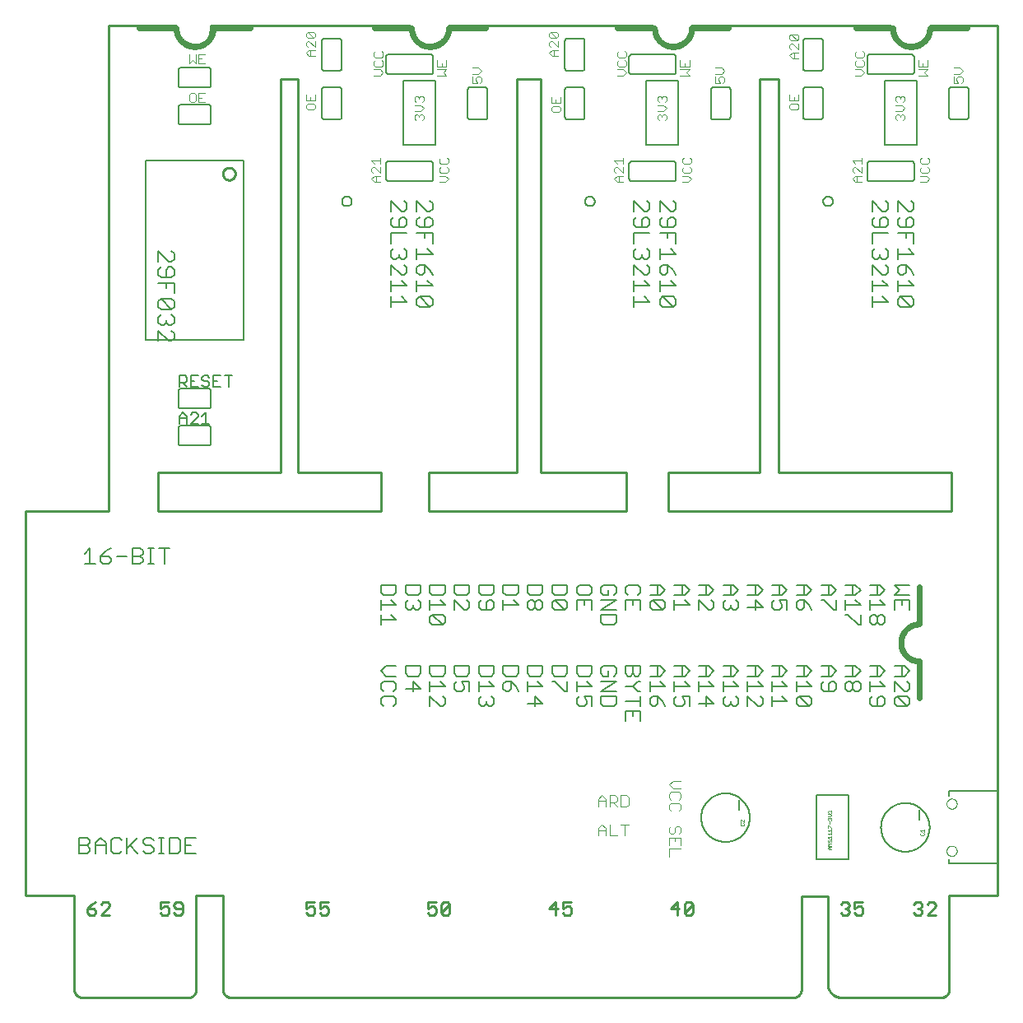
<source format=gto>
G75*
%MOIN*%
%OFA0B0*%
%FSLAX25Y25*%
%IPPOS*%
%LPD*%
%AMOC8*
5,1,8,0,0,1.08239X$1,22.5*
%
%ADD10C,0.00500*%
%ADD11C,0.01000*%
%ADD12C,0.00400*%
%ADD13C,0.00600*%
%ADD14C,0.00300*%
%ADD15C,0.02400*%
%ADD16C,0.00800*%
%ADD17C,0.00100*%
%ADD18C,0.00900*%
%ADD19C,0.00000*%
D10*
X0145751Y0121960D02*
X0146768Y0120943D01*
X0145751Y0121960D02*
X0145751Y0123995D01*
X0146768Y0125013D01*
X0150838Y0125013D01*
X0151856Y0123995D01*
X0151856Y0121960D01*
X0150838Y0120943D01*
X0150838Y0127020D02*
X0151856Y0128038D01*
X0151856Y0130073D01*
X0150838Y0131090D01*
X0146768Y0131090D01*
X0145751Y0130073D01*
X0145751Y0128038D01*
X0146768Y0127020D01*
X0147786Y0133097D02*
X0151856Y0133097D01*
X0155651Y0134115D02*
X0155651Y0137167D01*
X0161756Y0137167D01*
X0161756Y0134115D01*
X0160738Y0133097D01*
X0156668Y0133097D01*
X0155651Y0134115D01*
X0158703Y0131090D02*
X0158703Y0127020D01*
X0155651Y0128038D02*
X0161756Y0128038D01*
X0158703Y0131090D01*
X0165551Y0131090D02*
X0165551Y0127020D01*
X0165551Y0125013D02*
X0169621Y0120943D01*
X0170638Y0120943D01*
X0171656Y0121960D01*
X0171656Y0123995D01*
X0170638Y0125013D01*
X0171656Y0129055D02*
X0165551Y0129055D01*
X0165551Y0125013D02*
X0165551Y0120943D01*
X0171656Y0129055D02*
X0169621Y0131090D01*
X0170638Y0133097D02*
X0166568Y0133097D01*
X0165551Y0134115D01*
X0165551Y0137167D01*
X0171656Y0137167D01*
X0171656Y0134115D01*
X0170638Y0133097D01*
X0175451Y0134115D02*
X0175451Y0137167D01*
X0181556Y0137167D01*
X0181556Y0134115D01*
X0180538Y0133097D01*
X0176468Y0133097D01*
X0175451Y0134115D01*
X0176468Y0131090D02*
X0175451Y0130073D01*
X0175451Y0128038D01*
X0176468Y0127020D01*
X0178503Y0127020D01*
X0179521Y0128038D01*
X0179521Y0129055D01*
X0178503Y0131090D01*
X0181556Y0131090D01*
X0181556Y0127020D01*
X0185351Y0127020D02*
X0185351Y0131090D01*
X0185351Y0129055D02*
X0191456Y0129055D01*
X0189421Y0131090D01*
X0190438Y0133097D02*
X0186368Y0133097D01*
X0185351Y0134115D01*
X0185351Y0137167D01*
X0191456Y0137167D01*
X0191456Y0134115D01*
X0190438Y0133097D01*
X0195251Y0134115D02*
X0195251Y0137167D01*
X0201356Y0137167D01*
X0201356Y0134115D01*
X0200338Y0133097D01*
X0196268Y0133097D01*
X0195251Y0134115D01*
X0196268Y0131090D02*
X0195251Y0130073D01*
X0195251Y0128038D01*
X0196268Y0127020D01*
X0197286Y0127020D01*
X0198303Y0128038D01*
X0198303Y0131090D01*
X0196268Y0131090D01*
X0198303Y0131090D02*
X0200338Y0129055D01*
X0201356Y0127020D01*
X0205151Y0127020D02*
X0205151Y0131090D01*
X0205151Y0129055D02*
X0211256Y0129055D01*
X0209221Y0131090D01*
X0210238Y0133097D02*
X0206168Y0133097D01*
X0205151Y0134115D01*
X0205151Y0137167D01*
X0211256Y0137167D01*
X0211256Y0134115D01*
X0210238Y0133097D01*
X0215051Y0134115D02*
X0215051Y0137167D01*
X0221156Y0137167D01*
X0221156Y0134115D01*
X0220138Y0133097D01*
X0216068Y0133097D01*
X0215051Y0134115D01*
X0215051Y0131090D02*
X0216068Y0131090D01*
X0220138Y0127020D01*
X0221156Y0127020D01*
X0221156Y0131090D01*
X0224951Y0131090D02*
X0224951Y0127020D01*
X0224951Y0129055D02*
X0231056Y0129055D01*
X0229021Y0131090D01*
X0230038Y0133097D02*
X0225968Y0133097D01*
X0224951Y0134115D01*
X0224951Y0137167D01*
X0231056Y0137167D01*
X0231056Y0134115D01*
X0230038Y0133097D01*
X0234851Y0134115D02*
X0234851Y0136150D01*
X0235868Y0137167D01*
X0239938Y0137167D01*
X0240956Y0136150D01*
X0240956Y0134115D01*
X0239938Y0133097D01*
X0237903Y0133097D02*
X0237903Y0135132D01*
X0237903Y0133097D02*
X0235868Y0133097D01*
X0234851Y0134115D01*
X0234851Y0131090D02*
X0240956Y0131090D01*
X0234851Y0127020D01*
X0240956Y0127020D01*
X0240956Y0125013D02*
X0240956Y0121960D01*
X0239938Y0120943D01*
X0235868Y0120943D01*
X0234851Y0121960D01*
X0234851Y0125013D01*
X0240956Y0125013D01*
X0244751Y0122978D02*
X0250856Y0122978D01*
X0250856Y0125013D02*
X0250856Y0120943D01*
X0250856Y0118936D02*
X0244751Y0118936D01*
X0244751Y0114866D01*
X0247803Y0116901D02*
X0247803Y0118936D01*
X0250856Y0118936D02*
X0250856Y0114866D01*
X0255668Y0120943D02*
X0256686Y0120943D01*
X0257703Y0121960D01*
X0257703Y0125013D01*
X0255668Y0125013D01*
X0254651Y0123995D01*
X0254651Y0121960D01*
X0255668Y0120943D01*
X0259738Y0122978D02*
X0257703Y0125013D01*
X0259738Y0122978D02*
X0260756Y0120943D01*
X0264551Y0121960D02*
X0264551Y0123995D01*
X0265568Y0125013D01*
X0267603Y0125013D02*
X0268621Y0122978D01*
X0268621Y0121960D01*
X0267603Y0120943D01*
X0265568Y0120943D01*
X0264551Y0121960D01*
X0267603Y0125013D02*
X0270656Y0125013D01*
X0270656Y0120943D01*
X0274451Y0121960D02*
X0280556Y0121960D01*
X0277503Y0125013D01*
X0277503Y0120943D01*
X0274451Y0127020D02*
X0274451Y0131090D01*
X0274451Y0133097D02*
X0278521Y0133097D01*
X0280556Y0135132D01*
X0278521Y0137167D01*
X0274451Y0137167D01*
X0277503Y0137167D02*
X0277503Y0133097D01*
X0278521Y0131090D02*
X0280556Y0129055D01*
X0274451Y0129055D01*
X0270656Y0129055D02*
X0264551Y0129055D01*
X0264551Y0131090D02*
X0264551Y0127020D01*
X0260756Y0129055D02*
X0254651Y0129055D01*
X0254651Y0131090D02*
X0254651Y0127020D01*
X0250856Y0127020D02*
X0249838Y0127020D01*
X0247803Y0129055D01*
X0244751Y0129055D01*
X0247803Y0129055D02*
X0249838Y0131090D01*
X0250856Y0131090D01*
X0249838Y0133097D02*
X0248821Y0133097D01*
X0247803Y0134115D01*
X0247803Y0137167D01*
X0244751Y0137167D02*
X0244751Y0134115D01*
X0245768Y0133097D01*
X0246786Y0133097D01*
X0247803Y0134115D01*
X0249838Y0133097D02*
X0250856Y0134115D01*
X0250856Y0137167D01*
X0244751Y0137167D01*
X0254651Y0137167D02*
X0258721Y0137167D01*
X0260756Y0135132D01*
X0258721Y0133097D01*
X0254651Y0133097D01*
X0257703Y0133097D02*
X0257703Y0137167D01*
X0258721Y0131090D02*
X0260756Y0129055D01*
X0264551Y0133097D02*
X0268621Y0133097D01*
X0270656Y0135132D01*
X0268621Y0137167D01*
X0264551Y0137167D01*
X0267603Y0137167D02*
X0267603Y0133097D01*
X0268621Y0131090D02*
X0270656Y0129055D01*
X0284351Y0129055D02*
X0290456Y0129055D01*
X0288421Y0131090D01*
X0288421Y0133097D02*
X0284351Y0133097D01*
X0284351Y0131090D02*
X0284351Y0127020D01*
X0285368Y0125013D02*
X0284351Y0123995D01*
X0284351Y0121960D01*
X0285368Y0120943D01*
X0286386Y0120943D01*
X0287403Y0121960D01*
X0287403Y0122978D01*
X0287403Y0121960D02*
X0288421Y0120943D01*
X0289438Y0120943D01*
X0290456Y0121960D01*
X0290456Y0123995D01*
X0289438Y0125013D01*
X0294251Y0125013D02*
X0294251Y0120943D01*
X0294251Y0125013D02*
X0298321Y0120943D01*
X0299338Y0120943D01*
X0300356Y0121960D01*
X0300356Y0123995D01*
X0299338Y0125013D01*
X0300356Y0129055D02*
X0294251Y0129055D01*
X0294251Y0131090D02*
X0294251Y0127020D01*
X0298321Y0131090D02*
X0300356Y0129055D01*
X0304151Y0129055D02*
X0310256Y0129055D01*
X0308221Y0131090D01*
X0308221Y0133097D02*
X0304151Y0133097D01*
X0304151Y0131090D02*
X0304151Y0127020D01*
X0304151Y0125013D02*
X0304151Y0120943D01*
X0304151Y0122978D02*
X0310256Y0122978D01*
X0308221Y0125013D01*
X0314051Y0123995D02*
X0314051Y0121960D01*
X0315068Y0120943D01*
X0319138Y0120943D01*
X0315068Y0125013D01*
X0314051Y0123995D01*
X0315068Y0125013D02*
X0319138Y0125013D01*
X0320156Y0123995D01*
X0320156Y0121960D01*
X0319138Y0120943D01*
X0314051Y0127020D02*
X0314051Y0131090D01*
X0314051Y0133097D02*
X0318121Y0133097D01*
X0320156Y0135132D01*
X0318121Y0137167D01*
X0314051Y0137167D01*
X0317103Y0137167D02*
X0317103Y0133097D01*
X0318121Y0131090D02*
X0320156Y0129055D01*
X0314051Y0129055D01*
X0308221Y0133097D02*
X0310256Y0135132D01*
X0308221Y0137167D01*
X0304151Y0137167D01*
X0307203Y0137167D02*
X0307203Y0133097D01*
X0300356Y0135132D02*
X0298321Y0133097D01*
X0294251Y0133097D01*
X0297303Y0133097D02*
X0297303Y0137167D01*
X0298321Y0137167D02*
X0300356Y0135132D01*
X0298321Y0137167D02*
X0294251Y0137167D01*
X0290456Y0135132D02*
X0288421Y0133097D01*
X0287403Y0133097D02*
X0287403Y0137167D01*
X0288421Y0137167D02*
X0290456Y0135132D01*
X0288421Y0137167D02*
X0284351Y0137167D01*
X0285368Y0159894D02*
X0284351Y0160912D01*
X0284351Y0162947D01*
X0285368Y0163964D01*
X0284351Y0165971D02*
X0288421Y0165971D01*
X0290456Y0168006D01*
X0288421Y0170041D01*
X0284351Y0170041D01*
X0287403Y0170041D02*
X0287403Y0165971D01*
X0289438Y0163964D02*
X0290456Y0162947D01*
X0290456Y0160912D01*
X0289438Y0159894D01*
X0288421Y0159894D01*
X0287403Y0160912D01*
X0286386Y0159894D01*
X0285368Y0159894D01*
X0287403Y0160912D02*
X0287403Y0161929D01*
X0280556Y0160912D02*
X0280556Y0162947D01*
X0279538Y0163964D01*
X0278521Y0165971D02*
X0274451Y0165971D01*
X0274451Y0163964D02*
X0278521Y0159894D01*
X0279538Y0159894D01*
X0280556Y0160912D01*
X0278521Y0165971D02*
X0280556Y0168006D01*
X0278521Y0170041D01*
X0274451Y0170041D01*
X0277503Y0170041D02*
X0277503Y0165971D01*
X0274451Y0163964D02*
X0274451Y0159894D01*
X0270656Y0161929D02*
X0268621Y0163964D01*
X0268621Y0165971D02*
X0264551Y0165971D01*
X0264551Y0163964D02*
X0264551Y0159894D01*
X0264551Y0161929D02*
X0270656Y0161929D01*
X0268621Y0165971D02*
X0270656Y0168006D01*
X0268621Y0170041D01*
X0264551Y0170041D01*
X0267603Y0170041D02*
X0267603Y0165971D01*
X0260756Y0168006D02*
X0258721Y0165971D01*
X0254651Y0165971D01*
X0255668Y0163964D02*
X0259738Y0159894D01*
X0255668Y0159894D01*
X0254651Y0160912D01*
X0254651Y0162947D01*
X0255668Y0163964D01*
X0259738Y0163964D01*
X0260756Y0162947D01*
X0260756Y0160912D01*
X0259738Y0159894D01*
X0257703Y0165971D02*
X0257703Y0170041D01*
X0258721Y0170041D02*
X0260756Y0168006D01*
X0258721Y0170041D02*
X0254651Y0170041D01*
X0250856Y0169024D02*
X0250856Y0166989D01*
X0249838Y0165971D01*
X0250856Y0163964D02*
X0244751Y0163964D01*
X0244751Y0159894D01*
X0247803Y0161929D02*
X0247803Y0163964D01*
X0245768Y0165971D02*
X0244751Y0166989D01*
X0244751Y0169024D01*
X0245768Y0170041D01*
X0249838Y0170041D01*
X0250856Y0169024D01*
X0250856Y0163964D02*
X0250856Y0159894D01*
X0240956Y0159894D02*
X0234851Y0159894D01*
X0240956Y0163964D01*
X0234851Y0163964D01*
X0235868Y0165971D02*
X0237903Y0165971D01*
X0237903Y0168006D01*
X0235868Y0165971D02*
X0234851Y0166989D01*
X0234851Y0169024D01*
X0235868Y0170041D01*
X0239938Y0170041D01*
X0240956Y0169024D01*
X0240956Y0166989D01*
X0239938Y0165971D01*
X0240956Y0157887D02*
X0234851Y0157887D01*
X0234851Y0154834D01*
X0235868Y0153817D01*
X0239938Y0153817D01*
X0240956Y0154834D01*
X0240956Y0157887D01*
X0231056Y0159894D02*
X0231056Y0163964D01*
X0224951Y0163964D01*
X0224951Y0159894D01*
X0228003Y0161929D02*
X0228003Y0163964D01*
X0225968Y0165971D02*
X0230038Y0165971D01*
X0231056Y0166989D01*
X0231056Y0169024D01*
X0230038Y0170041D01*
X0225968Y0170041D01*
X0224951Y0169024D01*
X0224951Y0166989D01*
X0225968Y0165971D01*
X0221156Y0166989D02*
X0221156Y0170041D01*
X0215051Y0170041D01*
X0215051Y0166989D01*
X0216068Y0165971D01*
X0220138Y0165971D01*
X0221156Y0166989D01*
X0220138Y0163964D02*
X0221156Y0162947D01*
X0221156Y0160912D01*
X0220138Y0159894D01*
X0216068Y0163964D01*
X0215051Y0162947D01*
X0215051Y0160912D01*
X0216068Y0159894D01*
X0220138Y0159894D01*
X0220138Y0163964D02*
X0216068Y0163964D01*
X0211256Y0162947D02*
X0211256Y0160912D01*
X0210238Y0159894D01*
X0209221Y0159894D01*
X0208203Y0160912D01*
X0208203Y0162947D01*
X0209221Y0163964D01*
X0210238Y0163964D01*
X0211256Y0162947D01*
X0208203Y0162947D02*
X0207186Y0163964D01*
X0206168Y0163964D01*
X0205151Y0162947D01*
X0205151Y0160912D01*
X0206168Y0159894D01*
X0207186Y0159894D01*
X0208203Y0160912D01*
X0206168Y0165971D02*
X0210238Y0165971D01*
X0211256Y0166989D01*
X0211256Y0170041D01*
X0205151Y0170041D01*
X0205151Y0166989D01*
X0206168Y0165971D01*
X0201356Y0166989D02*
X0201356Y0170041D01*
X0195251Y0170041D01*
X0195251Y0166989D01*
X0196268Y0165971D01*
X0200338Y0165971D01*
X0201356Y0166989D01*
X0199321Y0163964D02*
X0201356Y0161929D01*
X0195251Y0161929D01*
X0195251Y0163964D02*
X0195251Y0159894D01*
X0191456Y0160912D02*
X0191456Y0162947D01*
X0190438Y0163964D01*
X0189421Y0163964D01*
X0188403Y0162947D01*
X0188403Y0159894D01*
X0186368Y0159894D02*
X0190438Y0159894D01*
X0191456Y0160912D01*
X0190438Y0165971D02*
X0186368Y0165971D01*
X0185351Y0166989D01*
X0185351Y0170041D01*
X0191456Y0170041D01*
X0191456Y0166989D01*
X0190438Y0165971D01*
X0186368Y0163964D02*
X0185351Y0162947D01*
X0185351Y0160912D01*
X0186368Y0159894D01*
X0181556Y0160912D02*
X0181556Y0162947D01*
X0180538Y0163964D01*
X0180538Y0165971D02*
X0181556Y0166989D01*
X0181556Y0170041D01*
X0175451Y0170041D01*
X0175451Y0166989D01*
X0176468Y0165971D01*
X0180538Y0165971D01*
X0181556Y0160912D02*
X0180538Y0159894D01*
X0179521Y0159894D01*
X0175451Y0163964D01*
X0175451Y0159894D01*
X0171656Y0161929D02*
X0169621Y0163964D01*
X0170638Y0165971D02*
X0171656Y0166989D01*
X0171656Y0170041D01*
X0165551Y0170041D01*
X0165551Y0166989D01*
X0166568Y0165971D01*
X0170638Y0165971D01*
X0171656Y0161929D02*
X0165551Y0161929D01*
X0165551Y0163964D02*
X0165551Y0159894D01*
X0166568Y0157887D02*
X0170638Y0153817D01*
X0166568Y0153817D01*
X0165551Y0154834D01*
X0165551Y0156869D01*
X0166568Y0157887D01*
X0170638Y0157887D01*
X0171656Y0156869D01*
X0171656Y0154834D01*
X0170638Y0153817D01*
X0161756Y0160912D02*
X0160738Y0159894D01*
X0159721Y0159894D01*
X0158703Y0160912D01*
X0157686Y0159894D01*
X0156668Y0159894D01*
X0155651Y0160912D01*
X0155651Y0162947D01*
X0156668Y0163964D01*
X0156668Y0165971D02*
X0160738Y0165971D01*
X0161756Y0166989D01*
X0161756Y0170041D01*
X0155651Y0170041D01*
X0155651Y0166989D01*
X0156668Y0165971D01*
X0158703Y0161929D02*
X0158703Y0160912D01*
X0161756Y0160912D02*
X0161756Y0162947D01*
X0160738Y0163964D01*
X0151856Y0161929D02*
X0145751Y0161929D01*
X0145751Y0163964D02*
X0145751Y0159894D01*
X0145751Y0157887D02*
X0145751Y0153817D01*
X0145751Y0155852D02*
X0151856Y0155852D01*
X0149821Y0157887D01*
X0151856Y0161929D02*
X0149821Y0163964D01*
X0150838Y0165971D02*
X0151856Y0166989D01*
X0151856Y0170041D01*
X0145751Y0170041D01*
X0145751Y0166989D01*
X0146768Y0165971D01*
X0150838Y0165971D01*
X0151856Y0137167D02*
X0147786Y0137167D01*
X0145751Y0135132D01*
X0147786Y0133097D01*
X0185351Y0123995D02*
X0185351Y0121960D01*
X0186368Y0120943D01*
X0187386Y0120943D01*
X0188403Y0121960D01*
X0188403Y0122978D01*
X0188403Y0121960D02*
X0189421Y0120943D01*
X0190438Y0120943D01*
X0191456Y0121960D01*
X0191456Y0123995D01*
X0190438Y0125013D01*
X0186368Y0125013D02*
X0185351Y0123995D01*
X0205151Y0121960D02*
X0211256Y0121960D01*
X0208203Y0125013D01*
X0208203Y0120943D01*
X0224951Y0121960D02*
X0224951Y0123995D01*
X0225968Y0125013D01*
X0228003Y0125013D02*
X0229021Y0122978D01*
X0229021Y0121960D01*
X0228003Y0120943D01*
X0225968Y0120943D01*
X0224951Y0121960D01*
X0228003Y0125013D02*
X0231056Y0125013D01*
X0231056Y0120943D01*
X0294251Y0160912D02*
X0300356Y0160912D01*
X0297303Y0163964D01*
X0297303Y0159894D01*
X0297303Y0165971D02*
X0297303Y0170041D01*
X0298321Y0170041D02*
X0300356Y0168006D01*
X0298321Y0165971D01*
X0294251Y0165971D01*
X0294251Y0170041D02*
X0298321Y0170041D01*
X0304151Y0170041D02*
X0308221Y0170041D01*
X0310256Y0168006D01*
X0308221Y0165971D01*
X0304151Y0165971D01*
X0305168Y0163964D02*
X0304151Y0162947D01*
X0304151Y0160912D01*
X0305168Y0159894D01*
X0307203Y0159894D01*
X0308221Y0160912D01*
X0308221Y0161929D01*
X0307203Y0163964D01*
X0310256Y0163964D01*
X0310256Y0159894D01*
X0314051Y0160912D02*
X0315068Y0159894D01*
X0316086Y0159894D01*
X0317103Y0160912D01*
X0317103Y0163964D01*
X0315068Y0163964D01*
X0314051Y0162947D01*
X0314051Y0160912D01*
X0317103Y0163964D02*
X0319138Y0161929D01*
X0320156Y0159894D01*
X0323951Y0163964D02*
X0324968Y0163964D01*
X0329038Y0159894D01*
X0330056Y0159894D01*
X0330056Y0163964D01*
X0328021Y0165971D02*
X0330056Y0168006D01*
X0328021Y0170041D01*
X0323951Y0170041D01*
X0327003Y0170041D02*
X0327003Y0165971D01*
X0328021Y0165971D02*
X0323951Y0165971D01*
X0320156Y0168006D02*
X0318121Y0165971D01*
X0314051Y0165971D01*
X0317103Y0165971D02*
X0317103Y0170041D01*
X0318121Y0170041D02*
X0320156Y0168006D01*
X0318121Y0170041D02*
X0314051Y0170041D01*
X0307203Y0170041D02*
X0307203Y0165971D01*
X0333851Y0165971D02*
X0337921Y0165971D01*
X0339956Y0168006D01*
X0337921Y0170041D01*
X0333851Y0170041D01*
X0336903Y0170041D02*
X0336903Y0165971D01*
X0337921Y0163964D02*
X0339956Y0161929D01*
X0333851Y0161929D01*
X0333851Y0163964D02*
X0333851Y0159894D01*
X0333851Y0157887D02*
X0334868Y0157887D01*
X0338938Y0153817D01*
X0339956Y0153817D01*
X0339956Y0157887D01*
X0343751Y0156869D02*
X0343751Y0154834D01*
X0344768Y0153817D01*
X0345786Y0153817D01*
X0346803Y0154834D01*
X0346803Y0156869D01*
X0347821Y0157887D01*
X0348838Y0157887D01*
X0349856Y0156869D01*
X0349856Y0154834D01*
X0348838Y0153817D01*
X0347821Y0153817D01*
X0346803Y0154834D01*
X0346803Y0156869D02*
X0345786Y0157887D01*
X0344768Y0157887D01*
X0343751Y0156869D01*
X0343751Y0159894D02*
X0343751Y0163964D01*
X0343751Y0165971D02*
X0347821Y0165971D01*
X0349856Y0168006D01*
X0347821Y0170041D01*
X0343751Y0170041D01*
X0346803Y0170041D02*
X0346803Y0165971D01*
X0347821Y0163964D02*
X0349856Y0161929D01*
X0343751Y0161929D01*
X0353651Y0163964D02*
X0353651Y0159894D01*
X0356703Y0161929D02*
X0356703Y0163964D01*
X0353651Y0163964D02*
X0359756Y0163964D01*
X0359756Y0159894D01*
X0359756Y0165971D02*
X0353651Y0165971D01*
X0355686Y0168006D01*
X0353651Y0170041D01*
X0359756Y0170041D01*
X0357721Y0137167D02*
X0353651Y0137167D01*
X0356703Y0137167D02*
X0356703Y0133097D01*
X0357721Y0133097D02*
X0353651Y0133097D01*
X0353651Y0131090D02*
X0357721Y0127020D01*
X0358738Y0127020D01*
X0359756Y0128038D01*
X0359756Y0130073D01*
X0358738Y0131090D01*
X0357721Y0133097D02*
X0359756Y0135132D01*
X0357721Y0137167D01*
X0353651Y0131090D02*
X0353651Y0127020D01*
X0354668Y0125013D02*
X0358738Y0120943D01*
X0354668Y0120943D01*
X0353651Y0121960D01*
X0353651Y0123995D01*
X0354668Y0125013D01*
X0358738Y0125013D01*
X0359756Y0123995D01*
X0359756Y0121960D01*
X0358738Y0120943D01*
X0349856Y0121960D02*
X0349856Y0123995D01*
X0348838Y0125013D01*
X0347821Y0125013D01*
X0346803Y0123995D01*
X0346803Y0120943D01*
X0344768Y0120943D02*
X0348838Y0120943D01*
X0349856Y0121960D01*
X0344768Y0120943D02*
X0343751Y0121960D01*
X0343751Y0123995D01*
X0344768Y0125013D01*
X0343751Y0127020D02*
X0343751Y0131090D01*
X0343751Y0133097D02*
X0347821Y0133097D01*
X0349856Y0135132D01*
X0347821Y0137167D01*
X0343751Y0137167D01*
X0346803Y0137167D02*
X0346803Y0133097D01*
X0347821Y0131090D02*
X0349856Y0129055D01*
X0343751Y0129055D01*
X0339956Y0128038D02*
X0338938Y0127020D01*
X0337921Y0127020D01*
X0336903Y0128038D01*
X0336903Y0130073D01*
X0337921Y0131090D01*
X0338938Y0131090D01*
X0339956Y0130073D01*
X0339956Y0128038D01*
X0336903Y0128038D02*
X0335886Y0127020D01*
X0334868Y0127020D01*
X0333851Y0128038D01*
X0333851Y0130073D01*
X0334868Y0131090D01*
X0335886Y0131090D01*
X0336903Y0130073D01*
X0336903Y0133097D02*
X0336903Y0137167D01*
X0337921Y0137167D02*
X0339956Y0135132D01*
X0337921Y0133097D01*
X0333851Y0133097D01*
X0333851Y0137167D02*
X0337921Y0137167D01*
X0330056Y0135132D02*
X0328021Y0133097D01*
X0323951Y0133097D01*
X0324968Y0131090D02*
X0323951Y0130073D01*
X0323951Y0128038D01*
X0324968Y0127020D01*
X0329038Y0127020D01*
X0330056Y0128038D01*
X0330056Y0130073D01*
X0329038Y0131090D01*
X0328021Y0131090D01*
X0327003Y0130073D01*
X0327003Y0127020D01*
X0327003Y0133097D02*
X0327003Y0137167D01*
X0328021Y0137167D02*
X0330056Y0135132D01*
X0328021Y0137167D02*
X0323951Y0137167D01*
X0375816Y0086630D02*
X0375816Y0084661D01*
X0375816Y0086630D02*
X0395501Y0086630D01*
X0395501Y0057102D02*
X0375816Y0057102D01*
X0375816Y0059071D01*
X0085433Y0254821D02*
X0082430Y0254821D01*
X0083932Y0254821D02*
X0083932Y0250317D01*
X0080829Y0250317D02*
X0077826Y0250317D01*
X0077826Y0254821D01*
X0080829Y0254821D01*
X0079328Y0252569D02*
X0077826Y0252569D01*
X0076225Y0251818D02*
X0076225Y0251068D01*
X0075474Y0250317D01*
X0073973Y0250317D01*
X0073222Y0251068D01*
X0073973Y0252569D02*
X0075474Y0252569D01*
X0076225Y0251818D01*
X0076225Y0254070D02*
X0075474Y0254821D01*
X0073973Y0254821D01*
X0073222Y0254070D01*
X0073222Y0253319D01*
X0073973Y0252569D01*
X0071621Y0254821D02*
X0068618Y0254821D01*
X0068618Y0250317D01*
X0071621Y0250317D01*
X0070120Y0252569D02*
X0068618Y0252569D01*
X0067017Y0252569D02*
X0066266Y0251818D01*
X0064015Y0251818D01*
X0065516Y0251818D02*
X0067017Y0250317D01*
X0067017Y0252569D02*
X0067017Y0254070D01*
X0066266Y0254821D01*
X0064015Y0254821D01*
X0064015Y0250317D01*
X0065516Y0239821D02*
X0067017Y0238319D01*
X0067017Y0235317D01*
X0068618Y0235317D02*
X0071621Y0238319D01*
X0071621Y0239070D01*
X0070870Y0239821D01*
X0069369Y0239821D01*
X0068618Y0239070D01*
X0067017Y0237569D02*
X0064015Y0237569D01*
X0064015Y0238319D02*
X0065516Y0239821D01*
X0064015Y0238319D02*
X0064015Y0235317D01*
X0068618Y0235317D02*
X0071621Y0235317D01*
X0073222Y0235317D02*
X0076225Y0235317D01*
X0074724Y0235317D02*
X0074724Y0239821D01*
X0073222Y0238319D01*
D11*
X0021485Y0006118D02*
X0021485Y0005724D01*
X0021485Y0006118D01*
X0021485Y0044307D01*
X0001800Y0044307D01*
X0001800Y0199819D01*
X0035265Y0199819D01*
X0035265Y0215567D01*
X0035265Y0396669D01*
X0062824Y0396669D01*
X0062826Y0396479D01*
X0062833Y0396289D01*
X0062845Y0396099D01*
X0062861Y0395909D01*
X0062881Y0395720D01*
X0062907Y0395531D01*
X0062936Y0395343D01*
X0062971Y0395156D01*
X0063010Y0394970D01*
X0063053Y0394785D01*
X0063101Y0394600D01*
X0063153Y0394417D01*
X0063209Y0394236D01*
X0063270Y0394056D01*
X0063336Y0393877D01*
X0063405Y0393700D01*
X0063479Y0393524D01*
X0063557Y0393351D01*
X0063640Y0393179D01*
X0063726Y0393010D01*
X0063816Y0392842D01*
X0063911Y0392677D01*
X0064009Y0392514D01*
X0064112Y0392354D01*
X0064218Y0392196D01*
X0064328Y0392041D01*
X0064441Y0391888D01*
X0064559Y0391738D01*
X0064680Y0391592D01*
X0064804Y0391448D01*
X0064932Y0391307D01*
X0065063Y0391169D01*
X0065198Y0391034D01*
X0065336Y0390903D01*
X0065477Y0390775D01*
X0065621Y0390651D01*
X0065767Y0390530D01*
X0065917Y0390412D01*
X0066070Y0390299D01*
X0066225Y0390189D01*
X0066383Y0390083D01*
X0066543Y0389980D01*
X0066706Y0389882D01*
X0066871Y0389787D01*
X0067039Y0389697D01*
X0067208Y0389611D01*
X0067380Y0389528D01*
X0067553Y0389450D01*
X0067729Y0389376D01*
X0067906Y0389307D01*
X0068085Y0389241D01*
X0068265Y0389180D01*
X0068446Y0389124D01*
X0068629Y0389072D01*
X0068814Y0389024D01*
X0068999Y0388981D01*
X0069185Y0388942D01*
X0069372Y0388907D01*
X0069560Y0388878D01*
X0069749Y0388852D01*
X0069938Y0388832D01*
X0070128Y0388816D01*
X0070318Y0388804D01*
X0070508Y0388797D01*
X0070698Y0388795D01*
X0070850Y0388797D01*
X0071002Y0388803D01*
X0071154Y0388813D01*
X0071305Y0388826D01*
X0071456Y0388844D01*
X0071607Y0388865D01*
X0071757Y0388891D01*
X0071906Y0388920D01*
X0072055Y0388953D01*
X0072202Y0388990D01*
X0072349Y0389030D01*
X0072494Y0389075D01*
X0072638Y0389123D01*
X0072781Y0389175D01*
X0072923Y0389230D01*
X0073063Y0389289D01*
X0073202Y0389352D01*
X0073339Y0389418D01*
X0073474Y0389488D01*
X0073607Y0389561D01*
X0073738Y0389638D01*
X0073868Y0389718D01*
X0073995Y0389801D01*
X0074120Y0389887D01*
X0074243Y0389977D01*
X0074363Y0390070D01*
X0074481Y0390166D01*
X0074597Y0390265D01*
X0074710Y0390367D01*
X0074820Y0390471D01*
X0074928Y0390579D01*
X0075032Y0390689D01*
X0075134Y0390802D01*
X0075233Y0390918D01*
X0075329Y0391036D01*
X0075422Y0391156D01*
X0075512Y0391279D01*
X0075598Y0391404D01*
X0075681Y0391531D01*
X0075761Y0391661D01*
X0075838Y0391792D01*
X0075911Y0391925D01*
X0075981Y0392060D01*
X0076047Y0392197D01*
X0076110Y0392336D01*
X0076169Y0392476D01*
X0076224Y0392618D01*
X0076276Y0392761D01*
X0076324Y0392905D01*
X0076369Y0393050D01*
X0076409Y0393197D01*
X0076446Y0393344D01*
X0076479Y0393493D01*
X0076508Y0393642D01*
X0076534Y0393792D01*
X0076555Y0393943D01*
X0076573Y0394094D01*
X0076586Y0394245D01*
X0076596Y0394397D01*
X0076602Y0394549D01*
X0076604Y0394701D01*
X0076603Y0394701D02*
X0076603Y0396669D01*
X0105146Y0396669D01*
X0157312Y0396669D01*
X0157314Y0396479D01*
X0157321Y0396289D01*
X0157333Y0396099D01*
X0157349Y0395909D01*
X0157369Y0395720D01*
X0157395Y0395531D01*
X0157424Y0395343D01*
X0157459Y0395156D01*
X0157498Y0394970D01*
X0157541Y0394785D01*
X0157589Y0394600D01*
X0157641Y0394417D01*
X0157697Y0394236D01*
X0157758Y0394056D01*
X0157824Y0393877D01*
X0157893Y0393700D01*
X0157967Y0393524D01*
X0158045Y0393351D01*
X0158128Y0393179D01*
X0158214Y0393010D01*
X0158304Y0392842D01*
X0158399Y0392677D01*
X0158497Y0392514D01*
X0158600Y0392354D01*
X0158706Y0392196D01*
X0158816Y0392041D01*
X0158929Y0391888D01*
X0159047Y0391738D01*
X0159168Y0391592D01*
X0159292Y0391448D01*
X0159420Y0391307D01*
X0159551Y0391169D01*
X0159686Y0391034D01*
X0159824Y0390903D01*
X0159965Y0390775D01*
X0160109Y0390651D01*
X0160255Y0390530D01*
X0160405Y0390412D01*
X0160558Y0390299D01*
X0160713Y0390189D01*
X0160871Y0390083D01*
X0161031Y0389980D01*
X0161194Y0389882D01*
X0161359Y0389787D01*
X0161527Y0389697D01*
X0161696Y0389611D01*
X0161868Y0389528D01*
X0162041Y0389450D01*
X0162217Y0389376D01*
X0162394Y0389307D01*
X0162573Y0389241D01*
X0162753Y0389180D01*
X0162934Y0389124D01*
X0163117Y0389072D01*
X0163302Y0389024D01*
X0163487Y0388981D01*
X0163673Y0388942D01*
X0163860Y0388907D01*
X0164048Y0388878D01*
X0164237Y0388852D01*
X0164426Y0388832D01*
X0164616Y0388816D01*
X0164806Y0388804D01*
X0164996Y0388797D01*
X0165186Y0388795D01*
X0165376Y0388797D01*
X0165566Y0388804D01*
X0165756Y0388816D01*
X0165946Y0388832D01*
X0166135Y0388852D01*
X0166324Y0388878D01*
X0166512Y0388907D01*
X0166699Y0388942D01*
X0166885Y0388981D01*
X0167070Y0389024D01*
X0167255Y0389072D01*
X0167438Y0389124D01*
X0167619Y0389180D01*
X0167799Y0389241D01*
X0167978Y0389307D01*
X0168155Y0389376D01*
X0168331Y0389450D01*
X0168504Y0389528D01*
X0168676Y0389611D01*
X0168845Y0389697D01*
X0169013Y0389787D01*
X0169178Y0389882D01*
X0169341Y0389980D01*
X0169501Y0390083D01*
X0169659Y0390189D01*
X0169814Y0390299D01*
X0169967Y0390412D01*
X0170117Y0390530D01*
X0170263Y0390651D01*
X0170407Y0390775D01*
X0170548Y0390903D01*
X0170686Y0391034D01*
X0170821Y0391169D01*
X0170952Y0391307D01*
X0171080Y0391448D01*
X0171204Y0391592D01*
X0171325Y0391738D01*
X0171443Y0391888D01*
X0171556Y0392041D01*
X0171666Y0392196D01*
X0171772Y0392354D01*
X0171875Y0392514D01*
X0171973Y0392677D01*
X0172068Y0392842D01*
X0172158Y0393010D01*
X0172244Y0393179D01*
X0172327Y0393351D01*
X0172405Y0393524D01*
X0172479Y0393700D01*
X0172548Y0393877D01*
X0172614Y0394056D01*
X0172675Y0394236D01*
X0172731Y0394417D01*
X0172783Y0394600D01*
X0172831Y0394785D01*
X0172874Y0394970D01*
X0172913Y0395156D01*
X0172948Y0395343D01*
X0172977Y0395531D01*
X0173003Y0395720D01*
X0173023Y0395909D01*
X0173039Y0396099D01*
X0173051Y0396289D01*
X0173058Y0396479D01*
X0173060Y0396669D01*
X0255737Y0396669D01*
X0255739Y0396479D01*
X0255746Y0396289D01*
X0255758Y0396099D01*
X0255774Y0395909D01*
X0255794Y0395720D01*
X0255820Y0395531D01*
X0255849Y0395343D01*
X0255884Y0395156D01*
X0255923Y0394970D01*
X0255966Y0394785D01*
X0256014Y0394600D01*
X0256066Y0394417D01*
X0256122Y0394236D01*
X0256183Y0394056D01*
X0256249Y0393877D01*
X0256318Y0393700D01*
X0256392Y0393524D01*
X0256470Y0393351D01*
X0256553Y0393179D01*
X0256639Y0393010D01*
X0256729Y0392842D01*
X0256824Y0392677D01*
X0256922Y0392514D01*
X0257025Y0392354D01*
X0257131Y0392196D01*
X0257241Y0392041D01*
X0257354Y0391888D01*
X0257472Y0391738D01*
X0257593Y0391592D01*
X0257717Y0391448D01*
X0257845Y0391307D01*
X0257976Y0391169D01*
X0258111Y0391034D01*
X0258249Y0390903D01*
X0258390Y0390775D01*
X0258534Y0390651D01*
X0258680Y0390530D01*
X0258830Y0390412D01*
X0258983Y0390299D01*
X0259138Y0390189D01*
X0259296Y0390083D01*
X0259456Y0389980D01*
X0259619Y0389882D01*
X0259784Y0389787D01*
X0259952Y0389697D01*
X0260121Y0389611D01*
X0260293Y0389528D01*
X0260466Y0389450D01*
X0260642Y0389376D01*
X0260819Y0389307D01*
X0260998Y0389241D01*
X0261178Y0389180D01*
X0261359Y0389124D01*
X0261542Y0389072D01*
X0261727Y0389024D01*
X0261912Y0388981D01*
X0262098Y0388942D01*
X0262285Y0388907D01*
X0262473Y0388878D01*
X0262662Y0388852D01*
X0262851Y0388832D01*
X0263041Y0388816D01*
X0263231Y0388804D01*
X0263421Y0388797D01*
X0263611Y0388795D01*
X0263801Y0388797D01*
X0263991Y0388804D01*
X0264181Y0388816D01*
X0264371Y0388832D01*
X0264560Y0388852D01*
X0264749Y0388878D01*
X0264937Y0388907D01*
X0265124Y0388942D01*
X0265310Y0388981D01*
X0265495Y0389024D01*
X0265680Y0389072D01*
X0265863Y0389124D01*
X0266044Y0389180D01*
X0266224Y0389241D01*
X0266403Y0389307D01*
X0266580Y0389376D01*
X0266756Y0389450D01*
X0266929Y0389528D01*
X0267101Y0389611D01*
X0267270Y0389697D01*
X0267438Y0389787D01*
X0267603Y0389882D01*
X0267766Y0389980D01*
X0267926Y0390083D01*
X0268084Y0390189D01*
X0268239Y0390299D01*
X0268392Y0390412D01*
X0268542Y0390530D01*
X0268688Y0390651D01*
X0268832Y0390775D01*
X0268973Y0390903D01*
X0269111Y0391034D01*
X0269246Y0391169D01*
X0269377Y0391307D01*
X0269505Y0391448D01*
X0269629Y0391592D01*
X0269750Y0391738D01*
X0269868Y0391888D01*
X0269981Y0392041D01*
X0270091Y0392196D01*
X0270197Y0392354D01*
X0270300Y0392514D01*
X0270398Y0392677D01*
X0270493Y0392842D01*
X0270583Y0393010D01*
X0270669Y0393179D01*
X0270752Y0393351D01*
X0270830Y0393524D01*
X0270904Y0393700D01*
X0270973Y0393877D01*
X0271039Y0394056D01*
X0271100Y0394236D01*
X0271156Y0394417D01*
X0271208Y0394600D01*
X0271256Y0394785D01*
X0271299Y0394970D01*
X0271338Y0395156D01*
X0271373Y0395343D01*
X0271402Y0395531D01*
X0271428Y0395720D01*
X0271448Y0395909D01*
X0271464Y0396099D01*
X0271476Y0396289D01*
X0271483Y0396479D01*
X0271485Y0396669D01*
X0352194Y0396669D01*
X0352196Y0396479D01*
X0352203Y0396289D01*
X0352215Y0396099D01*
X0352231Y0395909D01*
X0352251Y0395720D01*
X0352277Y0395531D01*
X0352306Y0395343D01*
X0352341Y0395156D01*
X0352380Y0394970D01*
X0352423Y0394785D01*
X0352471Y0394600D01*
X0352523Y0394417D01*
X0352579Y0394236D01*
X0352640Y0394056D01*
X0352706Y0393877D01*
X0352775Y0393700D01*
X0352849Y0393524D01*
X0352927Y0393351D01*
X0353010Y0393179D01*
X0353096Y0393010D01*
X0353186Y0392842D01*
X0353281Y0392677D01*
X0353379Y0392514D01*
X0353482Y0392354D01*
X0353588Y0392196D01*
X0353698Y0392041D01*
X0353811Y0391888D01*
X0353929Y0391738D01*
X0354050Y0391592D01*
X0354174Y0391448D01*
X0354302Y0391307D01*
X0354433Y0391169D01*
X0354568Y0391034D01*
X0354706Y0390903D01*
X0354847Y0390775D01*
X0354991Y0390651D01*
X0355137Y0390530D01*
X0355287Y0390412D01*
X0355440Y0390299D01*
X0355595Y0390189D01*
X0355753Y0390083D01*
X0355913Y0389980D01*
X0356076Y0389882D01*
X0356241Y0389787D01*
X0356409Y0389697D01*
X0356578Y0389611D01*
X0356750Y0389528D01*
X0356923Y0389450D01*
X0357099Y0389376D01*
X0357276Y0389307D01*
X0357455Y0389241D01*
X0357635Y0389180D01*
X0357816Y0389124D01*
X0357999Y0389072D01*
X0358184Y0389024D01*
X0358369Y0388981D01*
X0358555Y0388942D01*
X0358742Y0388907D01*
X0358930Y0388878D01*
X0359119Y0388852D01*
X0359308Y0388832D01*
X0359498Y0388816D01*
X0359688Y0388804D01*
X0359878Y0388797D01*
X0360068Y0388795D01*
X0360258Y0388797D01*
X0360448Y0388804D01*
X0360638Y0388816D01*
X0360828Y0388832D01*
X0361017Y0388852D01*
X0361206Y0388878D01*
X0361394Y0388907D01*
X0361581Y0388942D01*
X0361767Y0388981D01*
X0361952Y0389024D01*
X0362137Y0389072D01*
X0362320Y0389124D01*
X0362501Y0389180D01*
X0362681Y0389241D01*
X0362860Y0389307D01*
X0363037Y0389376D01*
X0363213Y0389450D01*
X0363386Y0389528D01*
X0363558Y0389611D01*
X0363727Y0389697D01*
X0363895Y0389787D01*
X0364060Y0389882D01*
X0364223Y0389980D01*
X0364383Y0390083D01*
X0364541Y0390189D01*
X0364696Y0390299D01*
X0364849Y0390412D01*
X0364999Y0390530D01*
X0365145Y0390651D01*
X0365289Y0390775D01*
X0365430Y0390903D01*
X0365568Y0391034D01*
X0365703Y0391169D01*
X0365834Y0391307D01*
X0365962Y0391448D01*
X0366086Y0391592D01*
X0366207Y0391738D01*
X0366325Y0391888D01*
X0366438Y0392041D01*
X0366548Y0392196D01*
X0366654Y0392354D01*
X0366757Y0392514D01*
X0366855Y0392677D01*
X0366950Y0392842D01*
X0367040Y0393010D01*
X0367126Y0393179D01*
X0367209Y0393351D01*
X0367287Y0393524D01*
X0367361Y0393700D01*
X0367430Y0393877D01*
X0367496Y0394056D01*
X0367557Y0394236D01*
X0367613Y0394417D01*
X0367665Y0394600D01*
X0367713Y0394785D01*
X0367756Y0394970D01*
X0367795Y0395156D01*
X0367830Y0395343D01*
X0367859Y0395531D01*
X0367885Y0395720D01*
X0367905Y0395909D01*
X0367921Y0396099D01*
X0367933Y0396289D01*
X0367940Y0396479D01*
X0367942Y0396669D01*
X0395501Y0396669D01*
X0395501Y0044307D01*
X0375816Y0044307D01*
X0375816Y0006118D01*
X0375814Y0006008D01*
X0375808Y0005898D01*
X0375799Y0005789D01*
X0375785Y0005680D01*
X0375768Y0005571D01*
X0375747Y0005463D01*
X0375722Y0005356D01*
X0375694Y0005250D01*
X0375662Y0005145D01*
X0375626Y0005041D01*
X0375587Y0004938D01*
X0375544Y0004837D01*
X0375497Y0004737D01*
X0375447Y0004639D01*
X0375394Y0004543D01*
X0375337Y0004449D01*
X0375277Y0004357D01*
X0375214Y0004266D01*
X0375148Y0004179D01*
X0375079Y0004093D01*
X0375007Y0004010D01*
X0374932Y0003930D01*
X0374854Y0003852D01*
X0374774Y0003777D01*
X0374691Y0003705D01*
X0374605Y0003636D01*
X0374518Y0003570D01*
X0374427Y0003507D01*
X0374335Y0003447D01*
X0374241Y0003390D01*
X0374145Y0003337D01*
X0374047Y0003287D01*
X0373947Y0003240D01*
X0373846Y0003197D01*
X0373743Y0003158D01*
X0373639Y0003122D01*
X0373534Y0003090D01*
X0373428Y0003062D01*
X0373321Y0003037D01*
X0373213Y0003016D01*
X0373104Y0002999D01*
X0372995Y0002985D01*
X0372886Y0002976D01*
X0372776Y0002970D01*
X0372666Y0002968D01*
X0372666Y0002969D02*
X0332115Y0002969D01*
X0332115Y0002968D02*
X0331968Y0002970D01*
X0331822Y0002976D01*
X0331675Y0002986D01*
X0331529Y0002999D01*
X0331383Y0003017D01*
X0331238Y0003038D01*
X0331094Y0003063D01*
X0330950Y0003093D01*
X0330807Y0003125D01*
X0330665Y0003162D01*
X0330524Y0003203D01*
X0330384Y0003247D01*
X0330245Y0003295D01*
X0330108Y0003346D01*
X0329972Y0003402D01*
X0329837Y0003461D01*
X0329705Y0003523D01*
X0329573Y0003589D01*
X0329444Y0003658D01*
X0329317Y0003731D01*
X0329191Y0003807D01*
X0329068Y0003887D01*
X0328947Y0003970D01*
X0328828Y0004055D01*
X0328711Y0004145D01*
X0328597Y0004237D01*
X0328485Y0004332D01*
X0328376Y0004430D01*
X0328270Y0004531D01*
X0328166Y0004635D01*
X0328065Y0004741D01*
X0327967Y0004850D01*
X0327872Y0004962D01*
X0327780Y0005076D01*
X0327690Y0005193D01*
X0327605Y0005312D01*
X0327522Y0005433D01*
X0327442Y0005556D01*
X0327366Y0005682D01*
X0327293Y0005809D01*
X0327224Y0005938D01*
X0327158Y0006070D01*
X0327096Y0006202D01*
X0327037Y0006337D01*
X0326981Y0006473D01*
X0326930Y0006610D01*
X0326882Y0006749D01*
X0326838Y0006889D01*
X0326797Y0007030D01*
X0326760Y0007172D01*
X0326728Y0007315D01*
X0326698Y0007459D01*
X0326673Y0007603D01*
X0326652Y0007748D01*
X0326634Y0007894D01*
X0326621Y0008040D01*
X0326611Y0008187D01*
X0326605Y0008333D01*
X0326603Y0008480D01*
X0326603Y0043913D01*
X0315973Y0043913D01*
X0315973Y0006118D01*
X0315974Y0006118D02*
X0315972Y0006008D01*
X0315966Y0005898D01*
X0315957Y0005789D01*
X0315943Y0005680D01*
X0315926Y0005571D01*
X0315905Y0005463D01*
X0315880Y0005356D01*
X0315852Y0005250D01*
X0315820Y0005145D01*
X0315784Y0005041D01*
X0315745Y0004938D01*
X0315702Y0004837D01*
X0315655Y0004737D01*
X0315605Y0004639D01*
X0315552Y0004543D01*
X0315495Y0004449D01*
X0315435Y0004357D01*
X0315372Y0004266D01*
X0315306Y0004179D01*
X0315237Y0004093D01*
X0315165Y0004010D01*
X0315090Y0003930D01*
X0315012Y0003852D01*
X0314932Y0003777D01*
X0314849Y0003705D01*
X0314763Y0003636D01*
X0314676Y0003570D01*
X0314585Y0003507D01*
X0314493Y0003447D01*
X0314399Y0003390D01*
X0314303Y0003337D01*
X0314205Y0003287D01*
X0314105Y0003240D01*
X0314004Y0003197D01*
X0313901Y0003158D01*
X0313797Y0003122D01*
X0313692Y0003090D01*
X0313586Y0003062D01*
X0313479Y0003037D01*
X0313371Y0003016D01*
X0313262Y0002999D01*
X0313153Y0002985D01*
X0313044Y0002976D01*
X0312934Y0002970D01*
X0312824Y0002968D01*
X0312824Y0002969D02*
X0084871Y0002969D01*
X0084871Y0002968D02*
X0084761Y0002970D01*
X0084651Y0002976D01*
X0084542Y0002985D01*
X0084433Y0002999D01*
X0084324Y0003016D01*
X0084216Y0003037D01*
X0084109Y0003062D01*
X0084003Y0003090D01*
X0083898Y0003122D01*
X0083794Y0003158D01*
X0083691Y0003197D01*
X0083590Y0003240D01*
X0083490Y0003287D01*
X0083392Y0003337D01*
X0083296Y0003390D01*
X0083202Y0003447D01*
X0083110Y0003507D01*
X0083019Y0003570D01*
X0082932Y0003636D01*
X0082846Y0003705D01*
X0082763Y0003777D01*
X0082683Y0003852D01*
X0082605Y0003930D01*
X0082530Y0004010D01*
X0082458Y0004093D01*
X0082389Y0004179D01*
X0082323Y0004266D01*
X0082260Y0004357D01*
X0082200Y0004449D01*
X0082143Y0004543D01*
X0082090Y0004639D01*
X0082040Y0004737D01*
X0081993Y0004837D01*
X0081950Y0004938D01*
X0081911Y0005041D01*
X0081875Y0005145D01*
X0081843Y0005250D01*
X0081815Y0005356D01*
X0081790Y0005463D01*
X0081769Y0005571D01*
X0081752Y0005680D01*
X0081738Y0005789D01*
X0081729Y0005898D01*
X0081723Y0006008D01*
X0081721Y0006118D01*
X0081721Y0044307D01*
X0070698Y0044307D01*
X0070698Y0005724D01*
X0070696Y0005621D01*
X0070690Y0005518D01*
X0070681Y0005415D01*
X0070667Y0005313D01*
X0070650Y0005212D01*
X0070629Y0005111D01*
X0070604Y0005011D01*
X0070576Y0004912D01*
X0070543Y0004814D01*
X0070507Y0004717D01*
X0070468Y0004622D01*
X0070425Y0004528D01*
X0070379Y0004436D01*
X0070329Y0004346D01*
X0070276Y0004258D01*
X0070219Y0004171D01*
X0070159Y0004087D01*
X0070097Y0004006D01*
X0070031Y0003926D01*
X0069962Y0003849D01*
X0069891Y0003775D01*
X0069817Y0003704D01*
X0069740Y0003635D01*
X0069660Y0003569D01*
X0069579Y0003507D01*
X0069495Y0003447D01*
X0069408Y0003390D01*
X0069320Y0003337D01*
X0069230Y0003287D01*
X0069138Y0003241D01*
X0069044Y0003198D01*
X0068949Y0003159D01*
X0068852Y0003123D01*
X0068754Y0003090D01*
X0068655Y0003062D01*
X0068555Y0003037D01*
X0068454Y0003016D01*
X0068353Y0002999D01*
X0068251Y0002985D01*
X0068148Y0002976D01*
X0068045Y0002970D01*
X0067942Y0002968D01*
X0067942Y0002969D02*
X0024635Y0002969D01*
X0024635Y0002968D02*
X0024525Y0002970D01*
X0024415Y0002976D01*
X0024306Y0002985D01*
X0024197Y0002999D01*
X0024088Y0003016D01*
X0023980Y0003037D01*
X0023873Y0003062D01*
X0023767Y0003090D01*
X0023662Y0003122D01*
X0023558Y0003158D01*
X0023455Y0003197D01*
X0023354Y0003240D01*
X0023254Y0003287D01*
X0023156Y0003337D01*
X0023060Y0003390D01*
X0022966Y0003447D01*
X0022874Y0003507D01*
X0022783Y0003570D01*
X0022696Y0003636D01*
X0022610Y0003705D01*
X0022527Y0003777D01*
X0022447Y0003852D01*
X0022369Y0003930D01*
X0022294Y0004010D01*
X0022222Y0004093D01*
X0022153Y0004179D01*
X0022087Y0004266D01*
X0022024Y0004357D01*
X0021964Y0004449D01*
X0021907Y0004543D01*
X0021854Y0004639D01*
X0021804Y0004737D01*
X0021757Y0004837D01*
X0021714Y0004938D01*
X0021675Y0005041D01*
X0021639Y0005145D01*
X0021607Y0005250D01*
X0021579Y0005356D01*
X0021554Y0005463D01*
X0021533Y0005571D01*
X0021516Y0005680D01*
X0021502Y0005789D01*
X0021493Y0005898D01*
X0021487Y0006008D01*
X0021485Y0006118D01*
X0055540Y0199819D02*
X0055540Y0215567D01*
X0105146Y0215567D01*
X0105146Y0375016D01*
X0112036Y0375016D01*
X0112036Y0215567D01*
X0145698Y0215567D01*
X0145894Y0215567D01*
X0145894Y0199819D01*
X0055540Y0199819D01*
X0164989Y0199819D02*
X0164989Y0215567D01*
X0200619Y0215567D01*
X0200619Y0375016D01*
X0210461Y0375016D01*
X0210461Y0215567D01*
X0245107Y0215567D01*
X0245107Y0199819D01*
X0164989Y0199819D01*
X0200619Y0215567D02*
X0200619Y0375016D01*
X0210461Y0375016D02*
X0210461Y0215567D01*
X0262036Y0215567D02*
X0262036Y0199819D01*
X0376800Y0199819D01*
X0376800Y0215567D01*
X0306918Y0215567D01*
X0306918Y0375016D01*
X0299044Y0375016D01*
X0299044Y0215567D01*
X0262036Y0215567D01*
X0299044Y0215567D02*
X0299044Y0375016D01*
X0306918Y0375016D02*
X0306918Y0215567D01*
X0081702Y0336551D02*
X0081704Y0336650D01*
X0081710Y0336750D01*
X0081720Y0336849D01*
X0081734Y0336947D01*
X0081751Y0337045D01*
X0081773Y0337142D01*
X0081798Y0337238D01*
X0081827Y0337333D01*
X0081860Y0337427D01*
X0081897Y0337519D01*
X0081937Y0337610D01*
X0081981Y0337699D01*
X0082029Y0337787D01*
X0082080Y0337872D01*
X0082134Y0337955D01*
X0082191Y0338037D01*
X0082252Y0338115D01*
X0082316Y0338192D01*
X0082382Y0338265D01*
X0082452Y0338336D01*
X0082524Y0338404D01*
X0082599Y0338470D01*
X0082677Y0338532D01*
X0082757Y0338591D01*
X0082839Y0338647D01*
X0082923Y0338699D01*
X0083010Y0338748D01*
X0083098Y0338794D01*
X0083188Y0338836D01*
X0083280Y0338875D01*
X0083373Y0338910D01*
X0083467Y0338941D01*
X0083563Y0338968D01*
X0083660Y0338991D01*
X0083757Y0339011D01*
X0083855Y0339027D01*
X0083954Y0339039D01*
X0084053Y0339047D01*
X0084152Y0339051D01*
X0084252Y0339051D01*
X0084351Y0339047D01*
X0084450Y0339039D01*
X0084549Y0339027D01*
X0084647Y0339011D01*
X0084744Y0338991D01*
X0084841Y0338968D01*
X0084937Y0338941D01*
X0085031Y0338910D01*
X0085124Y0338875D01*
X0085216Y0338836D01*
X0085306Y0338794D01*
X0085394Y0338748D01*
X0085481Y0338699D01*
X0085565Y0338647D01*
X0085647Y0338591D01*
X0085727Y0338532D01*
X0085805Y0338470D01*
X0085880Y0338404D01*
X0085952Y0338336D01*
X0086022Y0338265D01*
X0086088Y0338192D01*
X0086152Y0338115D01*
X0086213Y0338037D01*
X0086270Y0337955D01*
X0086324Y0337872D01*
X0086375Y0337787D01*
X0086423Y0337699D01*
X0086467Y0337610D01*
X0086507Y0337519D01*
X0086544Y0337427D01*
X0086577Y0337333D01*
X0086606Y0337238D01*
X0086631Y0337142D01*
X0086653Y0337045D01*
X0086670Y0336947D01*
X0086684Y0336849D01*
X0086694Y0336750D01*
X0086700Y0336650D01*
X0086702Y0336551D01*
X0086700Y0336452D01*
X0086694Y0336352D01*
X0086684Y0336253D01*
X0086670Y0336155D01*
X0086653Y0336057D01*
X0086631Y0335960D01*
X0086606Y0335864D01*
X0086577Y0335769D01*
X0086544Y0335675D01*
X0086507Y0335583D01*
X0086467Y0335492D01*
X0086423Y0335403D01*
X0086375Y0335315D01*
X0086324Y0335230D01*
X0086270Y0335147D01*
X0086213Y0335065D01*
X0086152Y0334987D01*
X0086088Y0334910D01*
X0086022Y0334837D01*
X0085952Y0334766D01*
X0085880Y0334698D01*
X0085805Y0334632D01*
X0085727Y0334570D01*
X0085647Y0334511D01*
X0085565Y0334455D01*
X0085481Y0334403D01*
X0085394Y0334354D01*
X0085306Y0334308D01*
X0085216Y0334266D01*
X0085124Y0334227D01*
X0085031Y0334192D01*
X0084937Y0334161D01*
X0084841Y0334134D01*
X0084744Y0334111D01*
X0084647Y0334091D01*
X0084549Y0334075D01*
X0084450Y0334063D01*
X0084351Y0334055D01*
X0084252Y0334051D01*
X0084152Y0334051D01*
X0084053Y0334055D01*
X0083954Y0334063D01*
X0083855Y0334075D01*
X0083757Y0334091D01*
X0083660Y0334111D01*
X0083563Y0334134D01*
X0083467Y0334161D01*
X0083373Y0334192D01*
X0083280Y0334227D01*
X0083188Y0334266D01*
X0083098Y0334308D01*
X0083010Y0334354D01*
X0082923Y0334403D01*
X0082839Y0334455D01*
X0082757Y0334511D01*
X0082677Y0334570D01*
X0082599Y0334632D01*
X0082524Y0334698D01*
X0082452Y0334766D01*
X0082382Y0334837D01*
X0082316Y0334910D01*
X0082252Y0334987D01*
X0082191Y0335065D01*
X0082134Y0335147D01*
X0082080Y0335230D01*
X0082029Y0335315D01*
X0081981Y0335403D01*
X0081937Y0335492D01*
X0081897Y0335583D01*
X0081860Y0335675D01*
X0081827Y0335769D01*
X0081798Y0335864D01*
X0081773Y0335960D01*
X0081751Y0336057D01*
X0081734Y0336155D01*
X0081720Y0336253D01*
X0081710Y0336352D01*
X0081704Y0336452D01*
X0081702Y0336551D01*
D12*
X0263968Y0090761D02*
X0262433Y0089226D01*
X0263968Y0087691D01*
X0267037Y0087691D01*
X0266270Y0086157D02*
X0263200Y0086157D01*
X0262433Y0085389D01*
X0262433Y0083855D01*
X0263200Y0083087D01*
X0263200Y0081553D02*
X0262433Y0080785D01*
X0262433Y0079251D01*
X0263200Y0078484D01*
X0263200Y0081553D02*
X0266270Y0081553D01*
X0267037Y0080785D01*
X0267037Y0079251D01*
X0266270Y0078484D01*
X0266270Y0083087D02*
X0267037Y0083855D01*
X0267037Y0085389D01*
X0266270Y0086157D01*
X0267037Y0090761D02*
X0263968Y0090761D01*
X0263200Y0072345D02*
X0262433Y0071578D01*
X0262433Y0070043D01*
X0263200Y0069276D01*
X0263968Y0069276D01*
X0264735Y0070043D01*
X0264735Y0071578D01*
X0265502Y0072345D01*
X0266270Y0072345D01*
X0267037Y0071578D01*
X0267037Y0070043D01*
X0266270Y0069276D01*
X0267037Y0067741D02*
X0262433Y0067741D01*
X0262433Y0064672D01*
X0262433Y0063137D02*
X0262433Y0060068D01*
X0262433Y0063137D02*
X0267037Y0063137D01*
X0267037Y0064672D02*
X0267037Y0067741D01*
X0264735Y0067741D02*
X0264735Y0066206D01*
X0245938Y0073048D02*
X0242868Y0073048D01*
X0244403Y0073048D02*
X0244403Y0068444D01*
X0241334Y0068444D02*
X0238265Y0068444D01*
X0238265Y0073048D01*
X0236730Y0071513D02*
X0236730Y0068444D01*
X0236730Y0070746D02*
X0233661Y0070746D01*
X0233661Y0071513D02*
X0235195Y0073048D01*
X0236730Y0071513D01*
X0233661Y0071513D02*
X0233661Y0068444D01*
X0233661Y0080255D02*
X0233661Y0083324D01*
X0235195Y0084859D01*
X0236730Y0083324D01*
X0236730Y0080255D01*
X0238265Y0080255D02*
X0238265Y0084859D01*
X0240567Y0084859D01*
X0241334Y0084092D01*
X0241334Y0082557D01*
X0240567Y0081790D01*
X0238265Y0081790D01*
X0239799Y0081790D02*
X0241334Y0080255D01*
X0242868Y0080255D02*
X0245170Y0080255D01*
X0245938Y0081022D01*
X0245938Y0084092D01*
X0245170Y0084859D01*
X0242868Y0084859D01*
X0242868Y0080255D01*
X0236730Y0082557D02*
X0233661Y0082557D01*
D13*
X0076765Y0227567D02*
X0076765Y0233567D01*
X0076763Y0233627D01*
X0076758Y0233688D01*
X0076749Y0233747D01*
X0076736Y0233806D01*
X0076720Y0233865D01*
X0076700Y0233922D01*
X0076677Y0233977D01*
X0076650Y0234032D01*
X0076621Y0234084D01*
X0076588Y0234135D01*
X0076552Y0234184D01*
X0076514Y0234230D01*
X0076472Y0234274D01*
X0076428Y0234316D01*
X0076382Y0234354D01*
X0076333Y0234390D01*
X0076282Y0234423D01*
X0076230Y0234452D01*
X0076175Y0234479D01*
X0076120Y0234502D01*
X0076063Y0234522D01*
X0076004Y0234538D01*
X0075945Y0234551D01*
X0075886Y0234560D01*
X0075825Y0234565D01*
X0075765Y0234567D01*
X0064765Y0234567D01*
X0064705Y0234565D01*
X0064644Y0234560D01*
X0064585Y0234551D01*
X0064526Y0234538D01*
X0064467Y0234522D01*
X0064410Y0234502D01*
X0064355Y0234479D01*
X0064300Y0234452D01*
X0064248Y0234423D01*
X0064197Y0234390D01*
X0064148Y0234354D01*
X0064102Y0234316D01*
X0064058Y0234274D01*
X0064016Y0234230D01*
X0063978Y0234184D01*
X0063942Y0234135D01*
X0063909Y0234084D01*
X0063880Y0234032D01*
X0063853Y0233977D01*
X0063830Y0233922D01*
X0063810Y0233865D01*
X0063794Y0233806D01*
X0063781Y0233747D01*
X0063772Y0233688D01*
X0063767Y0233627D01*
X0063765Y0233567D01*
X0063765Y0227567D01*
X0063767Y0227507D01*
X0063772Y0227446D01*
X0063781Y0227387D01*
X0063794Y0227328D01*
X0063810Y0227269D01*
X0063830Y0227212D01*
X0063853Y0227157D01*
X0063880Y0227102D01*
X0063909Y0227050D01*
X0063942Y0226999D01*
X0063978Y0226950D01*
X0064016Y0226904D01*
X0064058Y0226860D01*
X0064102Y0226818D01*
X0064148Y0226780D01*
X0064197Y0226744D01*
X0064248Y0226711D01*
X0064300Y0226682D01*
X0064355Y0226655D01*
X0064410Y0226632D01*
X0064467Y0226612D01*
X0064526Y0226596D01*
X0064585Y0226583D01*
X0064644Y0226574D01*
X0064705Y0226569D01*
X0064765Y0226567D01*
X0075765Y0226567D01*
X0075825Y0226569D01*
X0075886Y0226574D01*
X0075945Y0226583D01*
X0076004Y0226596D01*
X0076063Y0226612D01*
X0076120Y0226632D01*
X0076175Y0226655D01*
X0076230Y0226682D01*
X0076282Y0226711D01*
X0076333Y0226744D01*
X0076382Y0226780D01*
X0076428Y0226818D01*
X0076472Y0226860D01*
X0076514Y0226904D01*
X0076552Y0226950D01*
X0076588Y0226999D01*
X0076621Y0227050D01*
X0076650Y0227102D01*
X0076677Y0227157D01*
X0076700Y0227212D01*
X0076720Y0227269D01*
X0076736Y0227328D01*
X0076749Y0227387D01*
X0076758Y0227446D01*
X0076763Y0227507D01*
X0076765Y0227567D01*
X0075765Y0241567D02*
X0064765Y0241567D01*
X0064705Y0241569D01*
X0064644Y0241574D01*
X0064585Y0241583D01*
X0064526Y0241596D01*
X0064467Y0241612D01*
X0064410Y0241632D01*
X0064355Y0241655D01*
X0064300Y0241682D01*
X0064248Y0241711D01*
X0064197Y0241744D01*
X0064148Y0241780D01*
X0064102Y0241818D01*
X0064058Y0241860D01*
X0064016Y0241904D01*
X0063978Y0241950D01*
X0063942Y0241999D01*
X0063909Y0242050D01*
X0063880Y0242102D01*
X0063853Y0242157D01*
X0063830Y0242212D01*
X0063810Y0242269D01*
X0063794Y0242328D01*
X0063781Y0242387D01*
X0063772Y0242446D01*
X0063767Y0242507D01*
X0063765Y0242567D01*
X0063765Y0248567D01*
X0063767Y0248627D01*
X0063772Y0248688D01*
X0063781Y0248747D01*
X0063794Y0248806D01*
X0063810Y0248865D01*
X0063830Y0248922D01*
X0063853Y0248977D01*
X0063880Y0249032D01*
X0063909Y0249084D01*
X0063942Y0249135D01*
X0063978Y0249184D01*
X0064016Y0249230D01*
X0064058Y0249274D01*
X0064102Y0249316D01*
X0064148Y0249354D01*
X0064197Y0249390D01*
X0064248Y0249423D01*
X0064300Y0249452D01*
X0064355Y0249479D01*
X0064410Y0249502D01*
X0064467Y0249522D01*
X0064526Y0249538D01*
X0064585Y0249551D01*
X0064644Y0249560D01*
X0064705Y0249565D01*
X0064765Y0249567D01*
X0075765Y0249567D01*
X0075825Y0249565D01*
X0075886Y0249560D01*
X0075945Y0249551D01*
X0076004Y0249538D01*
X0076063Y0249522D01*
X0076120Y0249502D01*
X0076175Y0249479D01*
X0076230Y0249452D01*
X0076282Y0249423D01*
X0076333Y0249390D01*
X0076382Y0249354D01*
X0076428Y0249316D01*
X0076472Y0249274D01*
X0076514Y0249230D01*
X0076552Y0249184D01*
X0076588Y0249135D01*
X0076621Y0249084D01*
X0076650Y0249032D01*
X0076677Y0248977D01*
X0076700Y0248922D01*
X0076720Y0248865D01*
X0076736Y0248806D01*
X0076749Y0248747D01*
X0076758Y0248688D01*
X0076763Y0248627D01*
X0076765Y0248567D01*
X0076765Y0242567D01*
X0076763Y0242507D01*
X0076758Y0242446D01*
X0076749Y0242387D01*
X0076736Y0242328D01*
X0076720Y0242269D01*
X0076700Y0242212D01*
X0076677Y0242157D01*
X0076650Y0242102D01*
X0076621Y0242050D01*
X0076588Y0241999D01*
X0076552Y0241950D01*
X0076514Y0241904D01*
X0076472Y0241860D01*
X0076428Y0241818D01*
X0076382Y0241780D01*
X0076333Y0241744D01*
X0076282Y0241711D01*
X0076230Y0241682D01*
X0076175Y0241655D01*
X0076120Y0241632D01*
X0076063Y0241612D01*
X0076004Y0241596D01*
X0075945Y0241583D01*
X0075886Y0241574D01*
X0075825Y0241569D01*
X0075765Y0241567D01*
X0060902Y0268769D02*
X0059835Y0268769D01*
X0055565Y0273039D01*
X0055565Y0268769D01*
X0060902Y0268769D02*
X0061970Y0269837D01*
X0061970Y0271972D01*
X0060902Y0273039D01*
X0060902Y0275215D02*
X0059835Y0275215D01*
X0058767Y0276282D01*
X0057700Y0275215D01*
X0056632Y0275215D01*
X0055565Y0276282D01*
X0055565Y0278417D01*
X0056632Y0279485D01*
X0056632Y0281660D02*
X0055565Y0282728D01*
X0055565Y0284863D01*
X0056632Y0285930D01*
X0060902Y0281660D01*
X0056632Y0281660D01*
X0056632Y0285930D02*
X0060902Y0285930D01*
X0061970Y0284863D01*
X0061970Y0282728D01*
X0060902Y0281660D01*
X0060902Y0279485D02*
X0061970Y0278417D01*
X0061970Y0276282D01*
X0060902Y0275215D01*
X0058767Y0276282D02*
X0058767Y0277350D01*
X0061970Y0288106D02*
X0061970Y0292376D01*
X0055565Y0292376D01*
X0056632Y0294551D02*
X0055565Y0295619D01*
X0055565Y0297754D01*
X0056632Y0298821D01*
X0058767Y0297754D02*
X0058767Y0294551D01*
X0056632Y0294551D02*
X0060902Y0294551D01*
X0061970Y0295619D01*
X0061970Y0297754D01*
X0060902Y0298821D01*
X0059835Y0298821D01*
X0058767Y0297754D01*
X0059835Y0300997D02*
X0060902Y0300997D01*
X0061970Y0302064D01*
X0061970Y0304199D01*
X0060902Y0305267D01*
X0059835Y0300997D02*
X0055565Y0305267D01*
X0055565Y0300997D01*
X0058767Y0292376D02*
X0058767Y0290241D01*
X0064765Y0356567D02*
X0075765Y0356567D01*
X0075825Y0356569D01*
X0075886Y0356574D01*
X0075945Y0356583D01*
X0076004Y0356596D01*
X0076063Y0356612D01*
X0076120Y0356632D01*
X0076175Y0356655D01*
X0076230Y0356682D01*
X0076282Y0356711D01*
X0076333Y0356744D01*
X0076382Y0356780D01*
X0076428Y0356818D01*
X0076472Y0356860D01*
X0076514Y0356904D01*
X0076552Y0356950D01*
X0076588Y0356999D01*
X0076621Y0357050D01*
X0076650Y0357102D01*
X0076677Y0357157D01*
X0076700Y0357212D01*
X0076720Y0357269D01*
X0076736Y0357328D01*
X0076749Y0357387D01*
X0076758Y0357446D01*
X0076763Y0357507D01*
X0076765Y0357567D01*
X0076765Y0363567D01*
X0076763Y0363627D01*
X0076758Y0363688D01*
X0076749Y0363747D01*
X0076736Y0363806D01*
X0076720Y0363865D01*
X0076700Y0363922D01*
X0076677Y0363977D01*
X0076650Y0364032D01*
X0076621Y0364084D01*
X0076588Y0364135D01*
X0076552Y0364184D01*
X0076514Y0364230D01*
X0076472Y0364274D01*
X0076428Y0364316D01*
X0076382Y0364354D01*
X0076333Y0364390D01*
X0076282Y0364423D01*
X0076230Y0364452D01*
X0076175Y0364479D01*
X0076120Y0364502D01*
X0076063Y0364522D01*
X0076004Y0364538D01*
X0075945Y0364551D01*
X0075886Y0364560D01*
X0075825Y0364565D01*
X0075765Y0364567D01*
X0064765Y0364567D01*
X0064705Y0364565D01*
X0064644Y0364560D01*
X0064585Y0364551D01*
X0064526Y0364538D01*
X0064467Y0364522D01*
X0064410Y0364502D01*
X0064355Y0364479D01*
X0064300Y0364452D01*
X0064248Y0364423D01*
X0064197Y0364390D01*
X0064148Y0364354D01*
X0064102Y0364316D01*
X0064058Y0364274D01*
X0064016Y0364230D01*
X0063978Y0364184D01*
X0063942Y0364135D01*
X0063909Y0364084D01*
X0063880Y0364032D01*
X0063853Y0363977D01*
X0063830Y0363922D01*
X0063810Y0363865D01*
X0063794Y0363806D01*
X0063781Y0363747D01*
X0063772Y0363688D01*
X0063767Y0363627D01*
X0063765Y0363567D01*
X0063765Y0357567D01*
X0063767Y0357507D01*
X0063772Y0357446D01*
X0063781Y0357387D01*
X0063794Y0357328D01*
X0063810Y0357269D01*
X0063830Y0357212D01*
X0063853Y0357157D01*
X0063880Y0357102D01*
X0063909Y0357050D01*
X0063942Y0356999D01*
X0063978Y0356950D01*
X0064016Y0356904D01*
X0064058Y0356860D01*
X0064102Y0356818D01*
X0064148Y0356780D01*
X0064197Y0356744D01*
X0064248Y0356711D01*
X0064300Y0356682D01*
X0064355Y0356655D01*
X0064410Y0356632D01*
X0064467Y0356612D01*
X0064526Y0356596D01*
X0064585Y0356583D01*
X0064644Y0356574D01*
X0064705Y0356569D01*
X0064765Y0356567D01*
X0064765Y0371567D02*
X0075765Y0371567D01*
X0075825Y0371569D01*
X0075886Y0371574D01*
X0075945Y0371583D01*
X0076004Y0371596D01*
X0076063Y0371612D01*
X0076120Y0371632D01*
X0076175Y0371655D01*
X0076230Y0371682D01*
X0076282Y0371711D01*
X0076333Y0371744D01*
X0076382Y0371780D01*
X0076428Y0371818D01*
X0076472Y0371860D01*
X0076514Y0371904D01*
X0076552Y0371950D01*
X0076588Y0371999D01*
X0076621Y0372050D01*
X0076650Y0372102D01*
X0076677Y0372157D01*
X0076700Y0372212D01*
X0076720Y0372269D01*
X0076736Y0372328D01*
X0076749Y0372387D01*
X0076758Y0372446D01*
X0076763Y0372507D01*
X0076765Y0372567D01*
X0076765Y0378567D01*
X0076763Y0378627D01*
X0076758Y0378688D01*
X0076749Y0378747D01*
X0076736Y0378806D01*
X0076720Y0378865D01*
X0076700Y0378922D01*
X0076677Y0378977D01*
X0076650Y0379032D01*
X0076621Y0379084D01*
X0076588Y0379135D01*
X0076552Y0379184D01*
X0076514Y0379230D01*
X0076472Y0379274D01*
X0076428Y0379316D01*
X0076382Y0379354D01*
X0076333Y0379390D01*
X0076282Y0379423D01*
X0076230Y0379452D01*
X0076175Y0379479D01*
X0076120Y0379502D01*
X0076063Y0379522D01*
X0076004Y0379538D01*
X0075945Y0379551D01*
X0075886Y0379560D01*
X0075825Y0379565D01*
X0075765Y0379567D01*
X0064765Y0379567D01*
X0064705Y0379565D01*
X0064644Y0379560D01*
X0064585Y0379551D01*
X0064526Y0379538D01*
X0064467Y0379522D01*
X0064410Y0379502D01*
X0064355Y0379479D01*
X0064300Y0379452D01*
X0064248Y0379423D01*
X0064197Y0379390D01*
X0064148Y0379354D01*
X0064102Y0379316D01*
X0064058Y0379274D01*
X0064016Y0379230D01*
X0063978Y0379184D01*
X0063942Y0379135D01*
X0063909Y0379084D01*
X0063880Y0379032D01*
X0063853Y0378977D01*
X0063830Y0378922D01*
X0063810Y0378865D01*
X0063794Y0378806D01*
X0063781Y0378747D01*
X0063772Y0378688D01*
X0063767Y0378627D01*
X0063765Y0378567D01*
X0063765Y0372567D01*
X0063767Y0372507D01*
X0063772Y0372446D01*
X0063781Y0372387D01*
X0063794Y0372328D01*
X0063810Y0372269D01*
X0063830Y0372212D01*
X0063853Y0372157D01*
X0063880Y0372102D01*
X0063909Y0372050D01*
X0063942Y0371999D01*
X0063978Y0371950D01*
X0064016Y0371904D01*
X0064058Y0371860D01*
X0064102Y0371818D01*
X0064148Y0371780D01*
X0064197Y0371744D01*
X0064248Y0371711D01*
X0064300Y0371682D01*
X0064355Y0371655D01*
X0064410Y0371632D01*
X0064467Y0371612D01*
X0064526Y0371596D01*
X0064585Y0371583D01*
X0064644Y0371574D01*
X0064705Y0371569D01*
X0064765Y0371567D01*
X0121816Y0370673D02*
X0121816Y0359673D01*
X0121818Y0359613D01*
X0121823Y0359552D01*
X0121832Y0359493D01*
X0121845Y0359434D01*
X0121861Y0359375D01*
X0121881Y0359318D01*
X0121904Y0359263D01*
X0121931Y0359208D01*
X0121960Y0359156D01*
X0121993Y0359105D01*
X0122029Y0359056D01*
X0122067Y0359010D01*
X0122109Y0358966D01*
X0122153Y0358924D01*
X0122199Y0358886D01*
X0122248Y0358850D01*
X0122299Y0358817D01*
X0122351Y0358788D01*
X0122406Y0358761D01*
X0122461Y0358738D01*
X0122518Y0358718D01*
X0122577Y0358702D01*
X0122636Y0358689D01*
X0122695Y0358680D01*
X0122756Y0358675D01*
X0122816Y0358673D01*
X0128816Y0358673D01*
X0128876Y0358675D01*
X0128937Y0358680D01*
X0128996Y0358689D01*
X0129055Y0358702D01*
X0129114Y0358718D01*
X0129171Y0358738D01*
X0129226Y0358761D01*
X0129281Y0358788D01*
X0129333Y0358817D01*
X0129384Y0358850D01*
X0129433Y0358886D01*
X0129479Y0358924D01*
X0129523Y0358966D01*
X0129565Y0359010D01*
X0129603Y0359056D01*
X0129639Y0359105D01*
X0129672Y0359156D01*
X0129701Y0359208D01*
X0129728Y0359263D01*
X0129751Y0359318D01*
X0129771Y0359375D01*
X0129787Y0359434D01*
X0129800Y0359493D01*
X0129809Y0359552D01*
X0129814Y0359613D01*
X0129816Y0359673D01*
X0129816Y0370673D01*
X0129814Y0370733D01*
X0129809Y0370794D01*
X0129800Y0370853D01*
X0129787Y0370912D01*
X0129771Y0370971D01*
X0129751Y0371028D01*
X0129728Y0371083D01*
X0129701Y0371138D01*
X0129672Y0371190D01*
X0129639Y0371241D01*
X0129603Y0371290D01*
X0129565Y0371336D01*
X0129523Y0371380D01*
X0129479Y0371422D01*
X0129433Y0371460D01*
X0129384Y0371496D01*
X0129333Y0371529D01*
X0129281Y0371558D01*
X0129226Y0371585D01*
X0129171Y0371608D01*
X0129114Y0371628D01*
X0129055Y0371644D01*
X0128996Y0371657D01*
X0128937Y0371666D01*
X0128876Y0371671D01*
X0128816Y0371673D01*
X0122816Y0371673D01*
X0122756Y0371671D01*
X0122695Y0371666D01*
X0122636Y0371657D01*
X0122577Y0371644D01*
X0122518Y0371628D01*
X0122461Y0371608D01*
X0122406Y0371585D01*
X0122351Y0371558D01*
X0122299Y0371529D01*
X0122248Y0371496D01*
X0122199Y0371460D01*
X0122153Y0371422D01*
X0122109Y0371380D01*
X0122067Y0371336D01*
X0122029Y0371290D01*
X0121993Y0371241D01*
X0121960Y0371190D01*
X0121931Y0371138D01*
X0121904Y0371083D01*
X0121881Y0371028D01*
X0121861Y0370971D01*
X0121845Y0370912D01*
X0121832Y0370853D01*
X0121823Y0370794D01*
X0121818Y0370733D01*
X0121816Y0370673D01*
X0122816Y0378358D02*
X0128816Y0378358D01*
X0128876Y0378360D01*
X0128937Y0378365D01*
X0128996Y0378374D01*
X0129055Y0378387D01*
X0129114Y0378403D01*
X0129171Y0378423D01*
X0129226Y0378446D01*
X0129281Y0378473D01*
X0129333Y0378502D01*
X0129384Y0378535D01*
X0129433Y0378571D01*
X0129479Y0378609D01*
X0129523Y0378651D01*
X0129565Y0378695D01*
X0129603Y0378741D01*
X0129639Y0378790D01*
X0129672Y0378841D01*
X0129701Y0378893D01*
X0129728Y0378948D01*
X0129751Y0379003D01*
X0129771Y0379060D01*
X0129787Y0379119D01*
X0129800Y0379178D01*
X0129809Y0379237D01*
X0129814Y0379298D01*
X0129816Y0379358D01*
X0129816Y0390358D01*
X0129814Y0390418D01*
X0129809Y0390479D01*
X0129800Y0390538D01*
X0129787Y0390597D01*
X0129771Y0390656D01*
X0129751Y0390713D01*
X0129728Y0390768D01*
X0129701Y0390823D01*
X0129672Y0390875D01*
X0129639Y0390926D01*
X0129603Y0390975D01*
X0129565Y0391021D01*
X0129523Y0391065D01*
X0129479Y0391107D01*
X0129433Y0391145D01*
X0129384Y0391181D01*
X0129333Y0391214D01*
X0129281Y0391243D01*
X0129226Y0391270D01*
X0129171Y0391293D01*
X0129114Y0391313D01*
X0129055Y0391329D01*
X0128996Y0391342D01*
X0128937Y0391351D01*
X0128876Y0391356D01*
X0128816Y0391358D01*
X0122816Y0391358D01*
X0122756Y0391356D01*
X0122695Y0391351D01*
X0122636Y0391342D01*
X0122577Y0391329D01*
X0122518Y0391313D01*
X0122461Y0391293D01*
X0122406Y0391270D01*
X0122351Y0391243D01*
X0122299Y0391214D01*
X0122248Y0391181D01*
X0122199Y0391145D01*
X0122153Y0391107D01*
X0122109Y0391065D01*
X0122067Y0391021D01*
X0122029Y0390975D01*
X0121993Y0390926D01*
X0121960Y0390875D01*
X0121931Y0390823D01*
X0121904Y0390768D01*
X0121881Y0390713D01*
X0121861Y0390656D01*
X0121845Y0390597D01*
X0121832Y0390538D01*
X0121823Y0390479D01*
X0121818Y0390418D01*
X0121816Y0390358D01*
X0121816Y0379358D01*
X0121818Y0379298D01*
X0121823Y0379237D01*
X0121832Y0379178D01*
X0121845Y0379119D01*
X0121861Y0379060D01*
X0121881Y0379003D01*
X0121904Y0378948D01*
X0121931Y0378893D01*
X0121960Y0378841D01*
X0121993Y0378790D01*
X0122029Y0378741D01*
X0122067Y0378695D01*
X0122109Y0378651D01*
X0122153Y0378609D01*
X0122199Y0378571D01*
X0122248Y0378535D01*
X0122299Y0378502D01*
X0122351Y0378473D01*
X0122406Y0378446D01*
X0122461Y0378423D01*
X0122518Y0378403D01*
X0122577Y0378387D01*
X0122636Y0378374D01*
X0122695Y0378365D01*
X0122756Y0378360D01*
X0122816Y0378358D01*
X0147812Y0377921D02*
X0147812Y0383921D01*
X0147814Y0383981D01*
X0147819Y0384042D01*
X0147828Y0384101D01*
X0147841Y0384160D01*
X0147857Y0384219D01*
X0147877Y0384276D01*
X0147900Y0384331D01*
X0147927Y0384386D01*
X0147956Y0384438D01*
X0147989Y0384489D01*
X0148025Y0384538D01*
X0148063Y0384584D01*
X0148105Y0384628D01*
X0148149Y0384670D01*
X0148195Y0384708D01*
X0148244Y0384744D01*
X0148295Y0384777D01*
X0148347Y0384806D01*
X0148402Y0384833D01*
X0148457Y0384856D01*
X0148514Y0384876D01*
X0148573Y0384892D01*
X0148632Y0384905D01*
X0148691Y0384914D01*
X0148752Y0384919D01*
X0148812Y0384921D01*
X0165812Y0384921D01*
X0165872Y0384919D01*
X0165933Y0384914D01*
X0165992Y0384905D01*
X0166051Y0384892D01*
X0166110Y0384876D01*
X0166167Y0384856D01*
X0166222Y0384833D01*
X0166277Y0384806D01*
X0166329Y0384777D01*
X0166380Y0384744D01*
X0166429Y0384708D01*
X0166475Y0384670D01*
X0166519Y0384628D01*
X0166561Y0384584D01*
X0166599Y0384538D01*
X0166635Y0384489D01*
X0166668Y0384438D01*
X0166697Y0384386D01*
X0166724Y0384331D01*
X0166747Y0384276D01*
X0166767Y0384219D01*
X0166783Y0384160D01*
X0166796Y0384101D01*
X0166805Y0384042D01*
X0166810Y0383981D01*
X0166812Y0383921D01*
X0166812Y0377921D01*
X0166810Y0377861D01*
X0166805Y0377800D01*
X0166796Y0377741D01*
X0166783Y0377682D01*
X0166767Y0377623D01*
X0166747Y0377566D01*
X0166724Y0377511D01*
X0166697Y0377456D01*
X0166668Y0377404D01*
X0166635Y0377353D01*
X0166599Y0377304D01*
X0166561Y0377258D01*
X0166519Y0377214D01*
X0166475Y0377172D01*
X0166429Y0377134D01*
X0166380Y0377098D01*
X0166329Y0377065D01*
X0166277Y0377036D01*
X0166222Y0377009D01*
X0166167Y0376986D01*
X0166110Y0376966D01*
X0166051Y0376950D01*
X0165992Y0376937D01*
X0165933Y0376928D01*
X0165872Y0376923D01*
X0165812Y0376921D01*
X0148812Y0376921D01*
X0148752Y0376923D01*
X0148691Y0376928D01*
X0148632Y0376937D01*
X0148573Y0376950D01*
X0148514Y0376966D01*
X0148457Y0376986D01*
X0148402Y0377009D01*
X0148347Y0377036D01*
X0148295Y0377065D01*
X0148244Y0377098D01*
X0148195Y0377134D01*
X0148149Y0377172D01*
X0148105Y0377214D01*
X0148063Y0377258D01*
X0148025Y0377304D01*
X0147989Y0377353D01*
X0147956Y0377404D01*
X0147927Y0377456D01*
X0147900Y0377511D01*
X0147877Y0377566D01*
X0147857Y0377623D01*
X0147841Y0377682D01*
X0147828Y0377741D01*
X0147819Y0377800D01*
X0147814Y0377861D01*
X0147812Y0377921D01*
X0180871Y0370673D02*
X0180871Y0359673D01*
X0180873Y0359613D01*
X0180878Y0359552D01*
X0180887Y0359493D01*
X0180900Y0359434D01*
X0180916Y0359375D01*
X0180936Y0359318D01*
X0180959Y0359263D01*
X0180986Y0359208D01*
X0181015Y0359156D01*
X0181048Y0359105D01*
X0181084Y0359056D01*
X0181122Y0359010D01*
X0181164Y0358966D01*
X0181208Y0358924D01*
X0181254Y0358886D01*
X0181303Y0358850D01*
X0181354Y0358817D01*
X0181406Y0358788D01*
X0181461Y0358761D01*
X0181516Y0358738D01*
X0181573Y0358718D01*
X0181632Y0358702D01*
X0181691Y0358689D01*
X0181750Y0358680D01*
X0181811Y0358675D01*
X0181871Y0358673D01*
X0187871Y0358673D01*
X0187931Y0358675D01*
X0187992Y0358680D01*
X0188051Y0358689D01*
X0188110Y0358702D01*
X0188169Y0358718D01*
X0188226Y0358738D01*
X0188281Y0358761D01*
X0188336Y0358788D01*
X0188388Y0358817D01*
X0188439Y0358850D01*
X0188488Y0358886D01*
X0188534Y0358924D01*
X0188578Y0358966D01*
X0188620Y0359010D01*
X0188658Y0359056D01*
X0188694Y0359105D01*
X0188727Y0359156D01*
X0188756Y0359208D01*
X0188783Y0359263D01*
X0188806Y0359318D01*
X0188826Y0359375D01*
X0188842Y0359434D01*
X0188855Y0359493D01*
X0188864Y0359552D01*
X0188869Y0359613D01*
X0188871Y0359673D01*
X0188871Y0370673D01*
X0188869Y0370733D01*
X0188864Y0370794D01*
X0188855Y0370853D01*
X0188842Y0370912D01*
X0188826Y0370971D01*
X0188806Y0371028D01*
X0188783Y0371083D01*
X0188756Y0371138D01*
X0188727Y0371190D01*
X0188694Y0371241D01*
X0188658Y0371290D01*
X0188620Y0371336D01*
X0188578Y0371380D01*
X0188534Y0371422D01*
X0188488Y0371460D01*
X0188439Y0371496D01*
X0188388Y0371529D01*
X0188336Y0371558D01*
X0188281Y0371585D01*
X0188226Y0371608D01*
X0188169Y0371628D01*
X0188110Y0371644D01*
X0188051Y0371657D01*
X0187992Y0371666D01*
X0187931Y0371671D01*
X0187871Y0371673D01*
X0181871Y0371673D01*
X0181811Y0371671D01*
X0181750Y0371666D01*
X0181691Y0371657D01*
X0181632Y0371644D01*
X0181573Y0371628D01*
X0181516Y0371608D01*
X0181461Y0371585D01*
X0181406Y0371558D01*
X0181354Y0371529D01*
X0181303Y0371496D01*
X0181254Y0371460D01*
X0181208Y0371422D01*
X0181164Y0371380D01*
X0181122Y0371336D01*
X0181084Y0371290D01*
X0181048Y0371241D01*
X0181015Y0371190D01*
X0180986Y0371138D01*
X0180959Y0371083D01*
X0180936Y0371028D01*
X0180916Y0370971D01*
X0180900Y0370912D01*
X0180887Y0370853D01*
X0180878Y0370794D01*
X0180873Y0370733D01*
X0180871Y0370673D01*
X0165812Y0341614D02*
X0148812Y0341614D01*
X0148752Y0341612D01*
X0148691Y0341607D01*
X0148632Y0341598D01*
X0148573Y0341585D01*
X0148514Y0341569D01*
X0148457Y0341549D01*
X0148402Y0341526D01*
X0148347Y0341499D01*
X0148295Y0341470D01*
X0148244Y0341437D01*
X0148195Y0341401D01*
X0148149Y0341363D01*
X0148105Y0341321D01*
X0148063Y0341277D01*
X0148025Y0341231D01*
X0147989Y0341182D01*
X0147956Y0341131D01*
X0147927Y0341079D01*
X0147900Y0341024D01*
X0147877Y0340969D01*
X0147857Y0340912D01*
X0147841Y0340853D01*
X0147828Y0340794D01*
X0147819Y0340735D01*
X0147814Y0340674D01*
X0147812Y0340614D01*
X0147812Y0334614D01*
X0147814Y0334554D01*
X0147819Y0334493D01*
X0147828Y0334434D01*
X0147841Y0334375D01*
X0147857Y0334316D01*
X0147877Y0334259D01*
X0147900Y0334204D01*
X0147927Y0334149D01*
X0147956Y0334097D01*
X0147989Y0334046D01*
X0148025Y0333997D01*
X0148063Y0333951D01*
X0148105Y0333907D01*
X0148149Y0333865D01*
X0148195Y0333827D01*
X0148244Y0333791D01*
X0148295Y0333758D01*
X0148347Y0333729D01*
X0148402Y0333702D01*
X0148457Y0333679D01*
X0148514Y0333659D01*
X0148573Y0333643D01*
X0148632Y0333630D01*
X0148691Y0333621D01*
X0148752Y0333616D01*
X0148812Y0333614D01*
X0165812Y0333614D01*
X0165872Y0333616D01*
X0165933Y0333621D01*
X0165992Y0333630D01*
X0166051Y0333643D01*
X0166110Y0333659D01*
X0166167Y0333679D01*
X0166222Y0333702D01*
X0166277Y0333729D01*
X0166329Y0333758D01*
X0166380Y0333791D01*
X0166429Y0333827D01*
X0166475Y0333865D01*
X0166519Y0333907D01*
X0166561Y0333951D01*
X0166599Y0333997D01*
X0166635Y0334046D01*
X0166668Y0334097D01*
X0166697Y0334149D01*
X0166724Y0334204D01*
X0166747Y0334259D01*
X0166767Y0334316D01*
X0166783Y0334375D01*
X0166796Y0334434D01*
X0166805Y0334493D01*
X0166810Y0334554D01*
X0166812Y0334614D01*
X0166812Y0340614D01*
X0166810Y0340674D01*
X0166805Y0340735D01*
X0166796Y0340794D01*
X0166783Y0340853D01*
X0166767Y0340912D01*
X0166747Y0340969D01*
X0166724Y0341024D01*
X0166697Y0341079D01*
X0166668Y0341131D01*
X0166635Y0341182D01*
X0166599Y0341231D01*
X0166561Y0341277D01*
X0166519Y0341321D01*
X0166475Y0341363D01*
X0166429Y0341401D01*
X0166380Y0341437D01*
X0166329Y0341470D01*
X0166277Y0341499D01*
X0166222Y0341526D01*
X0166167Y0341549D01*
X0166110Y0341569D01*
X0166051Y0341585D01*
X0165992Y0341598D01*
X0165933Y0341607D01*
X0165872Y0341612D01*
X0165812Y0341614D01*
X0165576Y0325503D02*
X0166643Y0324436D01*
X0166643Y0322300D01*
X0165576Y0321233D01*
X0164508Y0321233D01*
X0160238Y0325503D01*
X0160238Y0321233D01*
X0161305Y0319058D02*
X0160238Y0317990D01*
X0160238Y0315855D01*
X0161305Y0314787D01*
X0165576Y0314787D01*
X0166643Y0315855D01*
X0166643Y0317990D01*
X0165576Y0319058D01*
X0164508Y0319058D01*
X0163441Y0317990D01*
X0163441Y0314787D01*
X0163441Y0312612D02*
X0163441Y0310477D01*
X0166643Y0312612D02*
X0160238Y0312612D01*
X0166643Y0312612D02*
X0166643Y0308342D01*
X0164508Y0306167D02*
X0166643Y0304032D01*
X0160238Y0304032D01*
X0160238Y0306167D02*
X0160238Y0301896D01*
X0161305Y0299721D02*
X0160238Y0298654D01*
X0160238Y0296518D01*
X0161305Y0295451D01*
X0162373Y0295451D01*
X0163441Y0296518D01*
X0163441Y0299721D01*
X0161305Y0299721D01*
X0163441Y0299721D02*
X0165576Y0297586D01*
X0166643Y0295451D01*
X0164508Y0293276D02*
X0166643Y0291141D01*
X0160238Y0291141D01*
X0160238Y0293276D02*
X0160238Y0289005D01*
X0161305Y0286830D02*
X0165576Y0282560D01*
X0161305Y0282560D01*
X0160238Y0283627D01*
X0160238Y0285763D01*
X0161305Y0286830D01*
X0165576Y0286830D01*
X0166643Y0285763D01*
X0166643Y0283627D01*
X0165576Y0282560D01*
X0156143Y0284695D02*
X0149738Y0284695D01*
X0149738Y0286830D02*
X0149738Y0282560D01*
X0154008Y0286830D02*
X0156143Y0284695D01*
X0149738Y0289005D02*
X0149738Y0293276D01*
X0149738Y0291141D02*
X0156143Y0291141D01*
X0154008Y0293276D01*
X0154008Y0295451D02*
X0155076Y0295451D01*
X0156143Y0296518D01*
X0156143Y0298654D01*
X0155076Y0299721D01*
X0155076Y0301896D02*
X0154008Y0301896D01*
X0152941Y0302964D01*
X0151873Y0301896D01*
X0150805Y0301896D01*
X0149738Y0302964D01*
X0149738Y0305099D01*
X0150805Y0306167D01*
X0149738Y0308342D02*
X0149738Y0312612D01*
X0156143Y0312612D01*
X0155076Y0314787D02*
X0156143Y0315855D01*
X0156143Y0317990D01*
X0155076Y0319058D01*
X0154008Y0319058D01*
X0152941Y0317990D01*
X0152941Y0314787D01*
X0155076Y0314787D02*
X0150805Y0314787D01*
X0149738Y0315855D01*
X0149738Y0317990D01*
X0150805Y0319058D01*
X0149738Y0321233D02*
X0149738Y0325503D01*
X0154008Y0321233D01*
X0155076Y0321233D01*
X0156143Y0322300D01*
X0156143Y0324436D01*
X0155076Y0325503D01*
X0155076Y0306167D02*
X0156143Y0305099D01*
X0156143Y0302964D01*
X0155076Y0301896D01*
X0152941Y0302964D02*
X0152941Y0304032D01*
X0149738Y0299721D02*
X0154008Y0295451D01*
X0149738Y0295451D02*
X0149738Y0299721D01*
X0220241Y0359673D02*
X0220241Y0370673D01*
X0220243Y0370733D01*
X0220248Y0370794D01*
X0220257Y0370853D01*
X0220270Y0370912D01*
X0220286Y0370971D01*
X0220306Y0371028D01*
X0220329Y0371083D01*
X0220356Y0371138D01*
X0220385Y0371190D01*
X0220418Y0371241D01*
X0220454Y0371290D01*
X0220492Y0371336D01*
X0220534Y0371380D01*
X0220578Y0371422D01*
X0220624Y0371460D01*
X0220673Y0371496D01*
X0220724Y0371529D01*
X0220776Y0371558D01*
X0220831Y0371585D01*
X0220886Y0371608D01*
X0220943Y0371628D01*
X0221002Y0371644D01*
X0221061Y0371657D01*
X0221120Y0371666D01*
X0221181Y0371671D01*
X0221241Y0371673D01*
X0227241Y0371673D01*
X0227301Y0371671D01*
X0227362Y0371666D01*
X0227421Y0371657D01*
X0227480Y0371644D01*
X0227539Y0371628D01*
X0227596Y0371608D01*
X0227651Y0371585D01*
X0227706Y0371558D01*
X0227758Y0371529D01*
X0227809Y0371496D01*
X0227858Y0371460D01*
X0227904Y0371422D01*
X0227948Y0371380D01*
X0227990Y0371336D01*
X0228028Y0371290D01*
X0228064Y0371241D01*
X0228097Y0371190D01*
X0228126Y0371138D01*
X0228153Y0371083D01*
X0228176Y0371028D01*
X0228196Y0370971D01*
X0228212Y0370912D01*
X0228225Y0370853D01*
X0228234Y0370794D01*
X0228239Y0370733D01*
X0228241Y0370673D01*
X0228241Y0359673D01*
X0228239Y0359613D01*
X0228234Y0359552D01*
X0228225Y0359493D01*
X0228212Y0359434D01*
X0228196Y0359375D01*
X0228176Y0359318D01*
X0228153Y0359263D01*
X0228126Y0359208D01*
X0228097Y0359156D01*
X0228064Y0359105D01*
X0228028Y0359056D01*
X0227990Y0359010D01*
X0227948Y0358966D01*
X0227904Y0358924D01*
X0227858Y0358886D01*
X0227809Y0358850D01*
X0227758Y0358817D01*
X0227706Y0358788D01*
X0227651Y0358761D01*
X0227596Y0358738D01*
X0227539Y0358718D01*
X0227480Y0358702D01*
X0227421Y0358689D01*
X0227362Y0358680D01*
X0227301Y0358675D01*
X0227241Y0358673D01*
X0221241Y0358673D01*
X0221181Y0358675D01*
X0221120Y0358680D01*
X0221061Y0358689D01*
X0221002Y0358702D01*
X0220943Y0358718D01*
X0220886Y0358738D01*
X0220831Y0358761D01*
X0220776Y0358788D01*
X0220724Y0358817D01*
X0220673Y0358850D01*
X0220624Y0358886D01*
X0220578Y0358924D01*
X0220534Y0358966D01*
X0220492Y0359010D01*
X0220454Y0359056D01*
X0220418Y0359105D01*
X0220385Y0359156D01*
X0220356Y0359208D01*
X0220329Y0359263D01*
X0220306Y0359318D01*
X0220286Y0359375D01*
X0220270Y0359434D01*
X0220257Y0359493D01*
X0220248Y0359552D01*
X0220243Y0359613D01*
X0220241Y0359673D01*
X0221241Y0378358D02*
X0227241Y0378358D01*
X0227301Y0378360D01*
X0227362Y0378365D01*
X0227421Y0378374D01*
X0227480Y0378387D01*
X0227539Y0378403D01*
X0227596Y0378423D01*
X0227651Y0378446D01*
X0227706Y0378473D01*
X0227758Y0378502D01*
X0227809Y0378535D01*
X0227858Y0378571D01*
X0227904Y0378609D01*
X0227948Y0378651D01*
X0227990Y0378695D01*
X0228028Y0378741D01*
X0228064Y0378790D01*
X0228097Y0378841D01*
X0228126Y0378893D01*
X0228153Y0378948D01*
X0228176Y0379003D01*
X0228196Y0379060D01*
X0228212Y0379119D01*
X0228225Y0379178D01*
X0228234Y0379237D01*
X0228239Y0379298D01*
X0228241Y0379358D01*
X0228241Y0390358D01*
X0228239Y0390418D01*
X0228234Y0390479D01*
X0228225Y0390538D01*
X0228212Y0390597D01*
X0228196Y0390656D01*
X0228176Y0390713D01*
X0228153Y0390768D01*
X0228126Y0390823D01*
X0228097Y0390875D01*
X0228064Y0390926D01*
X0228028Y0390975D01*
X0227990Y0391021D01*
X0227948Y0391065D01*
X0227904Y0391107D01*
X0227858Y0391145D01*
X0227809Y0391181D01*
X0227758Y0391214D01*
X0227706Y0391243D01*
X0227651Y0391270D01*
X0227596Y0391293D01*
X0227539Y0391313D01*
X0227480Y0391329D01*
X0227421Y0391342D01*
X0227362Y0391351D01*
X0227301Y0391356D01*
X0227241Y0391358D01*
X0221241Y0391358D01*
X0221181Y0391356D01*
X0221120Y0391351D01*
X0221061Y0391342D01*
X0221002Y0391329D01*
X0220943Y0391313D01*
X0220886Y0391293D01*
X0220831Y0391270D01*
X0220776Y0391243D01*
X0220724Y0391214D01*
X0220673Y0391181D01*
X0220624Y0391145D01*
X0220578Y0391107D01*
X0220534Y0391065D01*
X0220492Y0391021D01*
X0220454Y0390975D01*
X0220418Y0390926D01*
X0220385Y0390875D01*
X0220356Y0390823D01*
X0220329Y0390768D01*
X0220306Y0390713D01*
X0220286Y0390656D01*
X0220270Y0390597D01*
X0220257Y0390538D01*
X0220248Y0390479D01*
X0220243Y0390418D01*
X0220241Y0390358D01*
X0220241Y0379358D01*
X0220243Y0379298D01*
X0220248Y0379237D01*
X0220257Y0379178D01*
X0220270Y0379119D01*
X0220286Y0379060D01*
X0220306Y0379003D01*
X0220329Y0378948D01*
X0220356Y0378893D01*
X0220385Y0378841D01*
X0220418Y0378790D01*
X0220454Y0378741D01*
X0220492Y0378695D01*
X0220534Y0378651D01*
X0220578Y0378609D01*
X0220624Y0378571D01*
X0220673Y0378535D01*
X0220724Y0378502D01*
X0220776Y0378473D01*
X0220831Y0378446D01*
X0220886Y0378423D01*
X0220943Y0378403D01*
X0221002Y0378387D01*
X0221061Y0378374D01*
X0221120Y0378365D01*
X0221181Y0378360D01*
X0221241Y0378358D01*
X0246237Y0377921D02*
X0246237Y0383921D01*
X0246239Y0383981D01*
X0246244Y0384042D01*
X0246253Y0384101D01*
X0246266Y0384160D01*
X0246282Y0384219D01*
X0246302Y0384276D01*
X0246325Y0384331D01*
X0246352Y0384386D01*
X0246381Y0384438D01*
X0246414Y0384489D01*
X0246450Y0384538D01*
X0246488Y0384584D01*
X0246530Y0384628D01*
X0246574Y0384670D01*
X0246620Y0384708D01*
X0246669Y0384744D01*
X0246720Y0384777D01*
X0246772Y0384806D01*
X0246827Y0384833D01*
X0246882Y0384856D01*
X0246939Y0384876D01*
X0246998Y0384892D01*
X0247057Y0384905D01*
X0247116Y0384914D01*
X0247177Y0384919D01*
X0247237Y0384921D01*
X0264237Y0384921D01*
X0264297Y0384919D01*
X0264358Y0384914D01*
X0264417Y0384905D01*
X0264476Y0384892D01*
X0264535Y0384876D01*
X0264592Y0384856D01*
X0264647Y0384833D01*
X0264702Y0384806D01*
X0264754Y0384777D01*
X0264805Y0384744D01*
X0264854Y0384708D01*
X0264900Y0384670D01*
X0264944Y0384628D01*
X0264986Y0384584D01*
X0265024Y0384538D01*
X0265060Y0384489D01*
X0265093Y0384438D01*
X0265122Y0384386D01*
X0265149Y0384331D01*
X0265172Y0384276D01*
X0265192Y0384219D01*
X0265208Y0384160D01*
X0265221Y0384101D01*
X0265230Y0384042D01*
X0265235Y0383981D01*
X0265237Y0383921D01*
X0265237Y0377921D01*
X0265235Y0377861D01*
X0265230Y0377800D01*
X0265221Y0377741D01*
X0265208Y0377682D01*
X0265192Y0377623D01*
X0265172Y0377566D01*
X0265149Y0377511D01*
X0265122Y0377456D01*
X0265093Y0377404D01*
X0265060Y0377353D01*
X0265024Y0377304D01*
X0264986Y0377258D01*
X0264944Y0377214D01*
X0264900Y0377172D01*
X0264854Y0377134D01*
X0264805Y0377098D01*
X0264754Y0377065D01*
X0264702Y0377036D01*
X0264647Y0377009D01*
X0264592Y0376986D01*
X0264535Y0376966D01*
X0264476Y0376950D01*
X0264417Y0376937D01*
X0264358Y0376928D01*
X0264297Y0376923D01*
X0264237Y0376921D01*
X0247237Y0376921D01*
X0247177Y0376923D01*
X0247116Y0376928D01*
X0247057Y0376937D01*
X0246998Y0376950D01*
X0246939Y0376966D01*
X0246882Y0376986D01*
X0246827Y0377009D01*
X0246772Y0377036D01*
X0246720Y0377065D01*
X0246669Y0377098D01*
X0246620Y0377134D01*
X0246574Y0377172D01*
X0246530Y0377214D01*
X0246488Y0377258D01*
X0246450Y0377304D01*
X0246414Y0377353D01*
X0246381Y0377404D01*
X0246352Y0377456D01*
X0246325Y0377511D01*
X0246302Y0377566D01*
X0246282Y0377623D01*
X0246266Y0377682D01*
X0246253Y0377741D01*
X0246244Y0377800D01*
X0246239Y0377861D01*
X0246237Y0377921D01*
X0279296Y0370673D02*
X0279296Y0359673D01*
X0279298Y0359613D01*
X0279303Y0359552D01*
X0279312Y0359493D01*
X0279325Y0359434D01*
X0279341Y0359375D01*
X0279361Y0359318D01*
X0279384Y0359263D01*
X0279411Y0359208D01*
X0279440Y0359156D01*
X0279473Y0359105D01*
X0279509Y0359056D01*
X0279547Y0359010D01*
X0279589Y0358966D01*
X0279633Y0358924D01*
X0279679Y0358886D01*
X0279728Y0358850D01*
X0279779Y0358817D01*
X0279831Y0358788D01*
X0279886Y0358761D01*
X0279941Y0358738D01*
X0279998Y0358718D01*
X0280057Y0358702D01*
X0280116Y0358689D01*
X0280175Y0358680D01*
X0280236Y0358675D01*
X0280296Y0358673D01*
X0286296Y0358673D01*
X0286356Y0358675D01*
X0286417Y0358680D01*
X0286476Y0358689D01*
X0286535Y0358702D01*
X0286594Y0358718D01*
X0286651Y0358738D01*
X0286706Y0358761D01*
X0286761Y0358788D01*
X0286813Y0358817D01*
X0286864Y0358850D01*
X0286913Y0358886D01*
X0286959Y0358924D01*
X0287003Y0358966D01*
X0287045Y0359010D01*
X0287083Y0359056D01*
X0287119Y0359105D01*
X0287152Y0359156D01*
X0287181Y0359208D01*
X0287208Y0359263D01*
X0287231Y0359318D01*
X0287251Y0359375D01*
X0287267Y0359434D01*
X0287280Y0359493D01*
X0287289Y0359552D01*
X0287294Y0359613D01*
X0287296Y0359673D01*
X0287296Y0370673D01*
X0287294Y0370733D01*
X0287289Y0370794D01*
X0287280Y0370853D01*
X0287267Y0370912D01*
X0287251Y0370971D01*
X0287231Y0371028D01*
X0287208Y0371083D01*
X0287181Y0371138D01*
X0287152Y0371190D01*
X0287119Y0371241D01*
X0287083Y0371290D01*
X0287045Y0371336D01*
X0287003Y0371380D01*
X0286959Y0371422D01*
X0286913Y0371460D01*
X0286864Y0371496D01*
X0286813Y0371529D01*
X0286761Y0371558D01*
X0286706Y0371585D01*
X0286651Y0371608D01*
X0286594Y0371628D01*
X0286535Y0371644D01*
X0286476Y0371657D01*
X0286417Y0371666D01*
X0286356Y0371671D01*
X0286296Y0371673D01*
X0280296Y0371673D01*
X0280236Y0371671D01*
X0280175Y0371666D01*
X0280116Y0371657D01*
X0280057Y0371644D01*
X0279998Y0371628D01*
X0279941Y0371608D01*
X0279886Y0371585D01*
X0279831Y0371558D01*
X0279779Y0371529D01*
X0279728Y0371496D01*
X0279679Y0371460D01*
X0279633Y0371422D01*
X0279589Y0371380D01*
X0279547Y0371336D01*
X0279509Y0371290D01*
X0279473Y0371241D01*
X0279440Y0371190D01*
X0279411Y0371138D01*
X0279384Y0371083D01*
X0279361Y0371028D01*
X0279341Y0370971D01*
X0279325Y0370912D01*
X0279312Y0370853D01*
X0279303Y0370794D01*
X0279298Y0370733D01*
X0279296Y0370673D01*
X0264237Y0341614D02*
X0247237Y0341614D01*
X0247177Y0341612D01*
X0247116Y0341607D01*
X0247057Y0341598D01*
X0246998Y0341585D01*
X0246939Y0341569D01*
X0246882Y0341549D01*
X0246827Y0341526D01*
X0246772Y0341499D01*
X0246720Y0341470D01*
X0246669Y0341437D01*
X0246620Y0341401D01*
X0246574Y0341363D01*
X0246530Y0341321D01*
X0246488Y0341277D01*
X0246450Y0341231D01*
X0246414Y0341182D01*
X0246381Y0341131D01*
X0246352Y0341079D01*
X0246325Y0341024D01*
X0246302Y0340969D01*
X0246282Y0340912D01*
X0246266Y0340853D01*
X0246253Y0340794D01*
X0246244Y0340735D01*
X0246239Y0340674D01*
X0246237Y0340614D01*
X0246237Y0334614D01*
X0246239Y0334554D01*
X0246244Y0334493D01*
X0246253Y0334434D01*
X0246266Y0334375D01*
X0246282Y0334316D01*
X0246302Y0334259D01*
X0246325Y0334204D01*
X0246352Y0334149D01*
X0246381Y0334097D01*
X0246414Y0334046D01*
X0246450Y0333997D01*
X0246488Y0333951D01*
X0246530Y0333907D01*
X0246574Y0333865D01*
X0246620Y0333827D01*
X0246669Y0333791D01*
X0246720Y0333758D01*
X0246772Y0333729D01*
X0246827Y0333702D01*
X0246882Y0333679D01*
X0246939Y0333659D01*
X0246998Y0333643D01*
X0247057Y0333630D01*
X0247116Y0333621D01*
X0247177Y0333616D01*
X0247237Y0333614D01*
X0264237Y0333614D01*
X0264297Y0333616D01*
X0264358Y0333621D01*
X0264417Y0333630D01*
X0264476Y0333643D01*
X0264535Y0333659D01*
X0264592Y0333679D01*
X0264647Y0333702D01*
X0264702Y0333729D01*
X0264754Y0333758D01*
X0264805Y0333791D01*
X0264854Y0333827D01*
X0264900Y0333865D01*
X0264944Y0333907D01*
X0264986Y0333951D01*
X0265024Y0333997D01*
X0265060Y0334046D01*
X0265093Y0334097D01*
X0265122Y0334149D01*
X0265149Y0334204D01*
X0265172Y0334259D01*
X0265192Y0334316D01*
X0265208Y0334375D01*
X0265221Y0334434D01*
X0265230Y0334493D01*
X0265235Y0334554D01*
X0265237Y0334614D01*
X0265237Y0340614D01*
X0265235Y0340674D01*
X0265230Y0340735D01*
X0265221Y0340794D01*
X0265208Y0340853D01*
X0265192Y0340912D01*
X0265172Y0340969D01*
X0265149Y0341024D01*
X0265122Y0341079D01*
X0265093Y0341131D01*
X0265060Y0341182D01*
X0265024Y0341231D01*
X0264986Y0341277D01*
X0264944Y0341321D01*
X0264900Y0341363D01*
X0264854Y0341401D01*
X0264805Y0341437D01*
X0264754Y0341470D01*
X0264702Y0341499D01*
X0264647Y0341526D01*
X0264592Y0341549D01*
X0264535Y0341569D01*
X0264476Y0341585D01*
X0264417Y0341598D01*
X0264358Y0341607D01*
X0264297Y0341612D01*
X0264237Y0341614D01*
X0264001Y0325503D02*
X0265068Y0324436D01*
X0265068Y0322300D01*
X0264001Y0321233D01*
X0262933Y0321233D01*
X0258663Y0325503D01*
X0258663Y0321233D01*
X0259731Y0319058D02*
X0258663Y0317990D01*
X0258663Y0315855D01*
X0259731Y0314787D01*
X0264001Y0314787D01*
X0265068Y0315855D01*
X0265068Y0317990D01*
X0264001Y0319058D01*
X0262933Y0319058D01*
X0261866Y0317990D01*
X0261866Y0314787D01*
X0261866Y0312612D02*
X0261866Y0310477D01*
X0265068Y0312612D02*
X0258663Y0312612D01*
X0254568Y0312612D02*
X0248163Y0312612D01*
X0248163Y0308342D01*
X0249231Y0306167D02*
X0248163Y0305099D01*
X0248163Y0302964D01*
X0249231Y0301896D01*
X0250298Y0301896D01*
X0251366Y0302964D01*
X0251366Y0304032D01*
X0251366Y0302964D02*
X0252433Y0301896D01*
X0253501Y0301896D01*
X0254568Y0302964D01*
X0254568Y0305099D01*
X0253501Y0306167D01*
X0258663Y0306167D02*
X0258663Y0301896D01*
X0258663Y0304032D02*
X0265068Y0304032D01*
X0262933Y0306167D01*
X0265068Y0308342D02*
X0265068Y0312612D01*
X0254568Y0315855D02*
X0253501Y0314787D01*
X0249231Y0314787D01*
X0248163Y0315855D01*
X0248163Y0317990D01*
X0249231Y0319058D01*
X0251366Y0317990D02*
X0251366Y0314787D01*
X0251366Y0317990D02*
X0252433Y0319058D01*
X0253501Y0319058D01*
X0254568Y0317990D01*
X0254568Y0315855D01*
X0253501Y0321233D02*
X0254568Y0322300D01*
X0254568Y0324436D01*
X0253501Y0325503D01*
X0253501Y0321233D02*
X0252433Y0321233D01*
X0248163Y0325503D01*
X0248163Y0321233D01*
X0248163Y0299721D02*
X0252433Y0295451D01*
X0253501Y0295451D01*
X0254568Y0296518D01*
X0254568Y0298654D01*
X0253501Y0299721D01*
X0258663Y0298654D02*
X0258663Y0296518D01*
X0259731Y0295451D01*
X0260798Y0295451D01*
X0261866Y0296518D01*
X0261866Y0299721D01*
X0259731Y0299721D01*
X0258663Y0298654D01*
X0261866Y0299721D02*
X0264001Y0297586D01*
X0265068Y0295451D01*
X0262933Y0293276D02*
X0265068Y0291141D01*
X0258663Y0291141D01*
X0258663Y0293276D02*
X0258663Y0289005D01*
X0259731Y0286830D02*
X0264001Y0282560D01*
X0259731Y0282560D01*
X0258663Y0283627D01*
X0258663Y0285763D01*
X0259731Y0286830D01*
X0264001Y0286830D01*
X0265068Y0285763D01*
X0265068Y0283627D01*
X0264001Y0282560D01*
X0254568Y0284695D02*
X0248163Y0284695D01*
X0248163Y0286830D02*
X0248163Y0282560D01*
X0252433Y0286830D02*
X0254568Y0284695D01*
X0254568Y0291141D02*
X0248163Y0291141D01*
X0248163Y0293276D02*
X0248163Y0289005D01*
X0252433Y0293276D02*
X0254568Y0291141D01*
X0248163Y0295451D02*
X0248163Y0299721D01*
X0316698Y0359673D02*
X0316698Y0370673D01*
X0316700Y0370733D01*
X0316705Y0370794D01*
X0316714Y0370853D01*
X0316727Y0370912D01*
X0316743Y0370971D01*
X0316763Y0371028D01*
X0316786Y0371083D01*
X0316813Y0371138D01*
X0316842Y0371190D01*
X0316875Y0371241D01*
X0316911Y0371290D01*
X0316949Y0371336D01*
X0316991Y0371380D01*
X0317035Y0371422D01*
X0317081Y0371460D01*
X0317130Y0371496D01*
X0317181Y0371529D01*
X0317233Y0371558D01*
X0317288Y0371585D01*
X0317343Y0371608D01*
X0317400Y0371628D01*
X0317459Y0371644D01*
X0317518Y0371657D01*
X0317577Y0371666D01*
X0317638Y0371671D01*
X0317698Y0371673D01*
X0323698Y0371673D01*
X0323758Y0371671D01*
X0323819Y0371666D01*
X0323878Y0371657D01*
X0323937Y0371644D01*
X0323996Y0371628D01*
X0324053Y0371608D01*
X0324108Y0371585D01*
X0324163Y0371558D01*
X0324215Y0371529D01*
X0324266Y0371496D01*
X0324315Y0371460D01*
X0324361Y0371422D01*
X0324405Y0371380D01*
X0324447Y0371336D01*
X0324485Y0371290D01*
X0324521Y0371241D01*
X0324554Y0371190D01*
X0324583Y0371138D01*
X0324610Y0371083D01*
X0324633Y0371028D01*
X0324653Y0370971D01*
X0324669Y0370912D01*
X0324682Y0370853D01*
X0324691Y0370794D01*
X0324696Y0370733D01*
X0324698Y0370673D01*
X0324698Y0359673D01*
X0324696Y0359613D01*
X0324691Y0359552D01*
X0324682Y0359493D01*
X0324669Y0359434D01*
X0324653Y0359375D01*
X0324633Y0359318D01*
X0324610Y0359263D01*
X0324583Y0359208D01*
X0324554Y0359156D01*
X0324521Y0359105D01*
X0324485Y0359056D01*
X0324447Y0359010D01*
X0324405Y0358966D01*
X0324361Y0358924D01*
X0324315Y0358886D01*
X0324266Y0358850D01*
X0324215Y0358817D01*
X0324163Y0358788D01*
X0324108Y0358761D01*
X0324053Y0358738D01*
X0323996Y0358718D01*
X0323937Y0358702D01*
X0323878Y0358689D01*
X0323819Y0358680D01*
X0323758Y0358675D01*
X0323698Y0358673D01*
X0317698Y0358673D01*
X0317638Y0358675D01*
X0317577Y0358680D01*
X0317518Y0358689D01*
X0317459Y0358702D01*
X0317400Y0358718D01*
X0317343Y0358738D01*
X0317288Y0358761D01*
X0317233Y0358788D01*
X0317181Y0358817D01*
X0317130Y0358850D01*
X0317081Y0358886D01*
X0317035Y0358924D01*
X0316991Y0358966D01*
X0316949Y0359010D01*
X0316911Y0359056D01*
X0316875Y0359105D01*
X0316842Y0359156D01*
X0316813Y0359208D01*
X0316786Y0359263D01*
X0316763Y0359318D01*
X0316743Y0359375D01*
X0316727Y0359434D01*
X0316714Y0359493D01*
X0316705Y0359552D01*
X0316700Y0359613D01*
X0316698Y0359673D01*
X0317698Y0378358D02*
X0323698Y0378358D01*
X0323758Y0378360D01*
X0323819Y0378365D01*
X0323878Y0378374D01*
X0323937Y0378387D01*
X0323996Y0378403D01*
X0324053Y0378423D01*
X0324108Y0378446D01*
X0324163Y0378473D01*
X0324215Y0378502D01*
X0324266Y0378535D01*
X0324315Y0378571D01*
X0324361Y0378609D01*
X0324405Y0378651D01*
X0324447Y0378695D01*
X0324485Y0378741D01*
X0324521Y0378790D01*
X0324554Y0378841D01*
X0324583Y0378893D01*
X0324610Y0378948D01*
X0324633Y0379003D01*
X0324653Y0379060D01*
X0324669Y0379119D01*
X0324682Y0379178D01*
X0324691Y0379237D01*
X0324696Y0379298D01*
X0324698Y0379358D01*
X0324698Y0390358D01*
X0324696Y0390418D01*
X0324691Y0390479D01*
X0324682Y0390538D01*
X0324669Y0390597D01*
X0324653Y0390656D01*
X0324633Y0390713D01*
X0324610Y0390768D01*
X0324583Y0390823D01*
X0324554Y0390875D01*
X0324521Y0390926D01*
X0324485Y0390975D01*
X0324447Y0391021D01*
X0324405Y0391065D01*
X0324361Y0391107D01*
X0324315Y0391145D01*
X0324266Y0391181D01*
X0324215Y0391214D01*
X0324163Y0391243D01*
X0324108Y0391270D01*
X0324053Y0391293D01*
X0323996Y0391313D01*
X0323937Y0391329D01*
X0323878Y0391342D01*
X0323819Y0391351D01*
X0323758Y0391356D01*
X0323698Y0391358D01*
X0317698Y0391358D01*
X0317638Y0391356D01*
X0317577Y0391351D01*
X0317518Y0391342D01*
X0317459Y0391329D01*
X0317400Y0391313D01*
X0317343Y0391293D01*
X0317288Y0391270D01*
X0317233Y0391243D01*
X0317181Y0391214D01*
X0317130Y0391181D01*
X0317081Y0391145D01*
X0317035Y0391107D01*
X0316991Y0391065D01*
X0316949Y0391021D01*
X0316911Y0390975D01*
X0316875Y0390926D01*
X0316842Y0390875D01*
X0316813Y0390823D01*
X0316786Y0390768D01*
X0316763Y0390713D01*
X0316743Y0390656D01*
X0316727Y0390597D01*
X0316714Y0390538D01*
X0316705Y0390479D01*
X0316700Y0390418D01*
X0316698Y0390358D01*
X0316698Y0379358D01*
X0316700Y0379298D01*
X0316705Y0379237D01*
X0316714Y0379178D01*
X0316727Y0379119D01*
X0316743Y0379060D01*
X0316763Y0379003D01*
X0316786Y0378948D01*
X0316813Y0378893D01*
X0316842Y0378841D01*
X0316875Y0378790D01*
X0316911Y0378741D01*
X0316949Y0378695D01*
X0316991Y0378651D01*
X0317035Y0378609D01*
X0317081Y0378571D01*
X0317130Y0378535D01*
X0317181Y0378502D01*
X0317233Y0378473D01*
X0317288Y0378446D01*
X0317343Y0378423D01*
X0317400Y0378403D01*
X0317459Y0378387D01*
X0317518Y0378374D01*
X0317577Y0378365D01*
X0317638Y0378360D01*
X0317698Y0378358D01*
X0342694Y0377921D02*
X0342694Y0383921D01*
X0342696Y0383981D01*
X0342701Y0384042D01*
X0342710Y0384101D01*
X0342723Y0384160D01*
X0342739Y0384219D01*
X0342759Y0384276D01*
X0342782Y0384331D01*
X0342809Y0384386D01*
X0342838Y0384438D01*
X0342871Y0384489D01*
X0342907Y0384538D01*
X0342945Y0384584D01*
X0342987Y0384628D01*
X0343031Y0384670D01*
X0343077Y0384708D01*
X0343126Y0384744D01*
X0343177Y0384777D01*
X0343229Y0384806D01*
X0343284Y0384833D01*
X0343339Y0384856D01*
X0343396Y0384876D01*
X0343455Y0384892D01*
X0343514Y0384905D01*
X0343573Y0384914D01*
X0343634Y0384919D01*
X0343694Y0384921D01*
X0360694Y0384921D01*
X0360754Y0384919D01*
X0360815Y0384914D01*
X0360874Y0384905D01*
X0360933Y0384892D01*
X0360992Y0384876D01*
X0361049Y0384856D01*
X0361104Y0384833D01*
X0361159Y0384806D01*
X0361211Y0384777D01*
X0361262Y0384744D01*
X0361311Y0384708D01*
X0361357Y0384670D01*
X0361401Y0384628D01*
X0361443Y0384584D01*
X0361481Y0384538D01*
X0361517Y0384489D01*
X0361550Y0384438D01*
X0361579Y0384386D01*
X0361606Y0384331D01*
X0361629Y0384276D01*
X0361649Y0384219D01*
X0361665Y0384160D01*
X0361678Y0384101D01*
X0361687Y0384042D01*
X0361692Y0383981D01*
X0361694Y0383921D01*
X0361694Y0377921D01*
X0361692Y0377861D01*
X0361687Y0377800D01*
X0361678Y0377741D01*
X0361665Y0377682D01*
X0361649Y0377623D01*
X0361629Y0377566D01*
X0361606Y0377511D01*
X0361579Y0377456D01*
X0361550Y0377404D01*
X0361517Y0377353D01*
X0361481Y0377304D01*
X0361443Y0377258D01*
X0361401Y0377214D01*
X0361357Y0377172D01*
X0361311Y0377134D01*
X0361262Y0377098D01*
X0361211Y0377065D01*
X0361159Y0377036D01*
X0361104Y0377009D01*
X0361049Y0376986D01*
X0360992Y0376966D01*
X0360933Y0376950D01*
X0360874Y0376937D01*
X0360815Y0376928D01*
X0360754Y0376923D01*
X0360694Y0376921D01*
X0343694Y0376921D01*
X0343634Y0376923D01*
X0343573Y0376928D01*
X0343514Y0376937D01*
X0343455Y0376950D01*
X0343396Y0376966D01*
X0343339Y0376986D01*
X0343284Y0377009D01*
X0343229Y0377036D01*
X0343177Y0377065D01*
X0343126Y0377098D01*
X0343077Y0377134D01*
X0343031Y0377172D01*
X0342987Y0377214D01*
X0342945Y0377258D01*
X0342907Y0377304D01*
X0342871Y0377353D01*
X0342838Y0377404D01*
X0342809Y0377456D01*
X0342782Y0377511D01*
X0342759Y0377566D01*
X0342739Y0377623D01*
X0342723Y0377682D01*
X0342710Y0377741D01*
X0342701Y0377800D01*
X0342696Y0377861D01*
X0342694Y0377921D01*
X0375753Y0370673D02*
X0375753Y0359673D01*
X0375755Y0359613D01*
X0375760Y0359552D01*
X0375769Y0359493D01*
X0375782Y0359434D01*
X0375798Y0359375D01*
X0375818Y0359318D01*
X0375841Y0359263D01*
X0375868Y0359208D01*
X0375897Y0359156D01*
X0375930Y0359105D01*
X0375966Y0359056D01*
X0376004Y0359010D01*
X0376046Y0358966D01*
X0376090Y0358924D01*
X0376136Y0358886D01*
X0376185Y0358850D01*
X0376236Y0358817D01*
X0376288Y0358788D01*
X0376343Y0358761D01*
X0376398Y0358738D01*
X0376455Y0358718D01*
X0376514Y0358702D01*
X0376573Y0358689D01*
X0376632Y0358680D01*
X0376693Y0358675D01*
X0376753Y0358673D01*
X0382753Y0358673D01*
X0382813Y0358675D01*
X0382874Y0358680D01*
X0382933Y0358689D01*
X0382992Y0358702D01*
X0383051Y0358718D01*
X0383108Y0358738D01*
X0383163Y0358761D01*
X0383218Y0358788D01*
X0383270Y0358817D01*
X0383321Y0358850D01*
X0383370Y0358886D01*
X0383416Y0358924D01*
X0383460Y0358966D01*
X0383502Y0359010D01*
X0383540Y0359056D01*
X0383576Y0359105D01*
X0383609Y0359156D01*
X0383638Y0359208D01*
X0383665Y0359263D01*
X0383688Y0359318D01*
X0383708Y0359375D01*
X0383724Y0359434D01*
X0383737Y0359493D01*
X0383746Y0359552D01*
X0383751Y0359613D01*
X0383753Y0359673D01*
X0383753Y0370673D01*
X0383751Y0370733D01*
X0383746Y0370794D01*
X0383737Y0370853D01*
X0383724Y0370912D01*
X0383708Y0370971D01*
X0383688Y0371028D01*
X0383665Y0371083D01*
X0383638Y0371138D01*
X0383609Y0371190D01*
X0383576Y0371241D01*
X0383540Y0371290D01*
X0383502Y0371336D01*
X0383460Y0371380D01*
X0383416Y0371422D01*
X0383370Y0371460D01*
X0383321Y0371496D01*
X0383270Y0371529D01*
X0383218Y0371558D01*
X0383163Y0371585D01*
X0383108Y0371608D01*
X0383051Y0371628D01*
X0382992Y0371644D01*
X0382933Y0371657D01*
X0382874Y0371666D01*
X0382813Y0371671D01*
X0382753Y0371673D01*
X0376753Y0371673D01*
X0376693Y0371671D01*
X0376632Y0371666D01*
X0376573Y0371657D01*
X0376514Y0371644D01*
X0376455Y0371628D01*
X0376398Y0371608D01*
X0376343Y0371585D01*
X0376288Y0371558D01*
X0376236Y0371529D01*
X0376185Y0371496D01*
X0376136Y0371460D01*
X0376090Y0371422D01*
X0376046Y0371380D01*
X0376004Y0371336D01*
X0375966Y0371290D01*
X0375930Y0371241D01*
X0375897Y0371190D01*
X0375868Y0371138D01*
X0375841Y0371083D01*
X0375818Y0371028D01*
X0375798Y0370971D01*
X0375782Y0370912D01*
X0375769Y0370853D01*
X0375760Y0370794D01*
X0375755Y0370733D01*
X0375753Y0370673D01*
X0360694Y0341614D02*
X0343694Y0341614D01*
X0343634Y0341612D01*
X0343573Y0341607D01*
X0343514Y0341598D01*
X0343455Y0341585D01*
X0343396Y0341569D01*
X0343339Y0341549D01*
X0343284Y0341526D01*
X0343229Y0341499D01*
X0343177Y0341470D01*
X0343126Y0341437D01*
X0343077Y0341401D01*
X0343031Y0341363D01*
X0342987Y0341321D01*
X0342945Y0341277D01*
X0342907Y0341231D01*
X0342871Y0341182D01*
X0342838Y0341131D01*
X0342809Y0341079D01*
X0342782Y0341024D01*
X0342759Y0340969D01*
X0342739Y0340912D01*
X0342723Y0340853D01*
X0342710Y0340794D01*
X0342701Y0340735D01*
X0342696Y0340674D01*
X0342694Y0340614D01*
X0342694Y0334614D01*
X0342696Y0334554D01*
X0342701Y0334493D01*
X0342710Y0334434D01*
X0342723Y0334375D01*
X0342739Y0334316D01*
X0342759Y0334259D01*
X0342782Y0334204D01*
X0342809Y0334149D01*
X0342838Y0334097D01*
X0342871Y0334046D01*
X0342907Y0333997D01*
X0342945Y0333951D01*
X0342987Y0333907D01*
X0343031Y0333865D01*
X0343077Y0333827D01*
X0343126Y0333791D01*
X0343177Y0333758D01*
X0343229Y0333729D01*
X0343284Y0333702D01*
X0343339Y0333679D01*
X0343396Y0333659D01*
X0343455Y0333643D01*
X0343514Y0333630D01*
X0343573Y0333621D01*
X0343634Y0333616D01*
X0343694Y0333614D01*
X0360694Y0333614D01*
X0360754Y0333616D01*
X0360815Y0333621D01*
X0360874Y0333630D01*
X0360933Y0333643D01*
X0360992Y0333659D01*
X0361049Y0333679D01*
X0361104Y0333702D01*
X0361159Y0333729D01*
X0361211Y0333758D01*
X0361262Y0333791D01*
X0361311Y0333827D01*
X0361357Y0333865D01*
X0361401Y0333907D01*
X0361443Y0333951D01*
X0361481Y0333997D01*
X0361517Y0334046D01*
X0361550Y0334097D01*
X0361579Y0334149D01*
X0361606Y0334204D01*
X0361629Y0334259D01*
X0361649Y0334316D01*
X0361665Y0334375D01*
X0361678Y0334434D01*
X0361687Y0334493D01*
X0361692Y0334554D01*
X0361694Y0334614D01*
X0361694Y0340614D01*
X0361692Y0340674D01*
X0361687Y0340735D01*
X0361678Y0340794D01*
X0361665Y0340853D01*
X0361649Y0340912D01*
X0361629Y0340969D01*
X0361606Y0341024D01*
X0361579Y0341079D01*
X0361550Y0341131D01*
X0361517Y0341182D01*
X0361481Y0341231D01*
X0361443Y0341277D01*
X0361401Y0341321D01*
X0361357Y0341363D01*
X0361311Y0341401D01*
X0361262Y0341437D01*
X0361211Y0341470D01*
X0361159Y0341499D01*
X0361104Y0341526D01*
X0361049Y0341549D01*
X0360992Y0341569D01*
X0360933Y0341585D01*
X0360874Y0341598D01*
X0360815Y0341607D01*
X0360754Y0341612D01*
X0360694Y0341614D01*
X0360458Y0325503D02*
X0361525Y0324436D01*
X0361525Y0322300D01*
X0360458Y0321233D01*
X0359390Y0321233D01*
X0355120Y0325503D01*
X0355120Y0321233D01*
X0356187Y0319058D02*
X0355120Y0317990D01*
X0355120Y0315855D01*
X0356187Y0314787D01*
X0360458Y0314787D01*
X0361525Y0315855D01*
X0361525Y0317990D01*
X0360458Y0319058D01*
X0359390Y0319058D01*
X0358322Y0317990D01*
X0358322Y0314787D01*
X0358322Y0312612D02*
X0358322Y0310477D01*
X0355120Y0312612D02*
X0361525Y0312612D01*
X0361525Y0308342D01*
X0359390Y0306167D02*
X0361525Y0304032D01*
X0355120Y0304032D01*
X0355120Y0306167D02*
X0355120Y0301896D01*
X0356187Y0299721D02*
X0355120Y0298654D01*
X0355120Y0296518D01*
X0356187Y0295451D01*
X0357255Y0295451D01*
X0358322Y0296518D01*
X0358322Y0299721D01*
X0356187Y0299721D01*
X0358322Y0299721D02*
X0360458Y0297586D01*
X0361525Y0295451D01*
X0359390Y0293276D02*
X0361525Y0291141D01*
X0355120Y0291141D01*
X0355120Y0293276D02*
X0355120Y0289005D01*
X0356187Y0286830D02*
X0360458Y0282560D01*
X0356187Y0282560D01*
X0355120Y0283627D01*
X0355120Y0285763D01*
X0356187Y0286830D01*
X0360458Y0286830D01*
X0361525Y0285763D01*
X0361525Y0283627D01*
X0360458Y0282560D01*
X0351025Y0284695D02*
X0344620Y0284695D01*
X0344620Y0286830D02*
X0344620Y0282560D01*
X0348890Y0286830D02*
X0351025Y0284695D01*
X0344620Y0289005D02*
X0344620Y0293276D01*
X0344620Y0291141D02*
X0351025Y0291141D01*
X0348890Y0293276D01*
X0348890Y0295451D02*
X0349958Y0295451D01*
X0351025Y0296518D01*
X0351025Y0298654D01*
X0349958Y0299721D01*
X0349958Y0301896D02*
X0348890Y0301896D01*
X0347822Y0302964D01*
X0346755Y0301896D01*
X0345687Y0301896D01*
X0344620Y0302964D01*
X0344620Y0305099D01*
X0345687Y0306167D01*
X0344620Y0308342D02*
X0344620Y0312612D01*
X0351025Y0312612D01*
X0349958Y0314787D02*
X0351025Y0315855D01*
X0351025Y0317990D01*
X0349958Y0319058D01*
X0348890Y0319058D01*
X0347822Y0317990D01*
X0347822Y0314787D01*
X0345687Y0314787D02*
X0349958Y0314787D01*
X0345687Y0314787D02*
X0344620Y0315855D01*
X0344620Y0317990D01*
X0345687Y0319058D01*
X0344620Y0321233D02*
X0344620Y0325503D01*
X0348890Y0321233D01*
X0349958Y0321233D01*
X0351025Y0322300D01*
X0351025Y0324436D01*
X0349958Y0325503D01*
X0349958Y0306167D02*
X0351025Y0305099D01*
X0351025Y0302964D01*
X0349958Y0301896D01*
X0347822Y0302964D02*
X0347822Y0304032D01*
X0344620Y0299721D02*
X0348890Y0295451D01*
X0344620Y0295451D02*
X0344620Y0299721D01*
X0070791Y0067635D02*
X0066521Y0067635D01*
X0066521Y0061229D01*
X0070791Y0061229D01*
X0068656Y0064432D02*
X0066521Y0064432D01*
X0064345Y0066567D02*
X0063278Y0067635D01*
X0060075Y0067635D01*
X0060075Y0061229D01*
X0063278Y0061229D01*
X0064345Y0062297D01*
X0064345Y0066567D01*
X0057913Y0067635D02*
X0055778Y0067635D01*
X0056846Y0067635D02*
X0056846Y0061229D01*
X0057913Y0061229D02*
X0055778Y0061229D01*
X0053603Y0062297D02*
X0052535Y0061229D01*
X0050400Y0061229D01*
X0049333Y0062297D01*
X0050400Y0064432D02*
X0052535Y0064432D01*
X0053603Y0063364D01*
X0053603Y0062297D01*
X0050400Y0064432D02*
X0049333Y0065499D01*
X0049333Y0066567D01*
X0050400Y0067635D01*
X0052535Y0067635D01*
X0053603Y0066567D01*
X0047157Y0067635D02*
X0042887Y0063364D01*
X0043955Y0064432D02*
X0047157Y0061229D01*
X0042887Y0061229D02*
X0042887Y0067635D01*
X0040712Y0066567D02*
X0039644Y0067635D01*
X0037509Y0067635D01*
X0036442Y0066567D01*
X0036442Y0062297D01*
X0037509Y0061229D01*
X0039644Y0061229D01*
X0040712Y0062297D01*
X0034266Y0061229D02*
X0034266Y0065499D01*
X0032131Y0067635D01*
X0029996Y0065499D01*
X0029996Y0061229D01*
X0027821Y0062297D02*
X0026753Y0061229D01*
X0023551Y0061229D01*
X0023551Y0067635D01*
X0026753Y0067635D01*
X0027821Y0066567D01*
X0027821Y0065499D01*
X0026753Y0064432D01*
X0023551Y0064432D01*
X0026753Y0064432D02*
X0027821Y0063364D01*
X0027821Y0062297D01*
X0029996Y0064432D02*
X0034266Y0064432D01*
X0033235Y0178465D02*
X0035370Y0178465D01*
X0036438Y0179533D01*
X0036438Y0180601D01*
X0035370Y0181668D01*
X0032168Y0181668D01*
X0032168Y0179533D01*
X0033235Y0178465D01*
X0029992Y0178465D02*
X0025722Y0178465D01*
X0027857Y0178465D02*
X0027857Y0184871D01*
X0025722Y0182736D01*
X0032168Y0181668D02*
X0034303Y0183803D01*
X0036438Y0184871D01*
X0038613Y0181668D02*
X0042883Y0181668D01*
X0045059Y0181668D02*
X0048261Y0181668D01*
X0049329Y0180601D01*
X0049329Y0179533D01*
X0048261Y0178465D01*
X0045059Y0178465D01*
X0045059Y0184871D01*
X0048261Y0184871D01*
X0049329Y0183803D01*
X0049329Y0182736D01*
X0048261Y0181668D01*
X0051504Y0178465D02*
X0053639Y0178465D01*
X0052572Y0178465D02*
X0052572Y0184871D01*
X0053639Y0184871D02*
X0051504Y0184871D01*
X0055801Y0184871D02*
X0060071Y0184871D01*
X0057936Y0184871D02*
X0057936Y0178465D01*
D14*
X0143000Y0333217D02*
X0141766Y0334451D01*
X0143000Y0335686D01*
X0145469Y0335686D01*
X0145469Y0336900D02*
X0143000Y0339369D01*
X0142383Y0339369D01*
X0141766Y0338752D01*
X0141766Y0337517D01*
X0142383Y0336900D01*
X0143617Y0335686D02*
X0143617Y0333217D01*
X0143000Y0333217D02*
X0145469Y0333217D01*
X0145469Y0336900D02*
X0145469Y0339369D01*
X0145469Y0340583D02*
X0145469Y0343052D01*
X0145469Y0341818D02*
X0141766Y0341818D01*
X0143000Y0340583D01*
X0159883Y0358217D02*
X0159266Y0358834D01*
X0159266Y0360069D01*
X0159883Y0360686D01*
X0160500Y0360686D01*
X0161117Y0360069D01*
X0161735Y0360686D01*
X0162352Y0360686D01*
X0162969Y0360069D01*
X0162969Y0358834D01*
X0162352Y0358217D01*
X0161117Y0359451D02*
X0161117Y0360069D01*
X0161735Y0361900D02*
X0162969Y0363134D01*
X0161735Y0364369D01*
X0159266Y0364369D01*
X0159883Y0365583D02*
X0159266Y0366200D01*
X0159266Y0367435D01*
X0159883Y0368052D01*
X0160500Y0368052D01*
X0161117Y0367435D01*
X0161735Y0368052D01*
X0162352Y0368052D01*
X0162969Y0367435D01*
X0162969Y0366200D01*
X0162352Y0365583D01*
X0161117Y0366818D02*
X0161117Y0367435D01*
X0161735Y0361900D02*
X0159266Y0361900D01*
X0168478Y0376327D02*
X0172181Y0376327D01*
X0170947Y0377562D01*
X0172181Y0378796D01*
X0168478Y0378796D01*
X0168478Y0380010D02*
X0172181Y0380010D01*
X0172181Y0382479D01*
X0170330Y0381245D02*
X0170330Y0380010D01*
X0168478Y0380010D02*
X0168478Y0382479D01*
X0182750Y0379507D02*
X0185219Y0379507D01*
X0186453Y0378272D01*
X0185219Y0377038D01*
X0182750Y0377038D01*
X0182750Y0375823D02*
X0182750Y0373355D01*
X0184602Y0373355D01*
X0183984Y0374589D01*
X0183984Y0375206D01*
X0184602Y0375823D01*
X0185836Y0375823D01*
X0186453Y0375206D01*
X0186453Y0373972D01*
X0185836Y0373355D01*
X0214738Y0367715D02*
X0214738Y0365247D01*
X0218441Y0365247D01*
X0218441Y0367715D01*
X0216590Y0366481D02*
X0216590Y0365247D01*
X0217824Y0364032D02*
X0215355Y0364032D01*
X0214738Y0363415D01*
X0214738Y0362181D01*
X0215355Y0361563D01*
X0217824Y0361563D01*
X0218441Y0362181D01*
X0218441Y0363415D01*
X0217824Y0364032D01*
X0217457Y0384201D02*
X0214988Y0384201D01*
X0213754Y0385436D01*
X0214988Y0386670D01*
X0217457Y0386670D01*
X0217457Y0387884D02*
X0214988Y0390353D01*
X0214371Y0390353D01*
X0213754Y0389736D01*
X0213754Y0388502D01*
X0214371Y0387884D01*
X0215606Y0386670D02*
X0215606Y0384201D01*
X0217457Y0387884D02*
X0217457Y0390353D01*
X0216840Y0391567D02*
X0214371Y0394036D01*
X0216840Y0394036D01*
X0217457Y0393419D01*
X0217457Y0392185D01*
X0216840Y0391567D01*
X0214371Y0391567D01*
X0213754Y0392185D01*
X0213754Y0393419D01*
X0214371Y0394036D01*
X0241313Y0385545D02*
X0241313Y0384311D01*
X0241930Y0383693D01*
X0244399Y0383693D01*
X0245016Y0384311D01*
X0245016Y0385545D01*
X0244399Y0386162D01*
X0241930Y0386162D02*
X0241313Y0385545D01*
X0241930Y0382479D02*
X0241313Y0381862D01*
X0241313Y0380627D01*
X0241930Y0380010D01*
X0244399Y0380010D01*
X0245016Y0380627D01*
X0245016Y0381862D01*
X0244399Y0382479D01*
X0243782Y0378796D02*
X0245016Y0377562D01*
X0243782Y0376327D01*
X0241313Y0376327D01*
X0241313Y0378796D02*
X0243782Y0378796D01*
X0257691Y0367435D02*
X0257691Y0366200D01*
X0258308Y0365583D01*
X0257691Y0364369D02*
X0260160Y0364369D01*
X0261394Y0363134D01*
X0260160Y0361900D01*
X0257691Y0361900D01*
X0258308Y0360686D02*
X0258925Y0360686D01*
X0259543Y0360069D01*
X0260160Y0360686D01*
X0260777Y0360686D01*
X0261394Y0360069D01*
X0261394Y0358834D01*
X0260777Y0358217D01*
X0259543Y0359451D02*
X0259543Y0360069D01*
X0258308Y0360686D02*
X0257691Y0360069D01*
X0257691Y0358834D01*
X0258308Y0358217D01*
X0260777Y0365583D02*
X0261394Y0366200D01*
X0261394Y0367435D01*
X0260777Y0368052D01*
X0260160Y0368052D01*
X0259543Y0367435D01*
X0259543Y0366818D01*
X0259543Y0367435D02*
X0258925Y0368052D01*
X0258308Y0368052D01*
X0257691Y0367435D01*
X0266904Y0376327D02*
X0270607Y0376327D01*
X0269372Y0377562D01*
X0270607Y0378796D01*
X0266904Y0378796D01*
X0266904Y0380010D02*
X0270607Y0380010D01*
X0270607Y0382479D01*
X0268755Y0381245D02*
X0268755Y0380010D01*
X0266904Y0380010D02*
X0266904Y0382479D01*
X0281175Y0379507D02*
X0283644Y0379507D01*
X0284878Y0378272D01*
X0283644Y0377038D01*
X0281175Y0377038D01*
X0281175Y0375823D02*
X0281175Y0373355D01*
X0283027Y0373355D01*
X0282410Y0374589D01*
X0282410Y0375206D01*
X0283027Y0375823D01*
X0284261Y0375823D01*
X0284878Y0375206D01*
X0284878Y0373972D01*
X0284261Y0373355D01*
X0311195Y0368700D02*
X0311195Y0366231D01*
X0314898Y0366231D01*
X0314898Y0368700D01*
X0313046Y0367465D02*
X0313046Y0366231D01*
X0311812Y0365016D02*
X0314281Y0365016D01*
X0314898Y0364399D01*
X0314898Y0363165D01*
X0314281Y0362548D01*
X0311812Y0362548D01*
X0311195Y0363165D01*
X0311195Y0364399D01*
X0311812Y0365016D01*
X0312429Y0383217D02*
X0311195Y0384451D01*
X0312429Y0385686D01*
X0314898Y0385686D01*
X0314898Y0386900D02*
X0312429Y0389369D01*
X0311812Y0389369D01*
X0311195Y0388752D01*
X0311195Y0387517D01*
X0311812Y0386900D01*
X0313046Y0385686D02*
X0313046Y0383217D01*
X0312429Y0383217D02*
X0314898Y0383217D01*
X0314898Y0386900D02*
X0314898Y0389369D01*
X0314281Y0390583D02*
X0311812Y0393052D01*
X0314281Y0393052D01*
X0314898Y0392435D01*
X0314898Y0391200D01*
X0314281Y0390583D01*
X0311812Y0390583D01*
X0311195Y0391200D01*
X0311195Y0392435D01*
X0311812Y0393052D01*
X0337770Y0385545D02*
X0337770Y0384311D01*
X0338387Y0383693D01*
X0340856Y0383693D01*
X0341473Y0384311D01*
X0341473Y0385545D01*
X0340856Y0386162D01*
X0338387Y0386162D02*
X0337770Y0385545D01*
X0338387Y0382479D02*
X0337770Y0381862D01*
X0337770Y0380627D01*
X0338387Y0380010D01*
X0340856Y0380010D01*
X0341473Y0380627D01*
X0341473Y0381862D01*
X0340856Y0382479D01*
X0340238Y0378796D02*
X0341473Y0377562D01*
X0340238Y0376327D01*
X0337770Y0376327D01*
X0337770Y0378796D02*
X0340238Y0378796D01*
X0354148Y0367435D02*
X0354148Y0366200D01*
X0354765Y0365583D01*
X0354148Y0364369D02*
X0356616Y0364369D01*
X0357851Y0363134D01*
X0356616Y0361900D01*
X0354148Y0361900D01*
X0354765Y0360686D02*
X0355382Y0360686D01*
X0355999Y0360069D01*
X0356616Y0360686D01*
X0357234Y0360686D01*
X0357851Y0360069D01*
X0357851Y0358834D01*
X0357234Y0358217D01*
X0355999Y0359451D02*
X0355999Y0360069D01*
X0354765Y0360686D02*
X0354148Y0360069D01*
X0354148Y0358834D01*
X0354765Y0358217D01*
X0357234Y0365583D02*
X0357851Y0366200D01*
X0357851Y0367435D01*
X0357234Y0368052D01*
X0356616Y0368052D01*
X0355999Y0367435D01*
X0355999Y0366818D01*
X0355999Y0367435D02*
X0355382Y0368052D01*
X0354765Y0368052D01*
X0354148Y0367435D01*
X0363360Y0376327D02*
X0367063Y0376327D01*
X0365829Y0377562D01*
X0367063Y0378796D01*
X0363360Y0378796D01*
X0363360Y0380010D02*
X0367063Y0380010D01*
X0367063Y0382479D01*
X0365212Y0381245D02*
X0365212Y0380010D01*
X0363360Y0380010D02*
X0363360Y0382479D01*
X0377632Y0379507D02*
X0380101Y0379507D01*
X0381335Y0378272D01*
X0380101Y0377038D01*
X0377632Y0377038D01*
X0377632Y0375823D02*
X0377632Y0373355D01*
X0379483Y0373355D01*
X0378866Y0374589D01*
X0378866Y0375206D01*
X0379483Y0375823D01*
X0380718Y0375823D01*
X0381335Y0375206D01*
X0381335Y0373972D01*
X0380718Y0373355D01*
X0367234Y0343052D02*
X0367851Y0342435D01*
X0367851Y0341200D01*
X0367234Y0340583D01*
X0364765Y0340583D01*
X0364148Y0341200D01*
X0364148Y0342435D01*
X0364765Y0343052D01*
X0364765Y0339369D02*
X0364148Y0338752D01*
X0364148Y0337517D01*
X0364765Y0336900D01*
X0367234Y0336900D01*
X0367851Y0337517D01*
X0367851Y0338752D01*
X0367234Y0339369D01*
X0366616Y0335686D02*
X0364148Y0335686D01*
X0366616Y0335686D02*
X0367851Y0334451D01*
X0366616Y0333217D01*
X0364148Y0333217D01*
X0340351Y0333217D02*
X0337882Y0333217D01*
X0336648Y0334451D01*
X0337882Y0335686D01*
X0340351Y0335686D01*
X0340351Y0336900D02*
X0337882Y0339369D01*
X0337265Y0339369D01*
X0336648Y0338752D01*
X0336648Y0337517D01*
X0337265Y0336900D01*
X0338499Y0335686D02*
X0338499Y0333217D01*
X0340351Y0336900D02*
X0340351Y0339369D01*
X0340351Y0340583D02*
X0340351Y0343052D01*
X0340351Y0341818D02*
X0336648Y0341818D01*
X0337882Y0340583D01*
X0271394Y0341200D02*
X0271394Y0342435D01*
X0270777Y0343052D01*
X0271394Y0341200D02*
X0270777Y0340583D01*
X0268308Y0340583D01*
X0267691Y0341200D01*
X0267691Y0342435D01*
X0268308Y0343052D01*
X0268308Y0339369D02*
X0267691Y0338752D01*
X0267691Y0337517D01*
X0268308Y0336900D01*
X0270777Y0336900D01*
X0271394Y0337517D01*
X0271394Y0338752D01*
X0270777Y0339369D01*
X0270160Y0335686D02*
X0267691Y0335686D01*
X0270160Y0335686D02*
X0271394Y0334451D01*
X0270160Y0333217D01*
X0267691Y0333217D01*
X0243894Y0333217D02*
X0241425Y0333217D01*
X0240191Y0334451D01*
X0241425Y0335686D01*
X0243894Y0335686D01*
X0243894Y0336900D02*
X0241425Y0339369D01*
X0240808Y0339369D01*
X0240191Y0338752D01*
X0240191Y0337517D01*
X0240808Y0336900D01*
X0242043Y0335686D02*
X0242043Y0333217D01*
X0243894Y0336900D02*
X0243894Y0339369D01*
X0243894Y0340583D02*
X0243894Y0343052D01*
X0243894Y0341818D02*
X0240191Y0341818D01*
X0241425Y0340583D01*
X0172969Y0341200D02*
X0172969Y0342435D01*
X0172352Y0343052D01*
X0172969Y0341200D02*
X0172352Y0340583D01*
X0169883Y0340583D01*
X0169266Y0341200D01*
X0169266Y0342435D01*
X0169883Y0343052D01*
X0169883Y0339369D02*
X0169266Y0338752D01*
X0169266Y0337517D01*
X0169883Y0336900D01*
X0172352Y0336900D01*
X0172969Y0337517D01*
X0172969Y0338752D01*
X0172352Y0339369D01*
X0171735Y0335686D02*
X0169266Y0335686D01*
X0171735Y0335686D02*
X0172969Y0334451D01*
X0171735Y0333217D01*
X0169266Y0333217D01*
X0145357Y0376327D02*
X0142888Y0376327D01*
X0145357Y0376327D02*
X0146591Y0377562D01*
X0145357Y0378796D01*
X0142888Y0378796D01*
X0143505Y0380010D02*
X0145974Y0380010D01*
X0146591Y0380627D01*
X0146591Y0381862D01*
X0145974Y0382479D01*
X0145974Y0383693D02*
X0143505Y0383693D01*
X0142888Y0384311D01*
X0142888Y0385545D01*
X0143505Y0386162D01*
X0145974Y0386162D02*
X0146591Y0385545D01*
X0146591Y0384311D01*
X0145974Y0383693D01*
X0143505Y0382479D02*
X0142888Y0381862D01*
X0142888Y0380627D01*
X0143505Y0380010D01*
X0119032Y0384201D02*
X0116563Y0384201D01*
X0115329Y0385436D01*
X0116563Y0386670D01*
X0119032Y0386670D01*
X0119032Y0387884D02*
X0116563Y0390353D01*
X0115946Y0390353D01*
X0115329Y0389736D01*
X0115329Y0388502D01*
X0115946Y0387884D01*
X0117180Y0386670D02*
X0117180Y0384201D01*
X0119032Y0387884D02*
X0119032Y0390353D01*
X0118415Y0391567D02*
X0115946Y0394036D01*
X0118415Y0394036D01*
X0119032Y0393419D01*
X0119032Y0392185D01*
X0118415Y0391567D01*
X0115946Y0391567D01*
X0115329Y0392185D01*
X0115329Y0393419D01*
X0115946Y0394036D01*
X0115329Y0368700D02*
X0115329Y0366231D01*
X0119032Y0366231D01*
X0119032Y0368700D01*
X0117180Y0367465D02*
X0117180Y0366231D01*
X0115946Y0365016D02*
X0118415Y0365016D01*
X0119032Y0364399D01*
X0119032Y0363165D01*
X0118415Y0362548D01*
X0115946Y0362548D01*
X0115329Y0363165D01*
X0115329Y0364399D01*
X0115946Y0365016D01*
X0074377Y0365516D02*
X0071909Y0365516D01*
X0071909Y0369219D01*
X0074377Y0369219D01*
X0073143Y0367368D02*
X0071909Y0367368D01*
X0070694Y0368602D02*
X0070077Y0369219D01*
X0068843Y0369219D01*
X0068225Y0368602D01*
X0068225Y0366133D01*
X0068843Y0365516D01*
X0070077Y0365516D01*
X0070694Y0366133D01*
X0070694Y0368602D01*
X0070694Y0381264D02*
X0070694Y0384967D01*
X0071909Y0384967D02*
X0071909Y0381264D01*
X0074377Y0381264D01*
X0073143Y0383116D02*
X0071909Y0383116D01*
X0071909Y0384967D02*
X0074377Y0384967D01*
X0070694Y0381264D02*
X0069460Y0382499D01*
X0068225Y0381264D01*
X0068225Y0384967D01*
D15*
X0062765Y0395567D02*
X0062767Y0395384D01*
X0062774Y0395202D01*
X0062785Y0395020D01*
X0062801Y0394838D01*
X0062821Y0394656D01*
X0062845Y0394475D01*
X0062874Y0394295D01*
X0062907Y0394115D01*
X0062944Y0393936D01*
X0062986Y0393758D01*
X0063033Y0393582D01*
X0063083Y0393406D01*
X0063138Y0393232D01*
X0063197Y0393059D01*
X0063260Y0392888D01*
X0063327Y0392718D01*
X0063399Y0392550D01*
X0063474Y0392384D01*
X0063554Y0392219D01*
X0063637Y0392057D01*
X0063725Y0391896D01*
X0063816Y0391738D01*
X0063911Y0391582D01*
X0064010Y0391429D01*
X0064113Y0391278D01*
X0064219Y0391129D01*
X0064329Y0390983D01*
X0064442Y0390840D01*
X0064559Y0390700D01*
X0064679Y0390562D01*
X0064803Y0390428D01*
X0064930Y0390296D01*
X0065059Y0390168D01*
X0065192Y0390043D01*
X0065328Y0389921D01*
X0065467Y0389802D01*
X0065609Y0389687D01*
X0065754Y0389575D01*
X0065901Y0389467D01*
X0066051Y0389363D01*
X0066203Y0389262D01*
X0066358Y0389165D01*
X0066515Y0389072D01*
X0066674Y0388982D01*
X0066836Y0388897D01*
X0066999Y0388815D01*
X0067164Y0388738D01*
X0067332Y0388664D01*
X0067501Y0388595D01*
X0067671Y0388530D01*
X0067843Y0388469D01*
X0068017Y0388412D01*
X0068192Y0388359D01*
X0068368Y0388311D01*
X0068545Y0388267D01*
X0068724Y0388227D01*
X0068903Y0388192D01*
X0069083Y0388161D01*
X0069263Y0388134D01*
X0069445Y0388112D01*
X0069626Y0388094D01*
X0069809Y0388081D01*
X0069991Y0388072D01*
X0070174Y0388068D01*
X0070356Y0388068D01*
X0070539Y0388072D01*
X0070721Y0388081D01*
X0070904Y0388094D01*
X0071085Y0388112D01*
X0071267Y0388134D01*
X0071447Y0388161D01*
X0071627Y0388192D01*
X0071806Y0388227D01*
X0071985Y0388267D01*
X0072162Y0388311D01*
X0072338Y0388359D01*
X0072513Y0388412D01*
X0072687Y0388469D01*
X0072859Y0388530D01*
X0073029Y0388595D01*
X0073198Y0388664D01*
X0073366Y0388738D01*
X0073531Y0388815D01*
X0073694Y0388897D01*
X0073856Y0388982D01*
X0074015Y0389072D01*
X0074172Y0389165D01*
X0074327Y0389262D01*
X0074479Y0389363D01*
X0074629Y0389467D01*
X0074776Y0389575D01*
X0074921Y0389687D01*
X0075063Y0389802D01*
X0075202Y0389921D01*
X0075338Y0390043D01*
X0075471Y0390168D01*
X0075600Y0390296D01*
X0075727Y0390428D01*
X0075851Y0390562D01*
X0075971Y0390700D01*
X0076088Y0390840D01*
X0076201Y0390983D01*
X0076311Y0391129D01*
X0076417Y0391278D01*
X0076520Y0391429D01*
X0076619Y0391582D01*
X0076714Y0391738D01*
X0076805Y0391896D01*
X0076893Y0392057D01*
X0076976Y0392219D01*
X0077056Y0392384D01*
X0077131Y0392550D01*
X0077203Y0392718D01*
X0077270Y0392888D01*
X0077333Y0393059D01*
X0077392Y0393232D01*
X0077447Y0393406D01*
X0077497Y0393582D01*
X0077544Y0393758D01*
X0077586Y0393936D01*
X0077623Y0394115D01*
X0077656Y0394295D01*
X0077685Y0394475D01*
X0077709Y0394656D01*
X0077729Y0394838D01*
X0077745Y0395020D01*
X0077756Y0395202D01*
X0077763Y0395384D01*
X0077765Y0395567D01*
X0092765Y0395567D01*
X0062765Y0395567D02*
X0047765Y0395567D01*
X0143119Y0395567D02*
X0158119Y0395567D01*
X0158121Y0395384D01*
X0158128Y0395202D01*
X0158139Y0395020D01*
X0158155Y0394838D01*
X0158175Y0394656D01*
X0158199Y0394475D01*
X0158228Y0394295D01*
X0158261Y0394115D01*
X0158298Y0393936D01*
X0158340Y0393758D01*
X0158387Y0393582D01*
X0158437Y0393406D01*
X0158492Y0393232D01*
X0158551Y0393059D01*
X0158614Y0392888D01*
X0158681Y0392718D01*
X0158753Y0392550D01*
X0158828Y0392384D01*
X0158908Y0392219D01*
X0158991Y0392057D01*
X0159079Y0391896D01*
X0159170Y0391738D01*
X0159265Y0391582D01*
X0159364Y0391429D01*
X0159467Y0391278D01*
X0159573Y0391129D01*
X0159683Y0390983D01*
X0159796Y0390840D01*
X0159913Y0390700D01*
X0160033Y0390562D01*
X0160157Y0390428D01*
X0160284Y0390296D01*
X0160413Y0390168D01*
X0160546Y0390043D01*
X0160682Y0389921D01*
X0160821Y0389802D01*
X0160963Y0389687D01*
X0161108Y0389575D01*
X0161255Y0389467D01*
X0161405Y0389363D01*
X0161557Y0389262D01*
X0161712Y0389165D01*
X0161869Y0389072D01*
X0162028Y0388982D01*
X0162190Y0388897D01*
X0162353Y0388815D01*
X0162518Y0388738D01*
X0162686Y0388664D01*
X0162855Y0388595D01*
X0163025Y0388530D01*
X0163197Y0388469D01*
X0163371Y0388412D01*
X0163546Y0388359D01*
X0163722Y0388311D01*
X0163899Y0388267D01*
X0164078Y0388227D01*
X0164257Y0388192D01*
X0164437Y0388161D01*
X0164617Y0388134D01*
X0164799Y0388112D01*
X0164980Y0388094D01*
X0165163Y0388081D01*
X0165345Y0388072D01*
X0165528Y0388068D01*
X0165710Y0388068D01*
X0165893Y0388072D01*
X0166075Y0388081D01*
X0166258Y0388094D01*
X0166439Y0388112D01*
X0166621Y0388134D01*
X0166801Y0388161D01*
X0166981Y0388192D01*
X0167160Y0388227D01*
X0167339Y0388267D01*
X0167516Y0388311D01*
X0167692Y0388359D01*
X0167867Y0388412D01*
X0168041Y0388469D01*
X0168213Y0388530D01*
X0168383Y0388595D01*
X0168552Y0388664D01*
X0168720Y0388738D01*
X0168885Y0388815D01*
X0169048Y0388897D01*
X0169210Y0388982D01*
X0169369Y0389072D01*
X0169526Y0389165D01*
X0169681Y0389262D01*
X0169833Y0389363D01*
X0169983Y0389467D01*
X0170130Y0389575D01*
X0170275Y0389687D01*
X0170417Y0389802D01*
X0170556Y0389921D01*
X0170692Y0390043D01*
X0170825Y0390168D01*
X0170954Y0390296D01*
X0171081Y0390428D01*
X0171205Y0390562D01*
X0171325Y0390700D01*
X0171442Y0390840D01*
X0171555Y0390983D01*
X0171665Y0391129D01*
X0171771Y0391278D01*
X0171874Y0391429D01*
X0171973Y0391582D01*
X0172068Y0391738D01*
X0172159Y0391896D01*
X0172247Y0392057D01*
X0172330Y0392219D01*
X0172410Y0392384D01*
X0172485Y0392550D01*
X0172557Y0392718D01*
X0172624Y0392888D01*
X0172687Y0393059D01*
X0172746Y0393232D01*
X0172801Y0393406D01*
X0172851Y0393582D01*
X0172898Y0393758D01*
X0172940Y0393936D01*
X0172977Y0394115D01*
X0173010Y0394295D01*
X0173039Y0394475D01*
X0173063Y0394656D01*
X0173083Y0394838D01*
X0173099Y0395020D01*
X0173110Y0395202D01*
X0173117Y0395384D01*
X0173119Y0395567D01*
X0188119Y0395567D01*
X0241544Y0395567D02*
X0256544Y0395567D01*
X0256546Y0395384D01*
X0256553Y0395202D01*
X0256564Y0395020D01*
X0256580Y0394838D01*
X0256600Y0394656D01*
X0256624Y0394475D01*
X0256653Y0394295D01*
X0256686Y0394115D01*
X0256723Y0393936D01*
X0256765Y0393758D01*
X0256812Y0393582D01*
X0256862Y0393406D01*
X0256917Y0393232D01*
X0256976Y0393059D01*
X0257039Y0392888D01*
X0257106Y0392718D01*
X0257178Y0392550D01*
X0257253Y0392384D01*
X0257333Y0392219D01*
X0257416Y0392057D01*
X0257504Y0391896D01*
X0257595Y0391738D01*
X0257690Y0391582D01*
X0257789Y0391429D01*
X0257892Y0391278D01*
X0257998Y0391129D01*
X0258108Y0390983D01*
X0258221Y0390840D01*
X0258338Y0390700D01*
X0258458Y0390562D01*
X0258582Y0390428D01*
X0258709Y0390296D01*
X0258838Y0390168D01*
X0258971Y0390043D01*
X0259107Y0389921D01*
X0259246Y0389802D01*
X0259388Y0389687D01*
X0259533Y0389575D01*
X0259680Y0389467D01*
X0259830Y0389363D01*
X0259982Y0389262D01*
X0260137Y0389165D01*
X0260294Y0389072D01*
X0260453Y0388982D01*
X0260615Y0388897D01*
X0260778Y0388815D01*
X0260943Y0388738D01*
X0261111Y0388664D01*
X0261280Y0388595D01*
X0261450Y0388530D01*
X0261622Y0388469D01*
X0261796Y0388412D01*
X0261971Y0388359D01*
X0262147Y0388311D01*
X0262324Y0388267D01*
X0262503Y0388227D01*
X0262682Y0388192D01*
X0262862Y0388161D01*
X0263042Y0388134D01*
X0263224Y0388112D01*
X0263405Y0388094D01*
X0263588Y0388081D01*
X0263770Y0388072D01*
X0263953Y0388068D01*
X0264135Y0388068D01*
X0264318Y0388072D01*
X0264500Y0388081D01*
X0264683Y0388094D01*
X0264864Y0388112D01*
X0265046Y0388134D01*
X0265226Y0388161D01*
X0265406Y0388192D01*
X0265585Y0388227D01*
X0265764Y0388267D01*
X0265941Y0388311D01*
X0266117Y0388359D01*
X0266292Y0388412D01*
X0266466Y0388469D01*
X0266638Y0388530D01*
X0266808Y0388595D01*
X0266977Y0388664D01*
X0267145Y0388738D01*
X0267310Y0388815D01*
X0267473Y0388897D01*
X0267635Y0388982D01*
X0267794Y0389072D01*
X0267951Y0389165D01*
X0268106Y0389262D01*
X0268258Y0389363D01*
X0268408Y0389467D01*
X0268555Y0389575D01*
X0268700Y0389687D01*
X0268842Y0389802D01*
X0268981Y0389921D01*
X0269117Y0390043D01*
X0269250Y0390168D01*
X0269379Y0390296D01*
X0269506Y0390428D01*
X0269630Y0390562D01*
X0269750Y0390700D01*
X0269867Y0390840D01*
X0269980Y0390983D01*
X0270090Y0391129D01*
X0270196Y0391278D01*
X0270299Y0391429D01*
X0270398Y0391582D01*
X0270493Y0391738D01*
X0270584Y0391896D01*
X0270672Y0392057D01*
X0270755Y0392219D01*
X0270835Y0392384D01*
X0270910Y0392550D01*
X0270982Y0392718D01*
X0271049Y0392888D01*
X0271112Y0393059D01*
X0271171Y0393232D01*
X0271226Y0393406D01*
X0271276Y0393582D01*
X0271323Y0393758D01*
X0271365Y0393936D01*
X0271402Y0394115D01*
X0271435Y0394295D01*
X0271464Y0394475D01*
X0271488Y0394656D01*
X0271508Y0394838D01*
X0271524Y0395020D01*
X0271535Y0395202D01*
X0271542Y0395384D01*
X0271544Y0395567D01*
X0286544Y0395567D01*
X0338001Y0395567D02*
X0353001Y0395567D01*
X0353003Y0395384D01*
X0353010Y0395202D01*
X0353021Y0395020D01*
X0353037Y0394838D01*
X0353057Y0394656D01*
X0353081Y0394475D01*
X0353110Y0394295D01*
X0353143Y0394115D01*
X0353180Y0393936D01*
X0353222Y0393758D01*
X0353269Y0393582D01*
X0353319Y0393406D01*
X0353374Y0393232D01*
X0353433Y0393059D01*
X0353496Y0392888D01*
X0353563Y0392718D01*
X0353635Y0392550D01*
X0353710Y0392384D01*
X0353790Y0392219D01*
X0353873Y0392057D01*
X0353961Y0391896D01*
X0354052Y0391738D01*
X0354147Y0391582D01*
X0354246Y0391429D01*
X0354349Y0391278D01*
X0354455Y0391129D01*
X0354565Y0390983D01*
X0354678Y0390840D01*
X0354795Y0390700D01*
X0354915Y0390562D01*
X0355039Y0390428D01*
X0355166Y0390296D01*
X0355295Y0390168D01*
X0355428Y0390043D01*
X0355564Y0389921D01*
X0355703Y0389802D01*
X0355845Y0389687D01*
X0355990Y0389575D01*
X0356137Y0389467D01*
X0356287Y0389363D01*
X0356439Y0389262D01*
X0356594Y0389165D01*
X0356751Y0389072D01*
X0356910Y0388982D01*
X0357072Y0388897D01*
X0357235Y0388815D01*
X0357400Y0388738D01*
X0357568Y0388664D01*
X0357737Y0388595D01*
X0357907Y0388530D01*
X0358079Y0388469D01*
X0358253Y0388412D01*
X0358428Y0388359D01*
X0358604Y0388311D01*
X0358781Y0388267D01*
X0358960Y0388227D01*
X0359139Y0388192D01*
X0359319Y0388161D01*
X0359499Y0388134D01*
X0359681Y0388112D01*
X0359862Y0388094D01*
X0360045Y0388081D01*
X0360227Y0388072D01*
X0360410Y0388068D01*
X0360592Y0388068D01*
X0360775Y0388072D01*
X0360957Y0388081D01*
X0361140Y0388094D01*
X0361321Y0388112D01*
X0361503Y0388134D01*
X0361683Y0388161D01*
X0361863Y0388192D01*
X0362042Y0388227D01*
X0362221Y0388267D01*
X0362398Y0388311D01*
X0362574Y0388359D01*
X0362749Y0388412D01*
X0362923Y0388469D01*
X0363095Y0388530D01*
X0363265Y0388595D01*
X0363434Y0388664D01*
X0363602Y0388738D01*
X0363767Y0388815D01*
X0363930Y0388897D01*
X0364092Y0388982D01*
X0364251Y0389072D01*
X0364408Y0389165D01*
X0364563Y0389262D01*
X0364715Y0389363D01*
X0364865Y0389467D01*
X0365012Y0389575D01*
X0365157Y0389687D01*
X0365299Y0389802D01*
X0365438Y0389921D01*
X0365574Y0390043D01*
X0365707Y0390168D01*
X0365836Y0390296D01*
X0365963Y0390428D01*
X0366087Y0390562D01*
X0366207Y0390700D01*
X0366324Y0390840D01*
X0366437Y0390983D01*
X0366547Y0391129D01*
X0366653Y0391278D01*
X0366756Y0391429D01*
X0366855Y0391582D01*
X0366950Y0391738D01*
X0367041Y0391896D01*
X0367129Y0392057D01*
X0367212Y0392219D01*
X0367292Y0392384D01*
X0367367Y0392550D01*
X0367439Y0392718D01*
X0367506Y0392888D01*
X0367569Y0393059D01*
X0367628Y0393232D01*
X0367683Y0393406D01*
X0367733Y0393582D01*
X0367780Y0393758D01*
X0367822Y0393936D01*
X0367859Y0394115D01*
X0367892Y0394295D01*
X0367921Y0394475D01*
X0367945Y0394656D01*
X0367965Y0394838D01*
X0367981Y0395020D01*
X0367992Y0395202D01*
X0367999Y0395384D01*
X0368001Y0395567D01*
X0383001Y0395567D01*
X0363769Y0169169D02*
X0363769Y0154169D01*
X0363586Y0154167D01*
X0363404Y0154160D01*
X0363222Y0154149D01*
X0363040Y0154133D01*
X0362858Y0154113D01*
X0362677Y0154089D01*
X0362497Y0154060D01*
X0362317Y0154027D01*
X0362138Y0153990D01*
X0361960Y0153948D01*
X0361784Y0153901D01*
X0361608Y0153851D01*
X0361434Y0153796D01*
X0361261Y0153737D01*
X0361090Y0153674D01*
X0360920Y0153607D01*
X0360752Y0153535D01*
X0360586Y0153460D01*
X0360421Y0153380D01*
X0360259Y0153297D01*
X0360098Y0153209D01*
X0359940Y0153118D01*
X0359784Y0153023D01*
X0359631Y0152924D01*
X0359480Y0152821D01*
X0359331Y0152715D01*
X0359185Y0152605D01*
X0359042Y0152492D01*
X0358902Y0152375D01*
X0358764Y0152255D01*
X0358630Y0152131D01*
X0358498Y0152004D01*
X0358370Y0151875D01*
X0358245Y0151742D01*
X0358123Y0151606D01*
X0358004Y0151467D01*
X0357889Y0151325D01*
X0357777Y0151180D01*
X0357669Y0151033D01*
X0357565Y0150883D01*
X0357464Y0150731D01*
X0357367Y0150576D01*
X0357274Y0150419D01*
X0357184Y0150260D01*
X0357099Y0150098D01*
X0357017Y0149935D01*
X0356940Y0149770D01*
X0356866Y0149602D01*
X0356797Y0149433D01*
X0356732Y0149263D01*
X0356671Y0149091D01*
X0356614Y0148917D01*
X0356561Y0148742D01*
X0356513Y0148566D01*
X0356469Y0148389D01*
X0356429Y0148210D01*
X0356394Y0148031D01*
X0356363Y0147851D01*
X0356336Y0147671D01*
X0356314Y0147489D01*
X0356296Y0147308D01*
X0356283Y0147125D01*
X0356274Y0146943D01*
X0356270Y0146760D01*
X0356270Y0146578D01*
X0356274Y0146395D01*
X0356283Y0146213D01*
X0356296Y0146030D01*
X0356314Y0145849D01*
X0356336Y0145667D01*
X0356363Y0145487D01*
X0356394Y0145307D01*
X0356429Y0145128D01*
X0356469Y0144949D01*
X0356513Y0144772D01*
X0356561Y0144596D01*
X0356614Y0144421D01*
X0356671Y0144247D01*
X0356732Y0144075D01*
X0356797Y0143905D01*
X0356866Y0143736D01*
X0356940Y0143568D01*
X0357017Y0143403D01*
X0357099Y0143240D01*
X0357184Y0143078D01*
X0357274Y0142919D01*
X0357367Y0142762D01*
X0357464Y0142607D01*
X0357565Y0142455D01*
X0357669Y0142305D01*
X0357777Y0142158D01*
X0357889Y0142013D01*
X0358004Y0141871D01*
X0358123Y0141732D01*
X0358245Y0141596D01*
X0358370Y0141463D01*
X0358498Y0141334D01*
X0358630Y0141207D01*
X0358764Y0141083D01*
X0358902Y0140963D01*
X0359042Y0140846D01*
X0359185Y0140733D01*
X0359331Y0140623D01*
X0359480Y0140517D01*
X0359631Y0140414D01*
X0359784Y0140315D01*
X0359940Y0140220D01*
X0360098Y0140129D01*
X0360259Y0140041D01*
X0360421Y0139958D01*
X0360586Y0139878D01*
X0360752Y0139803D01*
X0360920Y0139731D01*
X0361090Y0139664D01*
X0361261Y0139601D01*
X0361434Y0139542D01*
X0361608Y0139487D01*
X0361784Y0139437D01*
X0361960Y0139390D01*
X0362138Y0139348D01*
X0362317Y0139311D01*
X0362497Y0139278D01*
X0362677Y0139249D01*
X0362858Y0139225D01*
X0363040Y0139205D01*
X0363222Y0139189D01*
X0363404Y0139178D01*
X0363586Y0139171D01*
X0363769Y0139169D01*
X0363769Y0124169D01*
D16*
X0335072Y0084766D02*
X0322072Y0084766D01*
X0322072Y0058966D01*
X0335072Y0058966D01*
X0335072Y0084766D01*
X0348256Y0071866D02*
X0348259Y0072108D01*
X0348268Y0072349D01*
X0348283Y0072590D01*
X0348303Y0072831D01*
X0348330Y0073071D01*
X0348363Y0073310D01*
X0348401Y0073549D01*
X0348445Y0073786D01*
X0348495Y0074023D01*
X0348551Y0074258D01*
X0348613Y0074491D01*
X0348680Y0074723D01*
X0348753Y0074954D01*
X0348831Y0075182D01*
X0348916Y0075408D01*
X0349005Y0075633D01*
X0349100Y0075855D01*
X0349201Y0076074D01*
X0349307Y0076292D01*
X0349418Y0076506D01*
X0349535Y0076718D01*
X0349656Y0076926D01*
X0349783Y0077132D01*
X0349915Y0077334D01*
X0350052Y0077534D01*
X0350193Y0077729D01*
X0350339Y0077922D01*
X0350490Y0078110D01*
X0350646Y0078295D01*
X0350806Y0078476D01*
X0350970Y0078653D01*
X0351139Y0078826D01*
X0351312Y0078995D01*
X0351489Y0079159D01*
X0351670Y0079319D01*
X0351855Y0079475D01*
X0352043Y0079626D01*
X0352236Y0079772D01*
X0352431Y0079913D01*
X0352631Y0080050D01*
X0352833Y0080182D01*
X0353039Y0080309D01*
X0353247Y0080430D01*
X0353459Y0080547D01*
X0353673Y0080658D01*
X0353891Y0080764D01*
X0354110Y0080865D01*
X0354332Y0080960D01*
X0354557Y0081049D01*
X0354783Y0081134D01*
X0355011Y0081212D01*
X0355242Y0081285D01*
X0355474Y0081352D01*
X0355707Y0081414D01*
X0355942Y0081470D01*
X0356179Y0081520D01*
X0356416Y0081564D01*
X0356655Y0081602D01*
X0356894Y0081635D01*
X0357134Y0081662D01*
X0357375Y0081682D01*
X0357616Y0081697D01*
X0357857Y0081706D01*
X0358099Y0081709D01*
X0358341Y0081706D01*
X0358582Y0081697D01*
X0358823Y0081682D01*
X0359064Y0081662D01*
X0359304Y0081635D01*
X0359543Y0081602D01*
X0359782Y0081564D01*
X0360019Y0081520D01*
X0360256Y0081470D01*
X0360491Y0081414D01*
X0360724Y0081352D01*
X0360956Y0081285D01*
X0361187Y0081212D01*
X0361415Y0081134D01*
X0361641Y0081049D01*
X0361866Y0080960D01*
X0362088Y0080865D01*
X0362307Y0080764D01*
X0362525Y0080658D01*
X0362739Y0080547D01*
X0362951Y0080430D01*
X0363159Y0080309D01*
X0363365Y0080182D01*
X0363567Y0080050D01*
X0363767Y0079913D01*
X0363962Y0079772D01*
X0364155Y0079626D01*
X0364343Y0079475D01*
X0364528Y0079319D01*
X0364709Y0079159D01*
X0364886Y0078995D01*
X0365059Y0078826D01*
X0365228Y0078653D01*
X0365392Y0078476D01*
X0365552Y0078295D01*
X0365708Y0078110D01*
X0365859Y0077922D01*
X0366005Y0077729D01*
X0366146Y0077534D01*
X0366283Y0077334D01*
X0366415Y0077132D01*
X0366542Y0076926D01*
X0366663Y0076718D01*
X0366780Y0076506D01*
X0366891Y0076292D01*
X0366997Y0076074D01*
X0367098Y0075855D01*
X0367193Y0075633D01*
X0367282Y0075408D01*
X0367367Y0075182D01*
X0367445Y0074954D01*
X0367518Y0074723D01*
X0367585Y0074491D01*
X0367647Y0074258D01*
X0367703Y0074023D01*
X0367753Y0073786D01*
X0367797Y0073549D01*
X0367835Y0073310D01*
X0367868Y0073071D01*
X0367895Y0072831D01*
X0367915Y0072590D01*
X0367930Y0072349D01*
X0367939Y0072108D01*
X0367942Y0071866D01*
X0367939Y0071624D01*
X0367930Y0071383D01*
X0367915Y0071142D01*
X0367895Y0070901D01*
X0367868Y0070661D01*
X0367835Y0070422D01*
X0367797Y0070183D01*
X0367753Y0069946D01*
X0367703Y0069709D01*
X0367647Y0069474D01*
X0367585Y0069241D01*
X0367518Y0069009D01*
X0367445Y0068778D01*
X0367367Y0068550D01*
X0367282Y0068324D01*
X0367193Y0068099D01*
X0367098Y0067877D01*
X0366997Y0067658D01*
X0366891Y0067440D01*
X0366780Y0067226D01*
X0366663Y0067014D01*
X0366542Y0066806D01*
X0366415Y0066600D01*
X0366283Y0066398D01*
X0366146Y0066198D01*
X0366005Y0066003D01*
X0365859Y0065810D01*
X0365708Y0065622D01*
X0365552Y0065437D01*
X0365392Y0065256D01*
X0365228Y0065079D01*
X0365059Y0064906D01*
X0364886Y0064737D01*
X0364709Y0064573D01*
X0364528Y0064413D01*
X0364343Y0064257D01*
X0364155Y0064106D01*
X0363962Y0063960D01*
X0363767Y0063819D01*
X0363567Y0063682D01*
X0363365Y0063550D01*
X0363159Y0063423D01*
X0362951Y0063302D01*
X0362739Y0063185D01*
X0362525Y0063074D01*
X0362307Y0062968D01*
X0362088Y0062867D01*
X0361866Y0062772D01*
X0361641Y0062683D01*
X0361415Y0062598D01*
X0361187Y0062520D01*
X0360956Y0062447D01*
X0360724Y0062380D01*
X0360491Y0062318D01*
X0360256Y0062262D01*
X0360019Y0062212D01*
X0359782Y0062168D01*
X0359543Y0062130D01*
X0359304Y0062097D01*
X0359064Y0062070D01*
X0358823Y0062050D01*
X0358582Y0062035D01*
X0358341Y0062026D01*
X0358099Y0062023D01*
X0357857Y0062026D01*
X0357616Y0062035D01*
X0357375Y0062050D01*
X0357134Y0062070D01*
X0356894Y0062097D01*
X0356655Y0062130D01*
X0356416Y0062168D01*
X0356179Y0062212D01*
X0355942Y0062262D01*
X0355707Y0062318D01*
X0355474Y0062380D01*
X0355242Y0062447D01*
X0355011Y0062520D01*
X0354783Y0062598D01*
X0354557Y0062683D01*
X0354332Y0062772D01*
X0354110Y0062867D01*
X0353891Y0062968D01*
X0353673Y0063074D01*
X0353459Y0063185D01*
X0353247Y0063302D01*
X0353039Y0063423D01*
X0352833Y0063550D01*
X0352631Y0063682D01*
X0352431Y0063819D01*
X0352236Y0063960D01*
X0352043Y0064106D01*
X0351855Y0064257D01*
X0351670Y0064413D01*
X0351489Y0064573D01*
X0351312Y0064737D01*
X0351139Y0064906D01*
X0350970Y0065079D01*
X0350806Y0065256D01*
X0350646Y0065437D01*
X0350490Y0065622D01*
X0350339Y0065810D01*
X0350193Y0066003D01*
X0350052Y0066198D01*
X0349915Y0066398D01*
X0349783Y0066600D01*
X0349656Y0066806D01*
X0349535Y0067014D01*
X0349418Y0067226D01*
X0349307Y0067440D01*
X0349201Y0067658D01*
X0349100Y0067877D01*
X0349005Y0068099D01*
X0348916Y0068324D01*
X0348831Y0068550D01*
X0348753Y0068778D01*
X0348680Y0069009D01*
X0348613Y0069241D01*
X0348551Y0069474D01*
X0348495Y0069709D01*
X0348445Y0069946D01*
X0348401Y0070183D01*
X0348363Y0070422D01*
X0348330Y0070661D01*
X0348303Y0070901D01*
X0348283Y0071142D01*
X0348268Y0071383D01*
X0348259Y0071624D01*
X0348256Y0071866D01*
X0363599Y0074866D02*
X0363599Y0078866D01*
X0290765Y0078803D02*
X0290765Y0082803D01*
X0275422Y0075803D02*
X0275425Y0076045D01*
X0275434Y0076286D01*
X0275449Y0076527D01*
X0275469Y0076768D01*
X0275496Y0077008D01*
X0275529Y0077247D01*
X0275567Y0077486D01*
X0275611Y0077723D01*
X0275661Y0077960D01*
X0275717Y0078195D01*
X0275779Y0078428D01*
X0275846Y0078660D01*
X0275919Y0078891D01*
X0275997Y0079119D01*
X0276082Y0079345D01*
X0276171Y0079570D01*
X0276266Y0079792D01*
X0276367Y0080011D01*
X0276473Y0080229D01*
X0276584Y0080443D01*
X0276701Y0080655D01*
X0276822Y0080863D01*
X0276949Y0081069D01*
X0277081Y0081271D01*
X0277218Y0081471D01*
X0277359Y0081666D01*
X0277505Y0081859D01*
X0277656Y0082047D01*
X0277812Y0082232D01*
X0277972Y0082413D01*
X0278136Y0082590D01*
X0278305Y0082763D01*
X0278478Y0082932D01*
X0278655Y0083096D01*
X0278836Y0083256D01*
X0279021Y0083412D01*
X0279209Y0083563D01*
X0279402Y0083709D01*
X0279597Y0083850D01*
X0279797Y0083987D01*
X0279999Y0084119D01*
X0280205Y0084246D01*
X0280413Y0084367D01*
X0280625Y0084484D01*
X0280839Y0084595D01*
X0281057Y0084701D01*
X0281276Y0084802D01*
X0281498Y0084897D01*
X0281723Y0084986D01*
X0281949Y0085071D01*
X0282177Y0085149D01*
X0282408Y0085222D01*
X0282640Y0085289D01*
X0282873Y0085351D01*
X0283108Y0085407D01*
X0283345Y0085457D01*
X0283582Y0085501D01*
X0283821Y0085539D01*
X0284060Y0085572D01*
X0284300Y0085599D01*
X0284541Y0085619D01*
X0284782Y0085634D01*
X0285023Y0085643D01*
X0285265Y0085646D01*
X0285507Y0085643D01*
X0285748Y0085634D01*
X0285989Y0085619D01*
X0286230Y0085599D01*
X0286470Y0085572D01*
X0286709Y0085539D01*
X0286948Y0085501D01*
X0287185Y0085457D01*
X0287422Y0085407D01*
X0287657Y0085351D01*
X0287890Y0085289D01*
X0288122Y0085222D01*
X0288353Y0085149D01*
X0288581Y0085071D01*
X0288807Y0084986D01*
X0289032Y0084897D01*
X0289254Y0084802D01*
X0289473Y0084701D01*
X0289691Y0084595D01*
X0289905Y0084484D01*
X0290117Y0084367D01*
X0290325Y0084246D01*
X0290531Y0084119D01*
X0290733Y0083987D01*
X0290933Y0083850D01*
X0291128Y0083709D01*
X0291321Y0083563D01*
X0291509Y0083412D01*
X0291694Y0083256D01*
X0291875Y0083096D01*
X0292052Y0082932D01*
X0292225Y0082763D01*
X0292394Y0082590D01*
X0292558Y0082413D01*
X0292718Y0082232D01*
X0292874Y0082047D01*
X0293025Y0081859D01*
X0293171Y0081666D01*
X0293312Y0081471D01*
X0293449Y0081271D01*
X0293581Y0081069D01*
X0293708Y0080863D01*
X0293829Y0080655D01*
X0293946Y0080443D01*
X0294057Y0080229D01*
X0294163Y0080011D01*
X0294264Y0079792D01*
X0294359Y0079570D01*
X0294448Y0079345D01*
X0294533Y0079119D01*
X0294611Y0078891D01*
X0294684Y0078660D01*
X0294751Y0078428D01*
X0294813Y0078195D01*
X0294869Y0077960D01*
X0294919Y0077723D01*
X0294963Y0077486D01*
X0295001Y0077247D01*
X0295034Y0077008D01*
X0295061Y0076768D01*
X0295081Y0076527D01*
X0295096Y0076286D01*
X0295105Y0076045D01*
X0295108Y0075803D01*
X0295105Y0075561D01*
X0295096Y0075320D01*
X0295081Y0075079D01*
X0295061Y0074838D01*
X0295034Y0074598D01*
X0295001Y0074359D01*
X0294963Y0074120D01*
X0294919Y0073883D01*
X0294869Y0073646D01*
X0294813Y0073411D01*
X0294751Y0073178D01*
X0294684Y0072946D01*
X0294611Y0072715D01*
X0294533Y0072487D01*
X0294448Y0072261D01*
X0294359Y0072036D01*
X0294264Y0071814D01*
X0294163Y0071595D01*
X0294057Y0071377D01*
X0293946Y0071163D01*
X0293829Y0070951D01*
X0293708Y0070743D01*
X0293581Y0070537D01*
X0293449Y0070335D01*
X0293312Y0070135D01*
X0293171Y0069940D01*
X0293025Y0069747D01*
X0292874Y0069559D01*
X0292718Y0069374D01*
X0292558Y0069193D01*
X0292394Y0069016D01*
X0292225Y0068843D01*
X0292052Y0068674D01*
X0291875Y0068510D01*
X0291694Y0068350D01*
X0291509Y0068194D01*
X0291321Y0068043D01*
X0291128Y0067897D01*
X0290933Y0067756D01*
X0290733Y0067619D01*
X0290531Y0067487D01*
X0290325Y0067360D01*
X0290117Y0067239D01*
X0289905Y0067122D01*
X0289691Y0067011D01*
X0289473Y0066905D01*
X0289254Y0066804D01*
X0289032Y0066709D01*
X0288807Y0066620D01*
X0288581Y0066535D01*
X0288353Y0066457D01*
X0288122Y0066384D01*
X0287890Y0066317D01*
X0287657Y0066255D01*
X0287422Y0066199D01*
X0287185Y0066149D01*
X0286948Y0066105D01*
X0286709Y0066067D01*
X0286470Y0066034D01*
X0286230Y0066007D01*
X0285989Y0065987D01*
X0285748Y0065972D01*
X0285507Y0065963D01*
X0285265Y0065960D01*
X0285023Y0065963D01*
X0284782Y0065972D01*
X0284541Y0065987D01*
X0284300Y0066007D01*
X0284060Y0066034D01*
X0283821Y0066067D01*
X0283582Y0066105D01*
X0283345Y0066149D01*
X0283108Y0066199D01*
X0282873Y0066255D01*
X0282640Y0066317D01*
X0282408Y0066384D01*
X0282177Y0066457D01*
X0281949Y0066535D01*
X0281723Y0066620D01*
X0281498Y0066709D01*
X0281276Y0066804D01*
X0281057Y0066905D01*
X0280839Y0067011D01*
X0280625Y0067122D01*
X0280413Y0067239D01*
X0280205Y0067360D01*
X0279999Y0067487D01*
X0279797Y0067619D01*
X0279597Y0067756D01*
X0279402Y0067897D01*
X0279209Y0068043D01*
X0279021Y0068194D01*
X0278836Y0068350D01*
X0278655Y0068510D01*
X0278478Y0068674D01*
X0278305Y0068843D01*
X0278136Y0069016D01*
X0277972Y0069193D01*
X0277812Y0069374D01*
X0277656Y0069559D01*
X0277505Y0069747D01*
X0277359Y0069940D01*
X0277218Y0070135D01*
X0277081Y0070335D01*
X0276949Y0070537D01*
X0276822Y0070743D01*
X0276701Y0070951D01*
X0276584Y0071163D01*
X0276473Y0071377D01*
X0276367Y0071595D01*
X0276266Y0071814D01*
X0276171Y0072036D01*
X0276082Y0072261D01*
X0275997Y0072487D01*
X0275919Y0072715D01*
X0275846Y0072946D01*
X0275779Y0073178D01*
X0275717Y0073411D01*
X0275661Y0073646D01*
X0275611Y0073883D01*
X0275567Y0074120D01*
X0275529Y0074359D01*
X0275496Y0074598D01*
X0275469Y0074838D01*
X0275449Y0075079D01*
X0275434Y0075320D01*
X0275425Y0075561D01*
X0275422Y0075803D01*
X0089950Y0269346D02*
X0050580Y0269346D01*
X0050580Y0341787D01*
X0089950Y0341787D01*
X0089950Y0269346D01*
X0129949Y0325409D02*
X0129951Y0325497D01*
X0129957Y0325585D01*
X0129967Y0325673D01*
X0129981Y0325761D01*
X0129998Y0325847D01*
X0130020Y0325933D01*
X0130045Y0326017D01*
X0130075Y0326101D01*
X0130107Y0326183D01*
X0130144Y0326263D01*
X0130184Y0326342D01*
X0130228Y0326419D01*
X0130275Y0326494D01*
X0130325Y0326566D01*
X0130379Y0326637D01*
X0130435Y0326704D01*
X0130495Y0326770D01*
X0130557Y0326832D01*
X0130623Y0326892D01*
X0130690Y0326948D01*
X0130761Y0327002D01*
X0130833Y0327052D01*
X0130908Y0327099D01*
X0130985Y0327143D01*
X0131064Y0327183D01*
X0131144Y0327220D01*
X0131226Y0327252D01*
X0131310Y0327282D01*
X0131394Y0327307D01*
X0131480Y0327329D01*
X0131566Y0327346D01*
X0131654Y0327360D01*
X0131742Y0327370D01*
X0131830Y0327376D01*
X0131918Y0327378D01*
X0132006Y0327376D01*
X0132094Y0327370D01*
X0132182Y0327360D01*
X0132270Y0327346D01*
X0132356Y0327329D01*
X0132442Y0327307D01*
X0132526Y0327282D01*
X0132610Y0327252D01*
X0132692Y0327220D01*
X0132772Y0327183D01*
X0132851Y0327143D01*
X0132928Y0327099D01*
X0133003Y0327052D01*
X0133075Y0327002D01*
X0133146Y0326948D01*
X0133213Y0326892D01*
X0133279Y0326832D01*
X0133341Y0326770D01*
X0133401Y0326704D01*
X0133457Y0326637D01*
X0133511Y0326566D01*
X0133561Y0326494D01*
X0133608Y0326419D01*
X0133652Y0326342D01*
X0133692Y0326263D01*
X0133729Y0326183D01*
X0133761Y0326101D01*
X0133791Y0326017D01*
X0133816Y0325933D01*
X0133838Y0325847D01*
X0133855Y0325761D01*
X0133869Y0325673D01*
X0133879Y0325585D01*
X0133885Y0325497D01*
X0133887Y0325409D01*
X0133885Y0325321D01*
X0133879Y0325233D01*
X0133869Y0325145D01*
X0133855Y0325057D01*
X0133838Y0324971D01*
X0133816Y0324885D01*
X0133791Y0324801D01*
X0133761Y0324717D01*
X0133729Y0324635D01*
X0133692Y0324555D01*
X0133652Y0324476D01*
X0133608Y0324399D01*
X0133561Y0324324D01*
X0133511Y0324252D01*
X0133457Y0324181D01*
X0133401Y0324114D01*
X0133341Y0324048D01*
X0133279Y0323986D01*
X0133213Y0323926D01*
X0133146Y0323870D01*
X0133075Y0323816D01*
X0133003Y0323766D01*
X0132928Y0323719D01*
X0132851Y0323675D01*
X0132772Y0323635D01*
X0132692Y0323598D01*
X0132610Y0323566D01*
X0132526Y0323536D01*
X0132442Y0323511D01*
X0132356Y0323489D01*
X0132270Y0323472D01*
X0132182Y0323458D01*
X0132094Y0323448D01*
X0132006Y0323442D01*
X0131918Y0323440D01*
X0131830Y0323442D01*
X0131742Y0323448D01*
X0131654Y0323458D01*
X0131566Y0323472D01*
X0131480Y0323489D01*
X0131394Y0323511D01*
X0131310Y0323536D01*
X0131226Y0323566D01*
X0131144Y0323598D01*
X0131064Y0323635D01*
X0130985Y0323675D01*
X0130908Y0323719D01*
X0130833Y0323766D01*
X0130761Y0323816D01*
X0130690Y0323870D01*
X0130623Y0323926D01*
X0130557Y0323986D01*
X0130495Y0324048D01*
X0130435Y0324114D01*
X0130379Y0324181D01*
X0130325Y0324252D01*
X0130275Y0324324D01*
X0130228Y0324399D01*
X0130184Y0324476D01*
X0130144Y0324555D01*
X0130107Y0324635D01*
X0130075Y0324717D01*
X0130045Y0324801D01*
X0130020Y0324885D01*
X0129998Y0324971D01*
X0129981Y0325057D01*
X0129967Y0325145D01*
X0129957Y0325233D01*
X0129951Y0325321D01*
X0129949Y0325409D01*
X0154749Y0348336D02*
X0154749Y0374136D01*
X0167749Y0374136D01*
X0167749Y0348336D01*
X0154749Y0348336D01*
X0228374Y0325409D02*
X0228376Y0325497D01*
X0228382Y0325585D01*
X0228392Y0325673D01*
X0228406Y0325761D01*
X0228423Y0325847D01*
X0228445Y0325933D01*
X0228470Y0326017D01*
X0228500Y0326101D01*
X0228532Y0326183D01*
X0228569Y0326263D01*
X0228609Y0326342D01*
X0228653Y0326419D01*
X0228700Y0326494D01*
X0228750Y0326566D01*
X0228804Y0326637D01*
X0228860Y0326704D01*
X0228920Y0326770D01*
X0228982Y0326832D01*
X0229048Y0326892D01*
X0229115Y0326948D01*
X0229186Y0327002D01*
X0229258Y0327052D01*
X0229333Y0327099D01*
X0229410Y0327143D01*
X0229489Y0327183D01*
X0229569Y0327220D01*
X0229651Y0327252D01*
X0229735Y0327282D01*
X0229819Y0327307D01*
X0229905Y0327329D01*
X0229991Y0327346D01*
X0230079Y0327360D01*
X0230167Y0327370D01*
X0230255Y0327376D01*
X0230343Y0327378D01*
X0230431Y0327376D01*
X0230519Y0327370D01*
X0230607Y0327360D01*
X0230695Y0327346D01*
X0230781Y0327329D01*
X0230867Y0327307D01*
X0230951Y0327282D01*
X0231035Y0327252D01*
X0231117Y0327220D01*
X0231197Y0327183D01*
X0231276Y0327143D01*
X0231353Y0327099D01*
X0231428Y0327052D01*
X0231500Y0327002D01*
X0231571Y0326948D01*
X0231638Y0326892D01*
X0231704Y0326832D01*
X0231766Y0326770D01*
X0231826Y0326704D01*
X0231882Y0326637D01*
X0231936Y0326566D01*
X0231986Y0326494D01*
X0232033Y0326419D01*
X0232077Y0326342D01*
X0232117Y0326263D01*
X0232154Y0326183D01*
X0232186Y0326101D01*
X0232216Y0326017D01*
X0232241Y0325933D01*
X0232263Y0325847D01*
X0232280Y0325761D01*
X0232294Y0325673D01*
X0232304Y0325585D01*
X0232310Y0325497D01*
X0232312Y0325409D01*
X0232310Y0325321D01*
X0232304Y0325233D01*
X0232294Y0325145D01*
X0232280Y0325057D01*
X0232263Y0324971D01*
X0232241Y0324885D01*
X0232216Y0324801D01*
X0232186Y0324717D01*
X0232154Y0324635D01*
X0232117Y0324555D01*
X0232077Y0324476D01*
X0232033Y0324399D01*
X0231986Y0324324D01*
X0231936Y0324252D01*
X0231882Y0324181D01*
X0231826Y0324114D01*
X0231766Y0324048D01*
X0231704Y0323986D01*
X0231638Y0323926D01*
X0231571Y0323870D01*
X0231500Y0323816D01*
X0231428Y0323766D01*
X0231353Y0323719D01*
X0231276Y0323675D01*
X0231197Y0323635D01*
X0231117Y0323598D01*
X0231035Y0323566D01*
X0230951Y0323536D01*
X0230867Y0323511D01*
X0230781Y0323489D01*
X0230695Y0323472D01*
X0230607Y0323458D01*
X0230519Y0323448D01*
X0230431Y0323442D01*
X0230343Y0323440D01*
X0230255Y0323442D01*
X0230167Y0323448D01*
X0230079Y0323458D01*
X0229991Y0323472D01*
X0229905Y0323489D01*
X0229819Y0323511D01*
X0229735Y0323536D01*
X0229651Y0323566D01*
X0229569Y0323598D01*
X0229489Y0323635D01*
X0229410Y0323675D01*
X0229333Y0323719D01*
X0229258Y0323766D01*
X0229186Y0323816D01*
X0229115Y0323870D01*
X0229048Y0323926D01*
X0228982Y0323986D01*
X0228920Y0324048D01*
X0228860Y0324114D01*
X0228804Y0324181D01*
X0228750Y0324252D01*
X0228700Y0324324D01*
X0228653Y0324399D01*
X0228609Y0324476D01*
X0228569Y0324555D01*
X0228532Y0324635D01*
X0228500Y0324717D01*
X0228470Y0324801D01*
X0228445Y0324885D01*
X0228423Y0324971D01*
X0228406Y0325057D01*
X0228392Y0325145D01*
X0228382Y0325233D01*
X0228376Y0325321D01*
X0228374Y0325409D01*
X0253174Y0348336D02*
X0253174Y0374136D01*
X0266174Y0374136D01*
X0266174Y0348336D01*
X0253174Y0348336D01*
X0324831Y0325409D02*
X0324833Y0325497D01*
X0324839Y0325585D01*
X0324849Y0325673D01*
X0324863Y0325761D01*
X0324880Y0325847D01*
X0324902Y0325933D01*
X0324927Y0326017D01*
X0324957Y0326101D01*
X0324989Y0326183D01*
X0325026Y0326263D01*
X0325066Y0326342D01*
X0325110Y0326419D01*
X0325157Y0326494D01*
X0325207Y0326566D01*
X0325261Y0326637D01*
X0325317Y0326704D01*
X0325377Y0326770D01*
X0325439Y0326832D01*
X0325505Y0326892D01*
X0325572Y0326948D01*
X0325643Y0327002D01*
X0325715Y0327052D01*
X0325790Y0327099D01*
X0325867Y0327143D01*
X0325946Y0327183D01*
X0326026Y0327220D01*
X0326108Y0327252D01*
X0326192Y0327282D01*
X0326276Y0327307D01*
X0326362Y0327329D01*
X0326448Y0327346D01*
X0326536Y0327360D01*
X0326624Y0327370D01*
X0326712Y0327376D01*
X0326800Y0327378D01*
X0326888Y0327376D01*
X0326976Y0327370D01*
X0327064Y0327360D01*
X0327152Y0327346D01*
X0327238Y0327329D01*
X0327324Y0327307D01*
X0327408Y0327282D01*
X0327492Y0327252D01*
X0327574Y0327220D01*
X0327654Y0327183D01*
X0327733Y0327143D01*
X0327810Y0327099D01*
X0327885Y0327052D01*
X0327957Y0327002D01*
X0328028Y0326948D01*
X0328095Y0326892D01*
X0328161Y0326832D01*
X0328223Y0326770D01*
X0328283Y0326704D01*
X0328339Y0326637D01*
X0328393Y0326566D01*
X0328443Y0326494D01*
X0328490Y0326419D01*
X0328534Y0326342D01*
X0328574Y0326263D01*
X0328611Y0326183D01*
X0328643Y0326101D01*
X0328673Y0326017D01*
X0328698Y0325933D01*
X0328720Y0325847D01*
X0328737Y0325761D01*
X0328751Y0325673D01*
X0328761Y0325585D01*
X0328767Y0325497D01*
X0328769Y0325409D01*
X0328767Y0325321D01*
X0328761Y0325233D01*
X0328751Y0325145D01*
X0328737Y0325057D01*
X0328720Y0324971D01*
X0328698Y0324885D01*
X0328673Y0324801D01*
X0328643Y0324717D01*
X0328611Y0324635D01*
X0328574Y0324555D01*
X0328534Y0324476D01*
X0328490Y0324399D01*
X0328443Y0324324D01*
X0328393Y0324252D01*
X0328339Y0324181D01*
X0328283Y0324114D01*
X0328223Y0324048D01*
X0328161Y0323986D01*
X0328095Y0323926D01*
X0328028Y0323870D01*
X0327957Y0323816D01*
X0327885Y0323766D01*
X0327810Y0323719D01*
X0327733Y0323675D01*
X0327654Y0323635D01*
X0327574Y0323598D01*
X0327492Y0323566D01*
X0327408Y0323536D01*
X0327324Y0323511D01*
X0327238Y0323489D01*
X0327152Y0323472D01*
X0327064Y0323458D01*
X0326976Y0323448D01*
X0326888Y0323442D01*
X0326800Y0323440D01*
X0326712Y0323442D01*
X0326624Y0323448D01*
X0326536Y0323458D01*
X0326448Y0323472D01*
X0326362Y0323489D01*
X0326276Y0323511D01*
X0326192Y0323536D01*
X0326108Y0323566D01*
X0326026Y0323598D01*
X0325946Y0323635D01*
X0325867Y0323675D01*
X0325790Y0323719D01*
X0325715Y0323766D01*
X0325643Y0323816D01*
X0325572Y0323870D01*
X0325505Y0323926D01*
X0325439Y0323986D01*
X0325377Y0324048D01*
X0325317Y0324114D01*
X0325261Y0324181D01*
X0325207Y0324252D01*
X0325157Y0324324D01*
X0325110Y0324399D01*
X0325066Y0324476D01*
X0325026Y0324555D01*
X0324989Y0324635D01*
X0324957Y0324717D01*
X0324927Y0324801D01*
X0324902Y0324885D01*
X0324880Y0324971D01*
X0324863Y0325057D01*
X0324849Y0325145D01*
X0324839Y0325233D01*
X0324833Y0325321D01*
X0324831Y0325409D01*
X0349631Y0348336D02*
X0349631Y0374136D01*
X0362631Y0374136D01*
X0362631Y0348336D01*
X0349631Y0348336D01*
D17*
X0327936Y0078631D02*
X0328187Y0078380D01*
X0328187Y0077880D01*
X0327936Y0077630D01*
X0327686Y0077157D02*
X0326685Y0077157D01*
X0326936Y0077630D02*
X0326685Y0077880D01*
X0326685Y0078380D01*
X0326936Y0078631D01*
X0327186Y0078631D01*
X0327436Y0078380D01*
X0327686Y0078631D01*
X0327936Y0078631D01*
X0327436Y0078380D02*
X0327436Y0078130D01*
X0327686Y0077157D02*
X0328187Y0076657D01*
X0327686Y0076157D01*
X0326685Y0076157D01*
X0326936Y0075684D02*
X0327186Y0075684D01*
X0327436Y0075434D01*
X0327686Y0075684D01*
X0327936Y0075684D01*
X0328187Y0075434D01*
X0328187Y0074934D01*
X0327936Y0074683D01*
X0327436Y0074211D02*
X0327436Y0073210D01*
X0326936Y0072738D02*
X0327936Y0071737D01*
X0328187Y0071737D01*
X0328187Y0071264D02*
X0328187Y0070264D01*
X0328187Y0069791D02*
X0328187Y0068790D01*
X0328187Y0068318D02*
X0328187Y0067317D01*
X0328187Y0067817D02*
X0326685Y0067817D01*
X0327186Y0067317D01*
X0326936Y0066845D02*
X0326685Y0066594D01*
X0326685Y0066094D01*
X0326936Y0065844D01*
X0327186Y0065844D01*
X0327436Y0066094D01*
X0327436Y0066594D01*
X0327686Y0066845D01*
X0327936Y0066845D01*
X0328187Y0066594D01*
X0328187Y0066094D01*
X0327936Y0065844D01*
X0328187Y0065371D02*
X0326685Y0065371D01*
X0327186Y0064871D01*
X0326685Y0064371D01*
X0328187Y0064371D01*
X0328187Y0063898D02*
X0327186Y0063898D01*
X0326685Y0063398D01*
X0327186Y0062897D01*
X0328187Y0062897D01*
X0327436Y0062897D02*
X0327436Y0063898D01*
X0327186Y0068790D02*
X0326685Y0069291D01*
X0328187Y0069291D01*
X0327186Y0070264D02*
X0326685Y0070764D01*
X0328187Y0070764D01*
X0326685Y0071737D02*
X0326685Y0072738D01*
X0326936Y0072738D01*
X0326936Y0074683D02*
X0326685Y0074934D01*
X0326685Y0075434D01*
X0326936Y0075684D01*
X0327436Y0075434D02*
X0327436Y0075184D01*
X0292815Y0074944D02*
X0292815Y0073943D01*
X0291814Y0074944D01*
X0291564Y0074944D01*
X0291313Y0074694D01*
X0291313Y0074193D01*
X0291564Y0073943D01*
X0291564Y0073470D02*
X0291313Y0073220D01*
X0291313Y0072720D01*
X0291564Y0072470D01*
X0292564Y0072470D01*
X0292815Y0072720D01*
X0292815Y0073220D01*
X0292564Y0073470D01*
X0364148Y0070506D02*
X0365649Y0070506D01*
X0365649Y0070006D02*
X0365649Y0071007D01*
X0364648Y0070006D02*
X0364148Y0070506D01*
X0364398Y0069533D02*
X0364148Y0069283D01*
X0364148Y0068783D01*
X0364398Y0068533D01*
X0365399Y0068533D01*
X0365649Y0068783D01*
X0365649Y0069283D01*
X0365399Y0069533D01*
D18*
X0364054Y0041495D02*
X0364905Y0040645D01*
X0364905Y0039794D01*
X0364054Y0038943D01*
X0364905Y0038092D01*
X0364905Y0037242D01*
X0364054Y0036391D01*
X0362353Y0036391D01*
X0361502Y0037242D01*
X0363203Y0038943D02*
X0364054Y0038943D01*
X0364054Y0041495D02*
X0362353Y0041495D01*
X0361502Y0040645D01*
X0367027Y0040645D02*
X0367877Y0041495D01*
X0369579Y0041495D01*
X0370430Y0040645D01*
X0370430Y0039794D01*
X0367027Y0036391D01*
X0370430Y0036391D01*
X0340902Y0037242D02*
X0340051Y0036391D01*
X0338350Y0036391D01*
X0337499Y0037242D01*
X0337499Y0038943D02*
X0339201Y0039794D01*
X0340051Y0039794D01*
X0340902Y0038943D01*
X0340902Y0037242D01*
X0337499Y0038943D02*
X0337499Y0041495D01*
X0340902Y0041495D01*
X0335377Y0040645D02*
X0335377Y0039794D01*
X0334527Y0038943D01*
X0335377Y0038092D01*
X0335377Y0037242D01*
X0334527Y0036391D01*
X0332825Y0036391D01*
X0331974Y0037242D01*
X0333676Y0038943D02*
X0334527Y0038943D01*
X0335377Y0040645D02*
X0334527Y0041495D01*
X0332825Y0041495D01*
X0331974Y0040645D01*
X0272004Y0040645D02*
X0268601Y0037242D01*
X0269452Y0036391D01*
X0271154Y0036391D01*
X0272004Y0037242D01*
X0272004Y0040645D01*
X0271154Y0041495D01*
X0269452Y0041495D01*
X0268601Y0040645D01*
X0268601Y0037242D01*
X0266480Y0038943D02*
X0263077Y0038943D01*
X0265629Y0041495D01*
X0265629Y0036391D01*
X0222792Y0037242D02*
X0221941Y0036391D01*
X0220240Y0036391D01*
X0219389Y0037242D01*
X0219389Y0038943D02*
X0221090Y0039794D01*
X0221941Y0039794D01*
X0222792Y0038943D01*
X0222792Y0037242D01*
X0219389Y0038943D02*
X0219389Y0041495D01*
X0222792Y0041495D01*
X0217267Y0038943D02*
X0213864Y0038943D01*
X0216416Y0041495D01*
X0216416Y0036391D01*
X0173579Y0037242D02*
X0172728Y0036391D01*
X0171027Y0036391D01*
X0170176Y0037242D01*
X0173579Y0040645D01*
X0173579Y0037242D01*
X0173579Y0040645D02*
X0172728Y0041495D01*
X0171027Y0041495D01*
X0170176Y0040645D01*
X0170176Y0037242D01*
X0168054Y0037242D02*
X0167204Y0036391D01*
X0165502Y0036391D01*
X0164652Y0037242D01*
X0164652Y0038943D02*
X0166353Y0039794D01*
X0167204Y0039794D01*
X0168054Y0038943D01*
X0168054Y0037242D01*
X0164652Y0038943D02*
X0164652Y0041495D01*
X0168054Y0041495D01*
X0124367Y0041495D02*
X0120964Y0041495D01*
X0120964Y0038943D01*
X0122665Y0039794D01*
X0123516Y0039794D01*
X0124367Y0038943D01*
X0124367Y0037242D01*
X0123516Y0036391D01*
X0121814Y0036391D01*
X0120964Y0037242D01*
X0118842Y0037242D02*
X0117991Y0036391D01*
X0116290Y0036391D01*
X0115439Y0037242D01*
X0115439Y0038943D02*
X0117140Y0039794D01*
X0117991Y0039794D01*
X0118842Y0038943D01*
X0118842Y0037242D01*
X0115439Y0038943D02*
X0115439Y0041495D01*
X0118842Y0041495D01*
X0065311Y0040645D02*
X0065311Y0037242D01*
X0064461Y0036391D01*
X0062759Y0036391D01*
X0061909Y0037242D01*
X0062759Y0038943D02*
X0065311Y0038943D01*
X0065311Y0040645D02*
X0064461Y0041495D01*
X0062759Y0041495D01*
X0061909Y0040645D01*
X0061909Y0039794D01*
X0062759Y0038943D01*
X0059787Y0038943D02*
X0059787Y0037242D01*
X0058936Y0036391D01*
X0057235Y0036391D01*
X0056384Y0037242D01*
X0056384Y0038943D02*
X0058085Y0039794D01*
X0058936Y0039794D01*
X0059787Y0038943D01*
X0059787Y0041495D02*
X0056384Y0041495D01*
X0056384Y0038943D01*
X0035784Y0039794D02*
X0035784Y0040645D01*
X0034933Y0041495D01*
X0033232Y0041495D01*
X0032381Y0040645D01*
X0030259Y0041495D02*
X0028558Y0040645D01*
X0026856Y0038943D01*
X0029408Y0038943D01*
X0030259Y0038092D01*
X0030259Y0037242D01*
X0029408Y0036391D01*
X0027707Y0036391D01*
X0026856Y0037242D01*
X0026856Y0038943D01*
X0032381Y0036391D02*
X0035784Y0039794D01*
X0035784Y0036391D02*
X0032381Y0036391D01*
D19*
X0374812Y0062319D02*
X0374814Y0062410D01*
X0374820Y0062500D01*
X0374830Y0062591D01*
X0374844Y0062680D01*
X0374862Y0062769D01*
X0374883Y0062858D01*
X0374909Y0062945D01*
X0374938Y0063031D01*
X0374972Y0063115D01*
X0375008Y0063198D01*
X0375049Y0063280D01*
X0375093Y0063359D01*
X0375140Y0063437D01*
X0375191Y0063512D01*
X0375245Y0063585D01*
X0375302Y0063655D01*
X0375362Y0063723D01*
X0375425Y0063789D01*
X0375491Y0063851D01*
X0375560Y0063910D01*
X0375631Y0063967D01*
X0375705Y0064020D01*
X0375781Y0064070D01*
X0375859Y0064117D01*
X0375939Y0064160D01*
X0376020Y0064199D01*
X0376104Y0064235D01*
X0376189Y0064267D01*
X0376275Y0064296D01*
X0376362Y0064320D01*
X0376451Y0064341D01*
X0376540Y0064358D01*
X0376630Y0064371D01*
X0376720Y0064380D01*
X0376811Y0064385D01*
X0376902Y0064386D01*
X0376992Y0064383D01*
X0377083Y0064376D01*
X0377173Y0064365D01*
X0377263Y0064350D01*
X0377352Y0064331D01*
X0377440Y0064309D01*
X0377526Y0064282D01*
X0377612Y0064252D01*
X0377696Y0064218D01*
X0377779Y0064180D01*
X0377860Y0064139D01*
X0377939Y0064094D01*
X0378016Y0064045D01*
X0378090Y0063994D01*
X0378163Y0063939D01*
X0378233Y0063881D01*
X0378300Y0063820D01*
X0378364Y0063756D01*
X0378426Y0063690D01*
X0378485Y0063620D01*
X0378540Y0063549D01*
X0378593Y0063474D01*
X0378642Y0063398D01*
X0378688Y0063320D01*
X0378730Y0063239D01*
X0378769Y0063157D01*
X0378804Y0063073D01*
X0378835Y0062988D01*
X0378862Y0062901D01*
X0378886Y0062814D01*
X0378906Y0062725D01*
X0378922Y0062636D01*
X0378934Y0062546D01*
X0378942Y0062455D01*
X0378946Y0062364D01*
X0378946Y0062274D01*
X0378942Y0062183D01*
X0378934Y0062092D01*
X0378922Y0062002D01*
X0378906Y0061913D01*
X0378886Y0061824D01*
X0378862Y0061737D01*
X0378835Y0061650D01*
X0378804Y0061565D01*
X0378769Y0061481D01*
X0378730Y0061399D01*
X0378688Y0061318D01*
X0378642Y0061240D01*
X0378593Y0061164D01*
X0378540Y0061089D01*
X0378485Y0061018D01*
X0378426Y0060948D01*
X0378364Y0060882D01*
X0378300Y0060818D01*
X0378233Y0060757D01*
X0378163Y0060699D01*
X0378090Y0060644D01*
X0378016Y0060593D01*
X0377939Y0060544D01*
X0377860Y0060499D01*
X0377779Y0060458D01*
X0377696Y0060420D01*
X0377612Y0060386D01*
X0377526Y0060356D01*
X0377440Y0060329D01*
X0377352Y0060307D01*
X0377263Y0060288D01*
X0377173Y0060273D01*
X0377083Y0060262D01*
X0376992Y0060255D01*
X0376902Y0060252D01*
X0376811Y0060253D01*
X0376720Y0060258D01*
X0376630Y0060267D01*
X0376540Y0060280D01*
X0376451Y0060297D01*
X0376362Y0060318D01*
X0376275Y0060342D01*
X0376189Y0060371D01*
X0376104Y0060403D01*
X0376020Y0060439D01*
X0375939Y0060478D01*
X0375859Y0060521D01*
X0375781Y0060568D01*
X0375705Y0060618D01*
X0375631Y0060671D01*
X0375560Y0060728D01*
X0375491Y0060787D01*
X0375425Y0060849D01*
X0375362Y0060915D01*
X0375302Y0060983D01*
X0375245Y0061053D01*
X0375191Y0061126D01*
X0375140Y0061201D01*
X0375093Y0061279D01*
X0375049Y0061358D01*
X0375008Y0061440D01*
X0374972Y0061523D01*
X0374938Y0061607D01*
X0374909Y0061693D01*
X0374883Y0061780D01*
X0374862Y0061869D01*
X0374844Y0061958D01*
X0374830Y0062047D01*
X0374820Y0062138D01*
X0374814Y0062228D01*
X0374812Y0062319D01*
X0374812Y0081413D02*
X0374814Y0081504D01*
X0374820Y0081594D01*
X0374830Y0081685D01*
X0374844Y0081774D01*
X0374862Y0081863D01*
X0374883Y0081952D01*
X0374909Y0082039D01*
X0374938Y0082125D01*
X0374972Y0082209D01*
X0375008Y0082292D01*
X0375049Y0082374D01*
X0375093Y0082453D01*
X0375140Y0082531D01*
X0375191Y0082606D01*
X0375245Y0082679D01*
X0375302Y0082749D01*
X0375362Y0082817D01*
X0375425Y0082883D01*
X0375491Y0082945D01*
X0375560Y0083004D01*
X0375631Y0083061D01*
X0375705Y0083114D01*
X0375781Y0083164D01*
X0375859Y0083211D01*
X0375939Y0083254D01*
X0376020Y0083293D01*
X0376104Y0083329D01*
X0376189Y0083361D01*
X0376275Y0083390D01*
X0376362Y0083414D01*
X0376451Y0083435D01*
X0376540Y0083452D01*
X0376630Y0083465D01*
X0376720Y0083474D01*
X0376811Y0083479D01*
X0376902Y0083480D01*
X0376992Y0083477D01*
X0377083Y0083470D01*
X0377173Y0083459D01*
X0377263Y0083444D01*
X0377352Y0083425D01*
X0377440Y0083403D01*
X0377526Y0083376D01*
X0377612Y0083346D01*
X0377696Y0083312D01*
X0377779Y0083274D01*
X0377860Y0083233D01*
X0377939Y0083188D01*
X0378016Y0083139D01*
X0378090Y0083088D01*
X0378163Y0083033D01*
X0378233Y0082975D01*
X0378300Y0082914D01*
X0378364Y0082850D01*
X0378426Y0082784D01*
X0378485Y0082714D01*
X0378540Y0082643D01*
X0378593Y0082568D01*
X0378642Y0082492D01*
X0378688Y0082414D01*
X0378730Y0082333D01*
X0378769Y0082251D01*
X0378804Y0082167D01*
X0378835Y0082082D01*
X0378862Y0081995D01*
X0378886Y0081908D01*
X0378906Y0081819D01*
X0378922Y0081730D01*
X0378934Y0081640D01*
X0378942Y0081549D01*
X0378946Y0081458D01*
X0378946Y0081368D01*
X0378942Y0081277D01*
X0378934Y0081186D01*
X0378922Y0081096D01*
X0378906Y0081007D01*
X0378886Y0080918D01*
X0378862Y0080831D01*
X0378835Y0080744D01*
X0378804Y0080659D01*
X0378769Y0080575D01*
X0378730Y0080493D01*
X0378688Y0080412D01*
X0378642Y0080334D01*
X0378593Y0080258D01*
X0378540Y0080183D01*
X0378485Y0080112D01*
X0378426Y0080042D01*
X0378364Y0079976D01*
X0378300Y0079912D01*
X0378233Y0079851D01*
X0378163Y0079793D01*
X0378090Y0079738D01*
X0378016Y0079687D01*
X0377939Y0079638D01*
X0377860Y0079593D01*
X0377779Y0079552D01*
X0377696Y0079514D01*
X0377612Y0079480D01*
X0377526Y0079450D01*
X0377440Y0079423D01*
X0377352Y0079401D01*
X0377263Y0079382D01*
X0377173Y0079367D01*
X0377083Y0079356D01*
X0376992Y0079349D01*
X0376902Y0079346D01*
X0376811Y0079347D01*
X0376720Y0079352D01*
X0376630Y0079361D01*
X0376540Y0079374D01*
X0376451Y0079391D01*
X0376362Y0079412D01*
X0376275Y0079436D01*
X0376189Y0079465D01*
X0376104Y0079497D01*
X0376020Y0079533D01*
X0375939Y0079572D01*
X0375859Y0079615D01*
X0375781Y0079662D01*
X0375705Y0079712D01*
X0375631Y0079765D01*
X0375560Y0079822D01*
X0375491Y0079881D01*
X0375425Y0079943D01*
X0375362Y0080009D01*
X0375302Y0080077D01*
X0375245Y0080147D01*
X0375191Y0080220D01*
X0375140Y0080295D01*
X0375093Y0080373D01*
X0375049Y0080452D01*
X0375008Y0080534D01*
X0374972Y0080617D01*
X0374938Y0080701D01*
X0374909Y0080787D01*
X0374883Y0080874D01*
X0374862Y0080963D01*
X0374844Y0081052D01*
X0374830Y0081141D01*
X0374820Y0081232D01*
X0374814Y0081322D01*
X0374812Y0081413D01*
M02*

</source>
